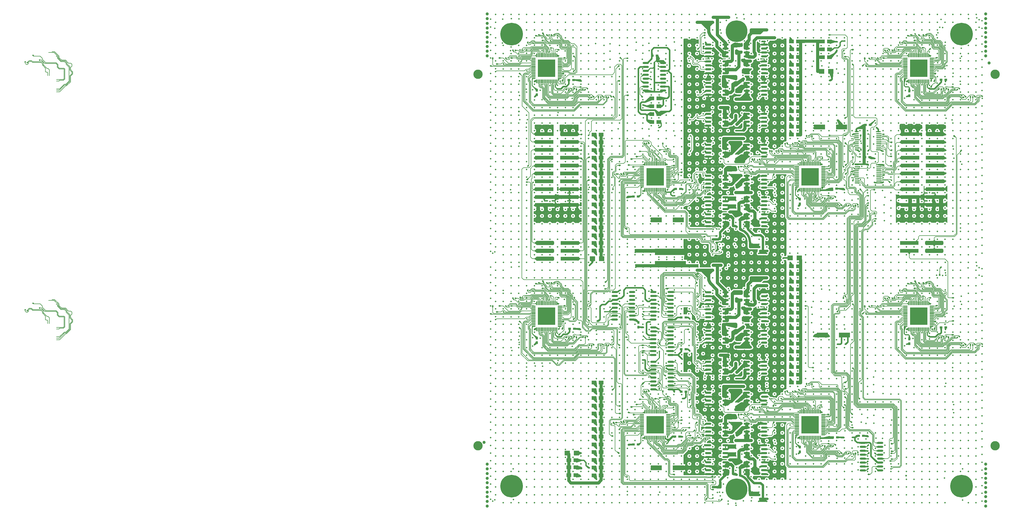
<source format=gbl>
%FSLAX25Y25*%
%MOIN*%
G70*
G01*
G75*
G04 Layer_Physical_Order=4*
G04 Layer_Color=16711680*
%ADD10R,0.06000X0.05000*%
%ADD11R,0.01772X0.01575*%
%ADD12C,0.02362*%
%ADD13C,0.00500*%
%ADD14C,0.01200*%
%ADD15C,0.01500*%
%ADD16C,0.01000*%
%ADD17C,0.00700*%
%ADD18C,0.01969*%
%ADD19C,0.03937*%
%ADD20C,0.11811*%
%ADD21C,0.02000*%
%ADD22C,0.03000*%
%ADD23C,0.01181*%
%ADD24C,0.02500*%
%ADD25C,0.02000*%
%ADD26C,0.01800*%
%ADD27C,0.04000*%
%ADD28C,0.02953*%
%ADD29C,0.05000*%
G04:AMPARAMS|DCode=30|XSize=39.95mil|YSize=37.83mil|CornerRadius=0mil|HoleSize=0mil|Usage=FLASHONLY|Rotation=45.000|XOffset=0mil|YOffset=0mil|HoleType=Round|Shape=Rectangle|*
%AMROTATEDRECTD30*
4,1,4,-0.00075,-0.02750,-0.02750,-0.00075,0.00075,0.02750,0.02750,0.00075,-0.00075,-0.02750,0.0*
%
%ADD30ROTATEDRECTD30*%

%ADD31R,0.05675X0.03500*%
G04:AMPARAMS|DCode=32|XSize=56.45mil|YSize=34.3mil|CornerRadius=0mil|HoleSize=0mil|Usage=FLASHONLY|Rotation=45.000|XOffset=0mil|YOffset=0mil|HoleType=Round|Shape=Rectangle|*
%AMROTATEDRECTD32*
4,1,4,-0.00783,-0.03208,-0.03208,-0.00783,0.00783,0.03208,0.03208,0.00783,-0.00783,-0.03208,0.0*
%
%ADD32ROTATEDRECTD32*%

%ADD33R,0.09875X0.04484*%
G04:AMPARAMS|DCode=34|XSize=28.19mil|YSize=14.85mil|CornerRadius=0mil|HoleSize=0mil|Usage=FLASHONLY|Rotation=45.000|XOffset=0mil|YOffset=0mil|HoleType=Round|Shape=Rectangle|*
%AMROTATEDRECTD34*
4,1,4,-0.00472,-0.01522,-0.01522,-0.00472,0.00472,0.01522,0.01522,0.00472,-0.00472,-0.01522,0.0*
%
%ADD34ROTATEDRECTD34*%

G04:AMPARAMS|DCode=35|XSize=16.97mil|YSize=36.77mil|CornerRadius=0mil|HoleSize=0mil|Usage=FLASHONLY|Rotation=45.000|XOffset=0mil|YOffset=0mil|HoleType=Round|Shape=Rectangle|*
%AMROTATEDRECTD35*
4,1,4,0.00700,-0.01900,-0.01900,0.00700,-0.00700,0.01900,0.01900,-0.00700,0.00700,-0.01900,0.0*
%
%ADD35ROTATEDRECTD35*%

%ADD36R,0.12600X0.04700*%
G04:AMPARAMS|DCode=37|XSize=41.72mil|YSize=19.61mil|CornerRadius=0mil|HoleSize=0mil|Usage=FLASHONLY|Rotation=45.000|XOffset=0mil|YOffset=0mil|HoleType=Round|Shape=Rectangle|*
%AMROTATEDRECTD37*
4,1,4,-0.00782,-0.02168,-0.02168,-0.00782,0.00782,0.02168,0.02168,0.00782,-0.00782,-0.02168,0.0*
%
%ADD37ROTATEDRECTD37*%

G04:AMPARAMS|DCode=38|XSize=20.86mil|YSize=37.15mil|CornerRadius=0mil|HoleSize=0mil|Usage=FLASHONLY|Rotation=45.000|XOffset=0mil|YOffset=0mil|HoleType=Round|Shape=Rectangle|*
%AMROTATEDRECTD38*
4,1,4,0.00576,-0.02051,-0.02051,0.00576,-0.00576,0.02051,0.02051,-0.00576,0.00576,-0.02051,0.0*
%
%ADD38ROTATEDRECTD38*%

%ADD39R,0.13700X0.04650*%
G04:AMPARAMS|DCode=40|XSize=45.9mil|YSize=34.29mil|CornerRadius=0mil|HoleSize=0mil|Usage=FLASHONLY|Rotation=45.000|XOffset=0mil|YOffset=0mil|HoleType=Round|Shape=Rectangle|*
%AMROTATEDRECTD40*
4,1,4,-0.00411,-0.02835,-0.02835,-0.00411,0.00411,0.02835,0.02835,0.00411,-0.00411,-0.02835,0.0*
%
%ADD40ROTATEDRECTD40*%

G04:AMPARAMS|DCode=41|XSize=21.21mil|YSize=44.19mil|CornerRadius=0mil|HoleSize=0mil|Usage=FLASHONLY|Rotation=45.000|XOffset=0mil|YOffset=0mil|HoleType=Round|Shape=Rectangle|*
%AMROTATEDRECTD41*
4,1,4,0.00812,-0.02312,-0.02312,0.00812,-0.00812,0.02312,0.02312,-0.00812,0.00812,-0.02312,0.0*
%
%ADD41ROTATEDRECTD41*%

%ADD42R,0.15900X0.04141*%
G04:AMPARAMS|DCode=43|XSize=19.91mil|YSize=40.5mil|CornerRadius=0mil|HoleSize=0mil|Usage=FLASHONLY|Rotation=45.000|XOffset=0mil|YOffset=0mil|HoleType=Round|Shape=Rectangle|*
%AMROTATEDRECTD43*
4,1,4,0.00728,-0.02136,-0.02136,0.00728,-0.00728,0.02136,0.02136,-0.00728,0.00728,-0.02136,0.0*
%
%ADD43ROTATEDRECTD43*%

%ADD44R,0.11436X0.03164*%
G04:AMPARAMS|DCode=45|XSize=50.91mil|YSize=50.91mil|CornerRadius=0mil|HoleSize=0mil|Usage=FLASHONLY|Rotation=45.000|XOffset=0mil|YOffset=0mil|HoleType=Round|Shape=Rectangle|*
%AMROTATEDRECTD45*
4,1,4,0.00000,-0.03600,-0.03600,0.00000,0.00000,0.03600,0.03600,0.00000,0.00000,-0.03600,0.0*
%
%ADD45ROTATEDRECTD45*%

G04:AMPARAMS|DCode=46|XSize=55.51mil|YSize=42.75mil|CornerRadius=0mil|HoleSize=0mil|Usage=FLASHONLY|Rotation=45.000|XOffset=0mil|YOffset=0mil|HoleType=Round|Shape=Rectangle|*
%AMROTATEDRECTD46*
4,1,4,-0.00451,-0.03474,-0.03474,-0.00451,0.00451,0.03474,0.03474,0.00451,-0.00451,-0.03474,0.0*
%
%ADD46ROTATEDRECTD46*%

%ADD47R,0.08050X0.07200*%
G04:AMPARAMS|DCode=48|XSize=24.37mil|YSize=44.08mil|CornerRadius=0mil|HoleSize=0mil|Usage=FLASHONLY|Rotation=45.000|XOffset=0mil|YOffset=0mil|HoleType=Round|Shape=Rectangle|*
%AMROTATEDRECTD48*
4,1,4,0.00697,-0.02420,-0.02420,0.00697,-0.00697,0.02420,0.02420,-0.00697,0.00697,-0.02420,0.0*
%
%ADD48ROTATEDRECTD48*%

%ADD49R,0.30653X0.03447*%
%ADD50R,0.19797X0.02000*%
G04:AMPARAMS|DCode=51|XSize=53.88mil|YSize=35.56mil|CornerRadius=0mil|HoleSize=0mil|Usage=FLASHONLY|Rotation=45.000|XOffset=0mil|YOffset=0mil|HoleType=Round|Shape=Rectangle|*
%AMROTATEDRECTD51*
4,1,4,-0.00647,-0.03162,-0.03162,-0.00647,0.00647,0.03162,0.03162,0.00647,-0.00647,-0.03162,0.0*
%
%ADD51ROTATEDRECTD51*%

G04:AMPARAMS|DCode=52|XSize=30.94mil|YSize=51.65mil|CornerRadius=0mil|HoleSize=0mil|Usage=FLASHONLY|Rotation=45.000|XOffset=0mil|YOffset=0mil|HoleType=Round|Shape=Rectangle|*
%AMROTATEDRECTD52*
4,1,4,0.00732,-0.02920,-0.02920,0.00732,-0.00732,0.02920,0.02920,-0.00732,0.00732,-0.02920,0.0*
%
%ADD52ROTATEDRECTD52*%

%ADD53R,0.16950X0.05119*%
G04:AMPARAMS|DCode=54|XSize=43.68mil|YSize=24.57mil|CornerRadius=0mil|HoleSize=0mil|Usage=FLASHONLY|Rotation=45.000|XOffset=0mil|YOffset=0mil|HoleType=Round|Shape=Rectangle|*
%AMROTATEDRECTD54*
4,1,4,-0.00676,-0.02413,-0.02413,-0.00676,0.00676,0.02413,0.02413,0.00676,-0.00676,-0.02413,0.0*
%
%ADD54ROTATEDRECTD54*%

G04:AMPARAMS|DCode=55|XSize=25.1mil|YSize=45.08mil|CornerRadius=0mil|HoleSize=0mil|Usage=FLASHONLY|Rotation=45.000|XOffset=0mil|YOffset=0mil|HoleType=Round|Shape=Rectangle|*
%AMROTATEDRECTD55*
4,1,4,0.00706,-0.02481,-0.02481,0.00706,-0.00706,0.02481,0.02481,-0.00706,0.00706,-0.02481,0.0*
%
%ADD55ROTATEDRECTD55*%

%ADD56R,0.15350X0.04267*%
G04:AMPARAMS|DCode=57|XSize=44.31mil|YSize=22.29mil|CornerRadius=0mil|HoleSize=0mil|Usage=FLASHONLY|Rotation=45.000|XOffset=0mil|YOffset=0mil|HoleType=Round|Shape=Rectangle|*
%AMROTATEDRECTD57*
4,1,4,-0.00778,-0.02355,-0.02355,-0.00778,0.00778,0.02355,0.02355,0.00778,-0.00778,-0.02355,0.0*
%
%ADD57ROTATEDRECTD57*%

G04:AMPARAMS|DCode=58|XSize=21.21mil|YSize=30.65mil|CornerRadius=0mil|HoleSize=0mil|Usage=FLASHONLY|Rotation=45.000|XOffset=0mil|YOffset=0mil|HoleType=Round|Shape=Rectangle|*
%AMROTATEDRECTD58*
4,1,4,0.00334,-0.01834,-0.01834,0.00334,-0.00334,0.01834,0.01834,-0.00334,0.00334,-0.01834,0.0*
%
%ADD58ROTATEDRECTD58*%

%ADD59R,0.16400X0.03444*%
G04:AMPARAMS|DCode=60|XSize=11.2mil|YSize=27.05mil|CornerRadius=0mil|HoleSize=0mil|Usage=FLASHONLY|Rotation=45.000|XOffset=0mil|YOffset=0mil|HoleType=Round|Shape=Rectangle|*
%AMROTATEDRECTD60*
4,1,4,0.00560,-0.01353,-0.01353,0.00560,-0.00560,0.01353,0.01353,-0.00560,0.00560,-0.01353,0.0*
%
%ADD60ROTATEDRECTD60*%

%ADD61R,0.15785X0.03225*%
G04:AMPARAMS|DCode=62|XSize=49.14mil|YSize=61.87mil|CornerRadius=0mil|HoleSize=0mil|Usage=FLASHONLY|Rotation=45.000|XOffset=0mil|YOffset=0mil|HoleType=Round|Shape=Rectangle|*
%AMROTATEDRECTD62*
4,1,4,0.00450,-0.03925,-0.03925,0.00450,-0.00450,0.03925,0.03925,-0.00450,0.00450,-0.03925,0.0*
%
%ADD62ROTATEDRECTD62*%

G04:AMPARAMS|DCode=63|XSize=54.09mil|YSize=54.09mil|CornerRadius=0mil|HoleSize=0mil|Usage=FLASHONLY|Rotation=45.000|XOffset=0mil|YOffset=0mil|HoleType=Round|Shape=Rectangle|*
%AMROTATEDRECTD63*
4,1,4,0.00000,-0.03825,-0.03825,0.00000,0.00000,0.03825,0.03825,0.00000,0.00000,-0.03825,0.0*
%
%ADD63ROTATEDRECTD63*%

%ADD64R,0.39400X0.07650*%
%ADD65R,0.03426X0.03425*%
G04:AMPARAMS|DCode=66|XSize=33.16mil|YSize=24.98mil|CornerRadius=0mil|HoleSize=0mil|Usage=FLASHONLY|Rotation=45.000|XOffset=0mil|YOffset=0mil|HoleType=Round|Shape=Rectangle|*
%AMROTATEDRECTD66*
4,1,4,-0.00289,-0.02056,-0.02056,-0.00289,0.00289,0.02056,0.02056,0.00289,-0.00289,-0.02056,0.0*
%
%ADD66ROTATEDRECTD66*%

G04:AMPARAMS|DCode=67|XSize=49.5mil|YSize=54.11mil|CornerRadius=0mil|HoleSize=0mil|Usage=FLASHONLY|Rotation=45.000|XOffset=0mil|YOffset=0mil|HoleType=Round|Shape=Rectangle|*
%AMROTATEDRECTD67*
4,1,4,0.00163,-0.03663,-0.03663,0.00163,-0.00163,0.03663,0.03663,-0.00163,0.00163,-0.03663,0.0*
%
%ADD67ROTATEDRECTD67*%

G04:AMPARAMS|DCode=68|XSize=61.52mil|YSize=32.44mil|CornerRadius=0mil|HoleSize=0mil|Usage=FLASHONLY|Rotation=45.000|XOffset=0mil|YOffset=0mil|HoleType=Round|Shape=Rectangle|*
%AMROTATEDRECTD68*
4,1,4,-0.01028,-0.03322,-0.03322,-0.01028,0.01028,0.03322,0.03322,0.01028,-0.01028,-0.03322,0.0*
%
%ADD68ROTATEDRECTD68*%

%ADD69R,0.08650X0.03851*%
%ADD70R,0.05100X0.06450*%
G04:AMPARAMS|DCode=71|XSize=49.72mil|YSize=59.41mil|CornerRadius=0mil|HoleSize=0mil|Usage=FLASHONLY|Rotation=45.000|XOffset=0mil|YOffset=0mil|HoleType=Round|Shape=Rectangle|*
%AMROTATEDRECTD71*
4,1,4,0.00342,-0.03858,-0.03858,0.00342,-0.00342,0.03858,0.03858,-0.00342,0.00342,-0.03858,0.0*
%
%ADD71ROTATEDRECTD71*%

G04:AMPARAMS|DCode=72|XSize=44.19mil|YSize=26.52mil|CornerRadius=0mil|HoleSize=0mil|Usage=FLASHONLY|Rotation=45.000|XOffset=0mil|YOffset=0mil|HoleType=Round|Shape=Rectangle|*
%AMROTATEDRECTD72*
4,1,4,-0.00625,-0.02500,-0.02500,-0.00625,0.00625,0.02500,0.02500,0.00625,-0.00625,-0.02500,0.0*
%
%ADD72ROTATEDRECTD72*%

%ADD73R,0.06550X0.04491*%
G04:AMPARAMS|DCode=74|XSize=30.68mil|YSize=19.45mil|CornerRadius=0mil|HoleSize=0mil|Usage=FLASHONLY|Rotation=45.000|XOffset=0mil|YOffset=0mil|HoleType=Round|Shape=Rectangle|*
%AMROTATEDRECTD74*
4,1,4,-0.00397,-0.01772,-0.01772,-0.00397,0.00397,0.01772,0.01772,0.00397,-0.00397,-0.01772,0.0*
%
%ADD74ROTATEDRECTD74*%

G04:AMPARAMS|DCode=75|XSize=12.5mil|YSize=30.89mil|CornerRadius=0mil|HoleSize=0mil|Usage=FLASHONLY|Rotation=45.000|XOffset=0mil|YOffset=0mil|HoleType=Round|Shape=Rectangle|*
%AMROTATEDRECTD75*
4,1,4,0.00650,-0.01534,-0.01534,0.00650,-0.00650,0.01534,0.01534,-0.00650,0.00650,-0.01534,0.0*
%
%ADD75ROTATEDRECTD75*%

%ADD76R,0.17800X0.03089*%
G04:AMPARAMS|DCode=77|XSize=38.54mil|YSize=34.81mil|CornerRadius=0mil|HoleSize=0mil|Usage=FLASHONLY|Rotation=45.000|XOffset=0mil|YOffset=0mil|HoleType=Round|Shape=Rectangle|*
%AMROTATEDRECTD77*
4,1,4,-0.00132,-0.02593,-0.02593,-0.00132,0.00132,0.02593,0.02593,0.00132,-0.00132,-0.02593,0.0*
%
%ADD77ROTATEDRECTD77*%

G04:AMPARAMS|DCode=78|XSize=22.1mil|YSize=41.64mil|CornerRadius=0mil|HoleSize=0mil|Usage=FLASHONLY|Rotation=45.000|XOffset=0mil|YOffset=0mil|HoleType=Round|Shape=Rectangle|*
%AMROTATEDRECTD78*
4,1,4,0.00691,-0.02254,-0.02254,0.00691,-0.00691,0.02254,0.02254,-0.00691,0.00691,-0.02254,0.0*
%
%ADD78ROTATEDRECTD78*%

%ADD79R,0.17425X0.04056*%
%ADD80R,0.20900X0.04218*%
G04:AMPARAMS|DCode=81|XSize=33.08mil|YSize=15.5mil|CornerRadius=0mil|HoleSize=0mil|Usage=FLASHONLY|Rotation=45.000|XOffset=0mil|YOffset=0mil|HoleType=Round|Shape=Rectangle|*
%AMROTATEDRECTD81*
4,1,4,-0.00622,-0.01718,-0.01718,-0.00622,0.00622,0.01718,0.01718,0.00622,-0.00622,-0.01718,0.0*
%
%ADD81ROTATEDRECTD81*%

G04:AMPARAMS|DCode=82|XSize=13.44mil|YSize=20.2mil|CornerRadius=0mil|HoleSize=0mil|Usage=FLASHONLY|Rotation=45.000|XOffset=0mil|YOffset=0mil|HoleType=Round|Shape=Rectangle|*
%AMROTATEDRECTD82*
4,1,4,0.00239,-0.01189,-0.01189,0.00239,-0.00239,0.01189,0.01189,-0.00239,0.00239,-0.01189,0.0*
%
%ADD82ROTATEDRECTD82*%

%ADD83R,0.20250X0.02924*%
G04:AMPARAMS|DCode=84|XSize=39.05mil|YSize=61.13mil|CornerRadius=0mil|HoleSize=0mil|Usage=FLASHONLY|Rotation=45.000|XOffset=0mil|YOffset=0mil|HoleType=Round|Shape=Rectangle|*
%AMROTATEDRECTD84*
4,1,4,0.00781,-0.03542,-0.03542,0.00781,-0.00781,0.03542,0.03542,-0.00781,0.00781,-0.03542,0.0*
%
%ADD84ROTATEDRECTD84*%

%ADD85R,0.04318X0.05741*%
G04:AMPARAMS|DCode=86|XSize=89.48mil|YSize=38.83mil|CornerRadius=0mil|HoleSize=0mil|Usage=FLASHONLY|Rotation=45.000|XOffset=0mil|YOffset=0mil|HoleType=Round|Shape=Rectangle|*
%AMROTATEDRECTD86*
4,1,4,-0.01791,-0.04536,-0.04536,-0.01791,0.01791,0.04536,0.04536,0.01791,-0.01791,-0.04536,0.0*
%
%ADD86ROTATEDRECTD86*%

%ADD87R,0.07950X0.05300*%
%ADD88R,0.15850X0.03600*%
%ADD89R,0.11050X0.05387*%
G04:AMPARAMS|DCode=90|XSize=55.16mil|YSize=28.83mil|CornerRadius=0mil|HoleSize=0mil|Usage=FLASHONLY|Rotation=45.000|XOffset=0mil|YOffset=0mil|HoleType=Round|Shape=Rectangle|*
%AMROTATEDRECTD90*
4,1,4,-0.00931,-0.02969,-0.02969,-0.00931,0.00931,0.02969,0.02969,0.00931,-0.00931,-0.02969,0.0*
%
%ADD90ROTATEDRECTD90*%

G04:AMPARAMS|DCode=91|XSize=23.5mil|YSize=54.19mil|CornerRadius=0mil|HoleSize=0mil|Usage=FLASHONLY|Rotation=45.000|XOffset=0mil|YOffset=0mil|HoleType=Round|Shape=Rectangle|*
%AMROTATEDRECTD91*
4,1,4,0.01085,-0.02747,-0.02747,0.01085,-0.01085,0.02747,0.02747,-0.01085,0.01085,-0.02747,0.0*
%
%ADD91ROTATEDRECTD91*%

%ADD92R,0.10810X0.04344*%
G04:AMPARAMS|DCode=93|XSize=26.24mil|YSize=43.76mil|CornerRadius=0mil|HoleSize=0mil|Usage=FLASHONLY|Rotation=45.000|XOffset=0mil|YOffset=0mil|HoleType=Round|Shape=Rectangle|*
%AMROTATEDRECTD93*
4,1,4,0.00620,-0.02475,-0.02475,0.00620,-0.00620,0.02475,0.02475,-0.00620,0.00620,-0.02475,0.0*
%
%ADD93ROTATEDRECTD93*%

G04:AMPARAMS|DCode=94|XSize=45.57mil|YSize=33.01mil|CornerRadius=0mil|HoleSize=0mil|Usage=FLASHONLY|Rotation=45.000|XOffset=0mil|YOffset=0mil|HoleType=Round|Shape=Rectangle|*
%AMROTATEDRECTD94*
4,1,4,-0.00444,-0.02778,-0.02778,-0.00444,0.00444,0.02778,0.02778,0.00444,-0.00444,-0.02778,0.0*
%
%ADD94ROTATEDRECTD94*%

%ADD95R,0.01800X0.03850*%
G04:AMPARAMS|DCode=96|XSize=41.49mil|YSize=32.01mil|CornerRadius=0mil|HoleSize=0mil|Usage=FLASHONLY|Rotation=45.000|XOffset=0mil|YOffset=0mil|HoleType=Round|Shape=Rectangle|*
%AMROTATEDRECTD96*
4,1,4,-0.00335,-0.02599,-0.02599,-0.00335,0.00335,0.02599,0.02599,0.00335,-0.00335,-0.02599,0.0*
%
%ADD96ROTATEDRECTD96*%

G04:AMPARAMS|DCode=97|XSize=26.36mil|YSize=39.33mil|CornerRadius=0mil|HoleSize=0mil|Usage=FLASHONLY|Rotation=45.000|XOffset=0mil|YOffset=0mil|HoleType=Round|Shape=Rectangle|*
%AMROTATEDRECTD97*
4,1,4,0.00459,-0.02323,-0.02323,0.00459,-0.00459,0.02323,0.02323,-0.00459,0.00459,-0.02323,0.0*
%
%ADD97ROTATEDRECTD97*%

%ADD98R,0.01700X0.02811*%
%ADD99C,0.00800*%
%ADD100R,0.23050X0.04550*%
%ADD101R,0.04724X0.01181*%
%ADD102R,0.01181X0.04724*%
%ADD103O,0.04724X0.01181*%
%ADD104R,0.22441X0.22441*%
%ADD105R,0.23622X0.05118*%
G04:AMPARAMS|DCode=106|XSize=51.18mil|YSize=236.22mil|CornerRadius=0mil|HoleSize=0mil|Usage=FLASHONLY|Rotation=90.000|XOffset=0mil|YOffset=0mil|HoleType=Round|Shape=Octagon|*
%AMOCTAGOND106*
4,1,8,-0.11811,-0.01280,-0.11811,0.01280,-0.10531,0.02559,0.10531,0.02559,0.11811,0.01280,0.11811,-0.01280,0.10531,-0.02559,-0.10531,-0.02559,-0.11811,-0.01280,0.0*
%
%ADD106OCTAGOND106*%

%ADD107O,0.05906X0.01378*%
%ADD108R,0.05906X0.01378*%
%ADD109O,0.05906X0.01378*%
%ADD110O,0.05906X0.01378*%
%ADD111O,0.08000X0.02400*%
%ADD112R,0.14173X0.06299*%
%ADD113R,0.06693X0.05906*%
%ADD114C,0.28740*%
%ADD115C,0.27559*%
%ADD116R,0.39370X0.07874*%
%ADD117R,0.03500X0.03000*%
%ADD118R,0.03000X0.03500*%
%ADD119C,0.03937*%
%ADD120C,0.01300*%
%ADD121C,0.02400*%
%ADD122R,0.05550X0.05400*%
%ADD123R,0.06500X0.02000*%
%ADD124R,0.07200X0.02050*%
G04:AMPARAMS|DCode=125|XSize=23.91mil|YSize=11.89mil|CornerRadius=0mil|HoleSize=0mil|Usage=FLASHONLY|Rotation=45.000|XOffset=0mil|YOffset=0mil|HoleType=Round|Shape=Rectangle|*
%AMROTATEDRECTD125*
4,1,4,-0.00425,-0.01266,-0.01266,-0.00425,0.00425,0.01266,0.01266,0.00425,-0.00425,-0.01266,0.0*
%
%ADD125ROTATEDRECTD125*%

%ADD126R,0.03650X0.01800*%
%ADD127R,0.05300X0.03650*%
G04:AMPARAMS|DCode=128|XSize=59.94mil|YSize=16.36mil|CornerRadius=0mil|HoleSize=0mil|Usage=FLASHONLY|Rotation=45.000|XOffset=0mil|YOffset=0mil|HoleType=Round|Shape=Rectangle|*
%AMROTATEDRECTD128*
4,1,4,-0.01541,-0.02698,-0.02698,-0.01541,0.01541,0.02698,0.02698,0.01541,-0.01541,-0.02698,0.0*
%
%ADD128ROTATEDRECTD128*%

G04:AMPARAMS|DCode=129|XSize=26.34mil|YSize=9.75mil|CornerRadius=0mil|HoleSize=0mil|Usage=FLASHONLY|Rotation=45.000|XOffset=0mil|YOffset=0mil|HoleType=Round|Shape=Rectangle|*
%AMROTATEDRECTD129*
4,1,4,-0.00587,-0.01276,-0.01276,-0.00587,0.00587,0.01276,0.01276,0.00587,-0.00587,-0.01276,0.0*
%
%ADD129ROTATEDRECTD129*%

%ADD130R,0.03700X0.01700*%
G04:AMPARAMS|DCode=131|XSize=51mil|YSize=30.5mil|CornerRadius=0mil|HoleSize=0mil|Usage=FLASHONLY|Rotation=45.000|XOffset=0mil|YOffset=0mil|HoleType=Round|Shape=Rectangle|*
%AMROTATEDRECTD131*
4,1,4,-0.00725,-0.02881,-0.02881,-0.00725,0.00725,0.02881,0.02881,0.00725,-0.00725,-0.02881,0.0*
%
%ADD131ROTATEDRECTD131*%

G04:AMPARAMS|DCode=132|XSize=75.31mil|YSize=40.5mil|CornerRadius=0mil|HoleSize=0mil|Usage=FLASHONLY|Rotation=45.000|XOffset=0mil|YOffset=0mil|HoleType=Round|Shape=Rectangle|*
%AMROTATEDRECTD132*
4,1,4,-0.01231,-0.04094,-0.04094,-0.01231,0.01231,0.04094,0.04094,0.01231,-0.01231,-0.04094,0.0*
%
%ADD132ROTATEDRECTD132*%

%ADD133R,0.06366X0.06084*%
G04:AMPARAMS|DCode=134|XSize=71.71mil|YSize=36.31mil|CornerRadius=0mil|HoleSize=0mil|Usage=FLASHONLY|Rotation=45.000|XOffset=0mil|YOffset=0mil|HoleType=Round|Shape=Rectangle|*
%AMROTATEDRECTD134*
4,1,4,-0.01252,-0.03819,-0.03819,-0.01252,0.01252,0.03819,0.03819,0.01252,-0.01252,-0.03819,0.0*
%
%ADD134ROTATEDRECTD134*%

%ADD135R,0.03850X0.09550*%
%ADD136R,0.04100X0.02600*%
G04:AMPARAMS|DCode=137|XSize=42.63mil|YSize=34.98mil|CornerRadius=0mil|HoleSize=0mil|Usage=FLASHONLY|Rotation=45.000|XOffset=0mil|YOffset=0mil|HoleType=Round|Shape=Rectangle|*
%AMROTATEDRECTD137*
4,1,4,-0.00270,-0.02744,-0.02744,-0.00270,0.00270,0.02744,0.02744,0.00270,-0.00270,-0.02744,0.0*
%
%ADD137ROTATEDRECTD137*%

%ADD138R,0.03800X0.06700*%
G04:AMPARAMS|DCode=139|XSize=76.72mil|YSize=39.96mil|CornerRadius=0mil|HoleSize=0mil|Usage=FLASHONLY|Rotation=45.000|XOffset=0mil|YOffset=0mil|HoleType=Round|Shape=Rectangle|*
%AMROTATEDRECTD139*
4,1,4,-0.01300,-0.04125,-0.04125,-0.01300,0.01300,0.04125,0.04125,0.01300,-0.01300,-0.04125,0.0*
%
%ADD139ROTATEDRECTD139*%

%ADD140R,0.01400X0.01150*%
G04:AMPARAMS|DCode=141|XSize=16.62mil|YSize=18.03mil|CornerRadius=0mil|HoleSize=0mil|Usage=FLASHONLY|Rotation=45.000|XOffset=0mil|YOffset=0mil|HoleType=Round|Shape=Rectangle|*
%AMROTATEDRECTD141*
4,1,4,0.00050,-0.01225,-0.01225,0.00050,-0.00050,0.01225,0.01225,-0.00050,0.00050,-0.01225,0.0*
%
%ADD141ROTATEDRECTD141*%

G04:AMPARAMS|DCode=142|XSize=36.42mil|YSize=74.95mil|CornerRadius=0mil|HoleSize=0mil|Usage=FLASHONLY|Rotation=45.000|XOffset=0mil|YOffset=0mil|HoleType=Round|Shape=Rectangle|*
%AMROTATEDRECTD142*
4,1,4,0.01363,-0.03938,-0.03938,0.01363,-0.01363,0.03938,0.03938,-0.01363,0.01363,-0.03938,0.0*
%
%ADD142ROTATEDRECTD142*%

%ADD143R,0.03350X0.01200*%
%ADD144R,0.00950X0.00950*%
G04:AMPARAMS|DCode=145|XSize=15.2mil|YSize=20.51mil|CornerRadius=0mil|HoleSize=0mil|Usage=FLASHONLY|Rotation=45.000|XOffset=0mil|YOffset=0mil|HoleType=Round|Shape=Rectangle|*
%AMROTATEDRECTD145*
4,1,4,0.00188,-0.01263,-0.01263,0.00188,-0.00188,0.01263,0.01263,-0.00188,0.00188,-0.01263,0.0*
%
%ADD145ROTATEDRECTD145*%

G04:AMPARAMS|DCode=146|XSize=10.26mil|YSize=9.19mil|CornerRadius=0mil|HoleSize=0mil|Usage=FLASHONLY|Rotation=45.000|XOffset=0mil|YOffset=0mil|HoleType=Round|Shape=Rectangle|*
%AMROTATEDRECTD146*
4,1,4,-0.00038,-0.00688,-0.00688,-0.00038,0.00038,0.00688,0.00688,0.00038,-0.00038,-0.00688,0.0*
%
%ADD146ROTATEDRECTD146*%

%ADD147R,0.11900X0.04050*%
%ADD148R,0.07050X0.04550*%
%ADD149R,0.10850X0.05500*%
%ADD150R,0.02800X0.02050*%
G04:AMPARAMS|DCode=151|XSize=57.98mil|YSize=72.83mil|CornerRadius=0mil|HoleSize=0mil|Usage=FLASHONLY|Rotation=45.000|XOffset=0mil|YOffset=0mil|HoleType=Round|Shape=Rectangle|*
%AMROTATEDRECTD151*
4,1,4,0.00525,-0.04625,-0.04625,0.00525,-0.00525,0.04625,0.04625,-0.00525,0.00525,-0.04625,0.0*
%
%ADD151ROTATEDRECTD151*%

%ADD152R,0.03200X0.02000*%
G04:AMPARAMS|DCode=153|XSize=26.75mil|YSize=44.55mil|CornerRadius=0mil|HoleSize=0mil|Usage=FLASHONLY|Rotation=45.000|XOffset=0mil|YOffset=0mil|HoleType=Round|Shape=Rectangle|*
%AMROTATEDRECTD153*
4,1,4,0.00629,-0.02521,-0.02521,0.00629,-0.00629,0.02521,0.02521,-0.00629,0.00629,-0.02521,0.0*
%
%ADD153ROTATEDRECTD153*%

%ADD154R,0.10100X0.05150*%
%ADD155R,0.02875X0.02875*%
G04:AMPARAMS|DCode=156|XSize=40.66mil|YSize=26.52mil|CornerRadius=0mil|HoleSize=0mil|Usage=FLASHONLY|Rotation=45.000|XOffset=0mil|YOffset=0mil|HoleType=Round|Shape=Rectangle|*
%AMROTATEDRECTD156*
4,1,4,-0.00500,-0.02375,-0.02375,-0.00500,0.00500,0.02375,0.02375,0.00500,-0.00500,-0.02375,0.0*
%
%ADD156ROTATEDRECTD156*%

%ADD157R,0.05800X0.05050*%
%ADD158R,0.04300X0.05500*%
G04:AMPARAMS|DCode=159|XSize=32.5mil|YSize=23.72mil|CornerRadius=0mil|HoleSize=0mil|Usage=FLASHONLY|Rotation=45.000|XOffset=0mil|YOffset=0mil|HoleType=Round|Shape=Rectangle|*
%AMROTATEDRECTD159*
4,1,4,-0.00310,-0.01988,-0.01988,-0.00310,0.00310,0.01988,0.01988,0.00310,-0.00310,-0.01988,0.0*
%
%ADD159ROTATEDRECTD159*%

G04:AMPARAMS|DCode=160|XSize=60.46mil|YSize=29.46mil|CornerRadius=0mil|HoleSize=0mil|Usage=FLASHONLY|Rotation=45.000|XOffset=0mil|YOffset=0mil|HoleType=Round|Shape=Rectangle|*
%AMROTATEDRECTD160*
4,1,4,-0.01096,-0.03179,-0.03179,-0.01096,0.01096,0.03179,0.03179,0.01096,-0.01096,-0.03179,0.0*
%
%ADD160ROTATEDRECTD160*%

G04:AMPARAMS|DCode=161|XSize=39.95mil|YSize=17.32mil|CornerRadius=0mil|HoleSize=0mil|Usage=FLASHONLY|Rotation=45.000|XOffset=0mil|YOffset=0mil|HoleType=Round|Shape=Rectangle|*
%AMROTATEDRECTD161*
4,1,4,-0.00800,-0.02025,-0.02025,-0.00800,0.00800,0.02025,0.02025,0.00800,-0.00800,-0.02025,0.0*
%
%ADD161ROTATEDRECTD161*%

%ADD162R,0.03250X0.01400*%
%ADD163R,0.08800X0.04350*%
G04:AMPARAMS|DCode=164|XSize=60.08mil|YSize=31.97mil|CornerRadius=0mil|HoleSize=0mil|Usage=FLASHONLY|Rotation=45.000|XOffset=0mil|YOffset=0mil|HoleType=Round|Shape=Rectangle|*
%AMROTATEDRECTD164*
4,1,4,-0.00994,-0.03255,-0.03255,-0.00994,0.00994,0.03255,0.03255,0.00994,-0.00994,-0.03255,0.0*
%
%ADD164ROTATEDRECTD164*%

%ADD165R,0.10800X0.04197*%
G04:AMPARAMS|DCode=166|XSize=121.95mil|YSize=27mil|CornerRadius=0mil|HoleSize=0mil|Usage=FLASHONLY|Rotation=45.000|XOffset=0mil|YOffset=0mil|HoleType=Round|Shape=Rectangle|*
%AMROTATEDRECTD166*
4,1,4,-0.03357,-0.05266,-0.05266,-0.03357,0.03357,0.05266,0.05266,0.03357,-0.03357,-0.05266,0.0*
%
%ADD166ROTATEDRECTD166*%

G04:AMPARAMS|DCode=167|XSize=73.2mil|YSize=30.03mil|CornerRadius=0mil|HoleSize=0mil|Usage=FLASHONLY|Rotation=45.000|XOffset=0mil|YOffset=0mil|HoleType=Round|Shape=Rectangle|*
%AMROTATEDRECTD167*
4,1,4,-0.01526,-0.03650,-0.03650,-0.01526,0.01526,0.03650,0.03650,0.01526,-0.01526,-0.03650,0.0*
%
%ADD167ROTATEDRECTD167*%

%ADD168R,0.03500X0.03739*%
G04:AMPARAMS|DCode=169|XSize=50.28mil|YSize=115.53mil|CornerRadius=0mil|HoleSize=0mil|Usage=FLASHONLY|Rotation=45.000|XOffset=0mil|YOffset=0mil|HoleType=Round|Shape=Rectangle|*
%AMROTATEDRECTD169*
4,1,4,0.02307,-0.05863,-0.05863,0.02307,-0.02307,0.05863,0.05863,-0.02307,0.02307,-0.05863,0.0*
%
%ADD169ROTATEDRECTD169*%

%ADD170R,0.03000X0.01400*%
G04:AMPARAMS|DCode=171|XSize=88.39mil|YSize=26.16mil|CornerRadius=0mil|HoleSize=0mil|Usage=FLASHONLY|Rotation=45.000|XOffset=0mil|YOffset=0mil|HoleType=Round|Shape=Rectangle|*
%AMROTATEDRECTD171*
4,1,4,-0.02200,-0.04050,-0.04050,-0.02200,0.02200,0.04050,0.04050,0.02200,-0.02200,-0.04050,0.0*
%
%ADD171ROTATEDRECTD171*%

%ADD172R,0.01500X0.00850*%
%ADD173R,0.02950X0.00550*%
%ADD174R,0.04495X0.00539*%
%ADD175R,0.05033X0.00267*%
%ADD176R,0.11325X0.03675*%
G04:AMPARAMS|DCode=177|XSize=16.5mil|YSize=27.4mil|CornerRadius=0mil|HoleSize=0mil|Usage=FLASHONLY|Rotation=45.000|XOffset=0mil|YOffset=0mil|HoleType=Round|Shape=Rectangle|*
%AMROTATEDRECTD177*
4,1,4,0.00385,-0.01552,-0.01552,0.00385,-0.00385,0.01552,0.01552,-0.00385,0.00385,-0.01552,0.0*
%
%ADD177ROTATEDRECTD177*%

G04:AMPARAMS|DCode=178|XSize=33.59mil|YSize=16.58mil|CornerRadius=0mil|HoleSize=0mil|Usage=FLASHONLY|Rotation=45.000|XOffset=0mil|YOffset=0mil|HoleType=Round|Shape=Rectangle|*
%AMROTATEDRECTD178*
4,1,4,-0.00601,-0.01774,-0.01774,-0.00601,0.00601,0.01774,0.01774,0.00601,-0.00601,-0.01774,0.0*
%
%ADD178ROTATEDRECTD178*%

%ADD179R,0.01938X0.01738*%
%ADD180R,0.09700X0.04050*%
%ADD181R,0.11490X0.04244*%
G04:AMPARAMS|DCode=182|XSize=8.9mil|YSize=45.61mil|CornerRadius=0mil|HoleSize=0mil|Usage=FLASHONLY|Rotation=45.000|XOffset=0mil|YOffset=0mil|HoleType=Round|Shape=Rectangle|*
%AMROTATEDRECTD182*
4,1,4,0.01298,-0.01927,-0.01927,0.01298,-0.01298,0.01927,0.01927,-0.01298,0.01298,-0.01927,0.0*
%
%ADD182ROTATEDRECTD182*%

G04:AMPARAMS|DCode=183|XSize=14.86mil|YSize=45.02mil|CornerRadius=0mil|HoleSize=0mil|Usage=FLASHONLY|Rotation=45.000|XOffset=0mil|YOffset=0mil|HoleType=Round|Shape=Rectangle|*
%AMROTATEDRECTD183*
4,1,4,0.01066,-0.02117,-0.02117,0.01066,-0.01066,0.02117,0.02117,-0.01066,0.01066,-0.02117,0.0*
%
%ADD183ROTATEDRECTD183*%

G04:AMPARAMS|DCode=184|XSize=76.01mil|YSize=41.72mil|CornerRadius=0mil|HoleSize=0mil|Usage=FLASHONLY|Rotation=45.000|XOffset=0mil|YOffset=0mil|HoleType=Round|Shape=Rectangle|*
%AMROTATEDRECTD184*
4,1,4,-0.01213,-0.04163,-0.04163,-0.01213,0.01213,0.04163,0.04163,0.01213,-0.01213,-0.04163,0.0*
%
%ADD184ROTATEDRECTD184*%

%ADD185R,0.11350X0.03407*%
G04:AMPARAMS|DCode=186|XSize=88.04mil|YSize=26.16mil|CornerRadius=0mil|HoleSize=0mil|Usage=FLASHONLY|Rotation=45.000|XOffset=0mil|YOffset=0mil|HoleType=Round|Shape=Rectangle|*
%AMROTATEDRECTD186*
4,1,4,-0.02188,-0.04038,-0.04038,-0.02188,0.02188,0.04038,0.04038,0.02188,-0.02188,-0.04038,0.0*
%
%ADD186ROTATEDRECTD186*%

%ADD187R,0.16950X0.05250*%
%ADD188R,0.26650X0.05100*%
%ADD189R,0.80250X0.04000*%
%ADD190R,0.05065X0.05200*%
%ADD191R,0.04215X0.07050*%
%ADD192R,0.05550X0.02200*%
%ADD193R,0.05250X0.02300*%
%ADD194R,0.04600X0.01828*%
%ADD195R,0.06250X0.02250*%
%ADD196R,0.09700X0.01850*%
%ADD197R,0.09825X0.01900*%
%ADD198R,0.07500X0.02050*%
%ADD199R,0.08400X0.02100*%
%ADD200R,0.04500X0.00950*%
%ADD201R,0.04600X0.02000*%
%ADD202R,0.06196X0.01600*%
%ADD203R,0.10850X0.04600*%
%ADD204R,0.11300X0.04300*%
%ADD205R,0.04350X0.05935*%
%ADD206R,0.04683X0.08778*%
%ADD207R,0.04632X0.06500*%
%ADD208R,0.03150X0.05678*%
%ADD209R,0.03950X0.07450*%
%ADD210R,0.05350X0.05600*%
%ADD211R,0.02250X0.08900*%
%ADD212R,0.04250X0.06950*%
%ADD213R,0.04550X0.06750*%
%ADD214R,0.03400X0.09050*%
%ADD215R,0.03813X0.15800*%
%ADD216R,0.05250X0.16900*%
%ADD217R,0.04650X0.17300*%
%ADD218R,0.04000X0.20100*%
%ADD219R,0.61500X0.03450*%
%ADD220R,0.61650X0.03500*%
%ADD221R,0.04750X0.08300*%
%ADD222R,0.04450X0.07622*%
%ADD223R,0.03800X0.08372*%
%ADD224R,0.03795X0.03650*%
%ADD225R,0.04100X0.08100*%
%ADD226R,0.04200X0.08300*%
%ADD227R,0.02050X0.07500*%
%ADD228R,0.15200X0.02400*%
%ADD229R,0.17441X0.01950*%
%ADD230R,0.16294X0.01600*%
%ADD231R,0.03300X0.02700*%
%ADD232R,0.04300X0.49800*%
%ADD233R,0.01800X0.02300*%
%ADD234R,0.03775X0.01225*%
D10*
X847500Y845000D02*
D03*
X838500D02*
D03*
Y835000D02*
D03*
X847500D02*
D03*
X808400Y825315D02*
D03*
X799400D02*
D03*
X557795Y362716D02*
D03*
X799400Y441457D02*
D03*
X799400Y431614D02*
D03*
X799400Y480827D02*
D03*
Y470984D02*
D03*
X799400Y559567D02*
D03*
Y549724D02*
D03*
Y520197D02*
D03*
Y510354D02*
D03*
X548795Y411929D02*
D03*
X548795Y402086D02*
D03*
X548795Y362716D02*
D03*
X548795Y333189D02*
D03*
Y323346D02*
D03*
Y293819D02*
D03*
X525500Y294000D02*
D03*
X548795Y372559D02*
D03*
X808400Y559567D02*
D03*
Y549724D02*
D03*
Y539882D02*
D03*
X799400D02*
D03*
X808400Y530039D02*
D03*
X799400D02*
D03*
X808400Y520197D02*
D03*
Y510354D02*
D03*
X808400Y500512D02*
D03*
X799400D02*
D03*
X808400Y490669D02*
D03*
X799400D02*
D03*
X808400Y480827D02*
D03*
Y470984D02*
D03*
Y461142D02*
D03*
X799400D02*
D03*
X808400Y451299D02*
D03*
X799400D02*
D03*
X808400Y441457D02*
D03*
X808400Y431614D02*
D03*
X808400Y421772D02*
D03*
X799400D02*
D03*
X808400Y411929D02*
D03*
X799400D02*
D03*
X557795Y411929D02*
D03*
X557795Y402086D02*
D03*
Y392244D02*
D03*
X548795D02*
D03*
X557795Y382401D02*
D03*
X548795D02*
D03*
X557795Y372559D02*
D03*
Y352874D02*
D03*
X548795D02*
D03*
X557795Y343031D02*
D03*
X548795D02*
D03*
X557795Y333189D02*
D03*
Y323346D02*
D03*
Y313504D02*
D03*
X548795D02*
D03*
X557795Y303661D02*
D03*
X548795D02*
D03*
X557795Y293819D02*
D03*
X516500Y294000D02*
D03*
Y304000D02*
D03*
X525500D02*
D03*
X516500Y313000D02*
D03*
X525500D02*
D03*
X557795Y726890D02*
D03*
X548795D02*
D03*
X621858Y762922D02*
D03*
X630858D02*
D03*
X621858Y752922D02*
D03*
Y742922D02*
D03*
X630858D02*
D03*
X621858Y772922D02*
D03*
X630858D02*
D03*
X847500Y825000D02*
D03*
X838500D02*
D03*
X799500Y835000D02*
D03*
X808500D02*
D03*
X548795Y717047D02*
D03*
X557795D02*
D03*
X548795Y707205D02*
D03*
X557795D02*
D03*
X548795Y697362D02*
D03*
X557795D02*
D03*
X548795Y687520D02*
D03*
X557795D02*
D03*
X548795Y667835D02*
D03*
X557795D02*
D03*
X548795Y648150D02*
D03*
X557795D02*
D03*
X548795Y638307D02*
D03*
X557795D02*
D03*
X548795Y628465D02*
D03*
X557795D02*
D03*
X548795Y618622D02*
D03*
X557795D02*
D03*
X548795Y608779D02*
D03*
X557795D02*
D03*
X548795Y598937D02*
D03*
X557795D02*
D03*
X548795Y589094D02*
D03*
X557795D02*
D03*
X548795Y677677D02*
D03*
X557795D02*
D03*
X548795Y657992D02*
D03*
X557795D02*
D03*
X548795Y579484D02*
D03*
X557795D02*
D03*
X630858Y752922D02*
D03*
X799400Y726890D02*
D03*
Y736732D02*
D03*
Y756417D02*
D03*
X799400Y746575D02*
D03*
X799400Y766260D02*
D03*
Y776102D02*
D03*
Y795787D02*
D03*
Y785945D02*
D03*
Y805630D02*
D03*
Y815472D02*
D03*
Y845000D02*
D03*
X808400D02*
D03*
Y815472D02*
D03*
Y805630D02*
D03*
Y795787D02*
D03*
Y785945D02*
D03*
Y776102D02*
D03*
Y766260D02*
D03*
Y756417D02*
D03*
X808400Y746575D02*
D03*
X808400Y736732D02*
D03*
Y726890D02*
D03*
D12*
X453450Y756250D02*
D03*
X945100Y293350D02*
D03*
D13*
X961839Y832011D02*
Y835852D01*
X963776Y826772D02*
Y830074D01*
X961839Y832011D02*
X963776Y830074D01*
X962839Y832461D02*
Y836352D01*
Y832461D02*
X964150Y831150D01*
X964891D01*
X820750Y432189D02*
Y508000D01*
X822150Y430789D02*
X827111D01*
X820750Y432189D02*
X822150Y430789D01*
X816900Y509150D02*
X819600D01*
X820750Y508000D01*
X847250Y725900D02*
X863985D01*
X866650Y728565D01*
X869465D01*
X890550Y609850D02*
X899450Y618750D01*
X883700Y386750D02*
Y609186D01*
X884364Y609850D02*
X890550D01*
X883700Y609186D02*
X884364Y609850D01*
X890100Y610850D02*
X898350Y619100D01*
X882700Y386300D02*
Y609600D01*
X883950Y610850D02*
X890100D01*
X882700Y609600D02*
X883950Y610850D01*
X902550Y611800D02*
Y615450D01*
X892750Y605900D02*
X896650D01*
X902550Y611800D01*
X901550Y612350D02*
Y617900D01*
X896150Y606950D02*
X901550Y612350D01*
X892150Y606950D02*
X896150D01*
X800000Y316800D02*
Y348239D01*
Y316800D02*
X804550Y312250D01*
X840943D01*
X844361Y315668D01*
X801050Y317200D02*
Y347489D01*
X840393Y313250D02*
X843311Y316168D01*
X805000Y313250D02*
X840393D01*
X801050Y317200D02*
X805000Y313250D01*
X802100Y317850D02*
Y346789D01*
X839893Y314300D02*
X842261Y316668D01*
X805650Y314300D02*
X839893D01*
X802100Y317850D02*
X805650Y314300D01*
X825889Y315450D02*
X839593D01*
X841161Y317018D01*
X818300Y323039D02*
X825889Y315450D01*
X819300Y323539D02*
X826389Y316450D01*
X838993D01*
X840111Y317568D01*
X661000Y354339D02*
X670150D01*
X647536Y351889D02*
X658550D01*
X661000Y354339D01*
X652911Y385639D02*
X655550Y383000D01*
X646745Y385639D02*
X652911D01*
X651623Y362212D02*
X655550Y366139D01*
Y383000D01*
X642100Y405839D02*
X653350D01*
X654300Y404889D01*
X528950Y443350D02*
X573086D01*
X572150Y402500D02*
X574700Y405050D01*
Y441736D01*
X573086Y443350D02*
X574700Y441736D01*
X528350Y444350D02*
X573500D01*
X577050Y372450D02*
X581900D01*
X575700Y373800D02*
X577050Y372450D01*
X575700Y373800D02*
Y442150D01*
X573500Y444350D02*
X575700Y442150D01*
X571400Y458950D02*
X576700Y453650D01*
X578350Y382050D02*
X581700D01*
X576700Y383700D02*
X578350Y382050D01*
X576700Y383700D02*
Y453650D01*
X464625Y439350D02*
X495286D01*
X525089Y439489D02*
X528950Y443350D01*
X510589Y439489D02*
X525089D01*
X504550Y433450D02*
X510589Y439489D01*
X501186Y433450D02*
X504550D01*
X495286Y439350D02*
X501186Y433450D01*
X456050Y447925D02*
X464625Y439350D01*
X457250Y449100D02*
Y486439D01*
Y449100D02*
X465900Y440450D01*
X524489Y440489D02*
X528350Y444350D01*
X510089Y440489D02*
X524489D01*
X504150Y434550D02*
X510089Y440489D01*
X501500Y434550D02*
X504150D01*
X495600Y440450D02*
X501500Y434550D01*
X465900Y440450D02*
X495600D01*
X674411Y349000D02*
X676500Y351089D01*
X664850Y339389D02*
Y347000D01*
X666850Y349000D01*
X674411D01*
X671000Y345050D02*
X671250Y344389D01*
X665950Y339039D02*
Y343050D01*
X667289Y344389D01*
X671000Y345050D01*
X661793Y321768D02*
X666150Y326125D01*
X668671Y331489D02*
X673650D01*
X675900Y333739D01*
X666150Y328968D02*
X668671Y331489D01*
X666150Y326125D02*
Y328968D01*
X655509Y321768D02*
X661793D01*
X624161Y331678D02*
X634889Y320950D01*
X624161Y331678D02*
Y336251D01*
X634900Y320950D02*
X654692D01*
X655509Y321768D01*
X654278Y321950D02*
X655095Y322768D01*
X634150Y324918D02*
X637118Y321950D01*
X654278D01*
X654645Y323768D02*
X660964D01*
X653828Y322950D02*
X654645Y323768D01*
X635150Y325468D02*
X637668Y322950D01*
X653828D01*
X638218Y323950D02*
X653378D01*
X654195Y324768D01*
X636150Y326018D02*
X638218Y323950D01*
X637150Y326518D02*
X638687Y324981D01*
X652808D01*
X653717Y325889D01*
X618645Y335694D02*
Y337944D01*
Y335694D02*
X639300Y315039D01*
X617319Y335570D02*
Y342543D01*
Y335570D02*
X638850Y314039D01*
X616319Y335120D02*
Y338418D01*
Y335120D02*
X638439Y313000D01*
X639300Y315039D02*
X642350D01*
X644950Y312439D01*
Y296300D02*
Y312439D01*
Y296300D02*
X646150Y295100D01*
X648100D01*
X638850Y314039D02*
X641861D01*
X645625Y292189D02*
X692450D01*
X641861Y314039D02*
X643950Y311950D01*
Y293864D02*
X645625Y292189D01*
X643950Y293864D02*
Y311950D01*
X638439Y313000D02*
X641400D01*
X645211Y291189D02*
X691300D01*
X641400Y313000D02*
X642950Y311450D01*
Y293450D02*
Y311450D01*
Y293450D02*
X645211Y291189D01*
X962150Y598350D02*
X1005700D01*
X955550Y589350D02*
X960597Y594397D01*
Y596797D01*
X962150Y598350D01*
X715500Y689200D02*
X743700D01*
X713600Y691100D02*
Y695000D01*
Y691100D02*
X715500Y689200D01*
X646745Y700600D02*
X653100D01*
X651623Y677173D02*
X655550Y681100D01*
X653100Y700600D02*
X655550Y698150D01*
Y681100D02*
Y698150D01*
X665200Y408939D02*
X670150Y403989D01*
Y401939D02*
Y403989D01*
X869464Y507950D02*
X873200Y511686D01*
X853282Y498382D02*
X854550Y499650D01*
X858900D01*
X860000Y500750D01*
Y506500D01*
X861450Y507950D01*
X869464D01*
X897150Y295200D02*
X899250D01*
X901550Y297500D01*
Y303700D01*
X902889Y305039D01*
X912000D01*
X624000Y476839D02*
X632700D01*
X634170Y475369D01*
X629050Y462050D02*
X634170Y467170D01*
Y475369D01*
X630661Y501839D02*
X631000Y501500D01*
X606900Y426622D02*
Y450400D01*
X608339Y451839D01*
X617500Y456839D02*
X624000D01*
X605350Y425100D02*
Y457650D01*
X615139Y459200D02*
X617500Y456839D01*
X605350Y457650D02*
X606900Y459200D01*
X589214Y421550D02*
X614400D01*
X587600Y423164D02*
Y502139D01*
Y423164D02*
X589214Y421550D01*
X588800Y420550D02*
X615000D01*
X586600Y422750D02*
Y507039D01*
Y422750D02*
X588800Y420550D01*
X613339Y413039D02*
X624000D01*
X629950Y410039D02*
X632450Y407539D01*
X627950Y408039D02*
X629950Y410039D01*
X624000Y408039D02*
X627950D01*
X629950Y413089D02*
X632450Y415589D01*
X629950Y410039D02*
Y413089D01*
X634350Y415500D02*
Y428889D01*
X631850Y411389D02*
X634350Y408889D01*
X631850Y411389D02*
Y413000D01*
X624000Y403039D02*
X628161D01*
X631850Y413000D02*
X634350Y415500D01*
X629500Y401700D02*
X634111D01*
X634350Y401939D02*
Y408889D01*
X634111Y401700D02*
X634350Y401939D01*
X628161Y403039D02*
X629500Y401700D01*
X608450Y395739D02*
X611150Y393039D01*
X608450Y395739D02*
Y408150D01*
X676850Y398139D02*
Y418500D01*
X646000Y438039D02*
X651811D01*
X672150Y423200D02*
X676850Y418500D01*
X651811Y438039D02*
X654300Y435550D01*
X658364Y423200D02*
X672150D01*
X654300Y427264D02*
X658364Y423200D01*
X654300Y427264D02*
Y435550D01*
X642311Y428039D02*
X652111D01*
X657950Y422200D02*
X671300D01*
X652111Y428039D02*
X657950Y422200D01*
X671300D02*
X675850Y417650D01*
X657453Y421200D02*
X670839D01*
X641450Y425400D02*
X653254D01*
X657453Y421200D01*
X657039Y420200D02*
X670389D01*
X646000Y423039D02*
X654200D01*
X657039Y420200D01*
X670839Y421200D02*
X674850Y417189D01*
X670389Y420200D02*
X673850Y416739D01*
X651711Y418039D02*
X655500Y414250D01*
X646000Y418039D02*
X651711D01*
X655500Y414250D02*
X667839D01*
X671450Y410639D01*
X677450Y504639D02*
Y536900D01*
X679150Y538600D01*
X637250Y522339D02*
Y546007D01*
X677700Y540050D02*
X679150Y538600D01*
X677700Y540050D02*
Y542886D01*
X673236Y547350D02*
X677700Y542886D01*
X638593Y547350D02*
X673236D01*
X637250Y546007D02*
X638593Y547350D01*
X682350Y525189D02*
Y542900D01*
X636200Y521539D02*
Y546372D01*
X638178Y548350D01*
X673650D01*
X677700Y544300D01*
X680950D01*
X682350Y542900D01*
X683350Y523439D02*
Y544750D01*
X681900Y546200D02*
X683350Y544750D01*
X635200Y520939D02*
Y546786D01*
X637764Y549350D01*
X674450D01*
X677600Y546200D01*
X563100Y539350D02*
X565550Y541800D01*
Y695550D01*
X569550Y699550D01*
X566600Y532850D02*
Y695000D01*
X570150Y698550D01*
X567750Y694550D02*
X570750Y697550D01*
X564600Y530850D02*
X566600Y532850D01*
X562500Y530850D02*
X564600D01*
X591350Y823750D02*
X591450Y823850D01*
X574300Y746350D02*
X577850Y749900D01*
X578400Y795000D02*
X580900D01*
X577850Y794450D02*
X578400Y795000D01*
X577850Y749900D02*
Y794450D01*
X576350Y750600D02*
Y810250D01*
X580350Y814250D01*
X674900Y818500D02*
Y822850D01*
X672350Y825400D02*
X674900Y822850D01*
X671050Y825400D02*
X672350D01*
X680300Y817400D02*
X682553Y819654D01*
X674900Y818500D02*
X676000Y817400D01*
X680300D01*
X682553Y819654D02*
X693634D01*
X683550Y810550D02*
Y813750D01*
X674750Y815800D02*
X681500D01*
X683550Y813750D01*
X669100Y823450D02*
X671450D01*
X673550Y821350D01*
Y817000D02*
Y821350D01*
Y817000D02*
X674750Y815800D01*
X997341Y504191D02*
Y516689D01*
X994650Y501500D02*
X997341Y504191D01*
X994650Y498398D02*
Y501500D01*
X991414Y495162D02*
X994650Y498398D01*
X996241Y504600D02*
Y516289D01*
X993650Y502009D02*
X996241Y504600D01*
X993650Y498812D02*
Y502009D01*
X991000Y496163D02*
X993650Y498812D01*
X997341Y819091D02*
Y831650D01*
X994650Y816400D02*
X997341Y819091D01*
X994650Y813359D02*
Y816400D01*
X991414Y810123D02*
X994650Y813359D01*
X996241Y819500D02*
Y831250D01*
X991000Y811123D02*
X993650Y813773D01*
Y816909D02*
X996241Y819500D01*
X993650Y813773D02*
Y816909D01*
X987500Y556489D02*
X989200Y558189D01*
X987500Y548139D02*
Y556489D01*
X768996Y804653D02*
X769000Y804650D01*
X764500Y804653D02*
X768996D01*
X645911Y451750D02*
X646000Y451839D01*
X641150Y451750D02*
X645911D01*
X635400Y466500D02*
Y487289D01*
X633650Y458600D02*
X640700D01*
X631500Y460750D02*
Y462600D01*
X635400Y466500D01*
X631500Y460750D02*
X633650Y458600D01*
X637050Y421689D02*
Y452050D01*
X629050Y460050D02*
X637050Y452050D01*
X629050Y460050D02*
Y462050D01*
X554000Y461250D02*
X558750D01*
X560350Y459650D01*
X552900Y460150D02*
X554000Y461250D01*
X555750Y451150D02*
X557350Y452750D01*
Y459500D01*
X558900Y457092D02*
X559508Y457700D01*
X542100Y461250D02*
X546834D01*
X540000Y459150D02*
X542100Y461250D01*
X529918Y459150D02*
X540000D01*
X546834Y461250D02*
X548373Y459712D01*
X491293Y454339D02*
X523693D01*
X537550Y461600D02*
Y469800D01*
X536150Y460200D02*
X537550Y461600D01*
X529554Y460200D02*
X536150D01*
X523693Y454339D02*
X529554Y460200D01*
X490878Y453339D02*
X524107D01*
X529918Y459150D01*
X490464Y452339D02*
X524522D01*
X542950Y459350D02*
X543350Y459300D01*
X542100Y458050D02*
X543350Y459300D01*
X530232Y458050D02*
X542100D01*
X524522Y452339D02*
X530232Y458050D01*
X545550Y455800D02*
Y459289D01*
X490050Y451339D02*
X524936D01*
X543950Y454200D02*
X545550Y455800D01*
X527797Y454200D02*
X543950D01*
X524936Y451339D02*
X527797Y454200D01*
X472400Y450239D02*
X525250D01*
X528211Y453200D01*
X552136D01*
X553700Y454764D01*
Y457250D01*
X552900Y458050D02*
X553700Y457250D01*
X552900Y458050D02*
Y460150D01*
X552550Y452200D02*
X554700Y454350D01*
Y459450D01*
X471700Y449239D02*
X525775D01*
X528736Y452200D02*
X552550D01*
X525775Y449239D02*
X528736Y452200D01*
X471150Y448189D02*
X526139D01*
X529100Y451150D01*
X555750D01*
X522950Y443489D02*
X529611Y450150D01*
X558900Y451750D02*
Y457092D01*
X529611Y450150D02*
X557300D01*
X558900Y451750D01*
X564200Y450550D02*
Y459889D01*
X523364Y442489D02*
X530025Y449150D01*
X562800D01*
X564200Y450550D01*
X565450Y450200D02*
Y456939D01*
X523778Y441489D02*
X530439Y448150D01*
X563400D01*
X565450Y450200D01*
X455100Y517889D02*
Y520000D01*
Y517889D02*
X455900Y517089D01*
X562950Y461689D02*
X567761D01*
X569550Y459900D01*
X640050Y462450D02*
X644439Y466839D01*
X639950Y460400D02*
X640050Y460800D01*
Y462450D01*
X644439Y466839D02*
X646000D01*
X637900Y489789D02*
X674500D01*
X635400Y487289D02*
X637900Y489789D01*
X648400Y461550D02*
X648650Y461800D01*
X643650Y461550D02*
X648400D01*
X640700Y458600D02*
X643650Y461550D01*
X639000Y487639D02*
X673250D01*
X637450Y486089D02*
X639000Y487639D01*
X683139Y430100D02*
X686300Y426939D01*
X684900Y428339D02*
Y434339D01*
X684300Y750750D02*
X689000D01*
X670250Y745600D02*
X670450Y745800D01*
X670250Y745600D02*
X674200D01*
X678200Y749600D01*
X683150D01*
X684300Y750750D01*
X640100Y483789D02*
X672800D01*
X638700Y482389D02*
X640100Y483789D01*
X686300Y426939D02*
X692455D01*
X679350Y430100D02*
X683139D01*
X608400Y425122D02*
X613167D01*
X606900Y426622D02*
X608400Y425122D01*
X613167D02*
X614150Y424139D01*
X605350Y425100D02*
X607111Y423339D01*
X611400D01*
X680950Y747000D02*
X687950D01*
X691871Y743079D02*
X693634D01*
X680250Y747700D02*
Y747750D01*
Y747700D02*
X680950Y747000D01*
X687950D02*
X691871Y743079D01*
X776700Y700728D02*
X814907D01*
X804407Y704450D02*
X812600D01*
X787522Y704578D02*
X804278D01*
X804407Y704450D01*
X812600D02*
X816250Y700800D01*
X814200Y704600D02*
X828600D01*
X804715Y705657D02*
X804922Y705450D01*
X813350D01*
X814200Y704600D01*
X814650Y705650D02*
X829550D01*
X790100Y706757D02*
X805029D01*
X805336Y706450D02*
X813850D01*
X814650Y705650D01*
X805029Y706757D02*
X805336Y706450D01*
X814400Y707450D02*
X815200Y706650D01*
X797911Y708728D02*
X805221D01*
X806499Y707450D02*
X814400D01*
X805221Y708728D02*
X806499Y707450D01*
X814907Y700728D02*
X815836Y699800D01*
X775400Y699700D02*
X814500D01*
X771908Y703192D02*
X775400Y699700D01*
X779150Y698700D02*
X814000D01*
X778300Y697850D02*
X779150Y698700D01*
X780700Y697700D02*
X813400D01*
X779000Y696000D02*
X780700Y697700D01*
X781200Y696700D02*
X812986D01*
X779500Y695000D02*
X781200Y696700D01*
X814154Y689799D02*
Y694118D01*
X781493Y695578D02*
X812693D01*
X814169Y689000D02*
Y689799D01*
X812693Y695578D02*
X814154Y694118D01*
X812986Y696700D02*
X815154Y694532D01*
Y693134D02*
Y694532D01*
Y693134D02*
X816138Y692150D01*
X784150Y694578D02*
X811272D01*
X812197Y689787D02*
Y693653D01*
X812201Y689000D02*
Y689787D01*
X811272Y694578D02*
X812197Y693653D01*
X819500Y693300D02*
Y695900D01*
X813400Y697700D02*
X814300Y696800D01*
X818600D01*
X819500Y695900D01*
X820500Y692450D02*
Y697050D01*
X814000Y698700D02*
X814900Y697800D01*
X819750D01*
X820500Y697050D01*
X821500Y692450D02*
Y697950D01*
X814500Y699700D02*
X815400Y698800D01*
X820650D01*
X821500Y697950D01*
X822850Y693450D02*
Y698750D01*
X821800Y699800D02*
X822850Y698750D01*
X815836Y699800D02*
X821800D01*
X824250Y694450D02*
Y699200D01*
X822650Y700800D02*
X824250Y699200D01*
X816250Y700800D02*
X822650D01*
X815200Y706650D02*
X842622D01*
X789283Y705657D02*
X804715D01*
X828917Y693017D02*
Y696933D01*
X829800Y697816D01*
Y703400D01*
X828600Y704600D02*
X829800Y703400D01*
X830800Y694183D02*
Y704400D01*
X829550Y705650D02*
X830800Y704400D01*
X843750Y700450D02*
X845900Y698300D01*
X847196D01*
X843750Y700450D02*
Y705522D01*
X842622Y706650D02*
X843750Y705522D01*
X793300Y710650D02*
X801900D01*
X844750Y701000D02*
X846450Y699300D01*
X847746D01*
X844750Y701000D02*
Y705936D01*
X843036Y707650D02*
X844750Y705936D01*
X815872Y707650D02*
X843036D01*
X813426Y710095D02*
X815872Y707650D01*
X809890Y710095D02*
X813426D01*
X808986Y711000D02*
X809890Y710095D01*
X802250Y711000D02*
X808986D01*
X801900Y710650D02*
X802250Y711000D01*
X850696Y678864D02*
Y701404D01*
X794750Y714250D02*
X799400D01*
X843450Y708650D02*
X850696Y701404D01*
X816286Y708650D02*
X843450D01*
X813836Y711100D02*
X816286Y708650D01*
X810300Y711100D02*
X813836D01*
X809400Y712000D02*
X810300Y711100D01*
X801650Y712000D02*
X809400D01*
X799400Y714250D02*
X801650Y712000D01*
X807186Y715650D02*
X810686Y712150D01*
X803850Y713950D02*
X805550Y715650D01*
X801489Y713950D02*
X803850D01*
X805550Y715650D02*
X807186D01*
X807400Y716850D02*
X811050Y713200D01*
X803550Y716300D02*
X804100Y716850D01*
X807400D01*
X810500Y715300D02*
Y717850D01*
X808800Y718600D02*
X809750D01*
X810500Y717850D01*
X814200Y712150D02*
X816700Y709650D01*
X810686Y712150D02*
X814200D01*
X811050Y713200D02*
X814400D01*
X815500Y714300D01*
X811500D02*
X813541D01*
X810500Y715300D02*
X811500Y714300D01*
X813541D02*
X814493Y715252D01*
X812650Y716050D02*
Y718050D01*
X813700Y719100D01*
X851746Y678500D02*
Y705304D01*
X847650Y708050D02*
X849000D01*
X851746Y705304D01*
X849696Y684728D02*
Y697350D01*
X847746Y699300D02*
X849696Y697350D01*
X848646Y685228D02*
Y696850D01*
X847196Y698300D02*
X848646Y696850D01*
X829917Y689000D02*
Y693300D01*
X830800Y694183D01*
X672800Y707500D02*
Y724450D01*
X671050Y705750D02*
X672800Y707500D01*
X671150Y725300D02*
X671950D01*
X672800Y724450D01*
X657600Y482789D02*
X670900D01*
X656650Y481839D02*
X657600Y482789D01*
X868450Y747750D02*
X870450Y749750D01*
X867350Y747750D02*
X868450D01*
X758750Y735400D02*
X759350D01*
X762029Y738079D01*
X764500D01*
X454150Y481500D02*
X456050Y479600D01*
Y447925D02*
Y479600D01*
X896800Y706300D02*
X898750Y708250D01*
X900700Y656800D02*
X904900D01*
X899800Y655900D02*
X900700Y656800D01*
X899800Y631400D02*
Y655900D01*
Y631400D02*
X901800Y629400D01*
X906350D01*
X907750Y628000D01*
Y626650D02*
Y628000D01*
X906550Y625450D02*
X907750Y626650D01*
X901650Y625450D02*
X906550D01*
X900450Y624250D02*
X901650Y625450D01*
X900450Y618336D02*
Y624250D01*
X890600Y608486D02*
X900450Y618336D01*
X890600Y607050D02*
Y608486D01*
X900450Y627200D02*
X905250D01*
X899450Y626200D02*
X900450Y627200D01*
X899450Y618750D02*
Y626200D01*
X898350Y619100D02*
Y628600D01*
X897400Y629550D02*
X898350Y628600D01*
X894250Y616550D02*
Y634950D01*
X882978Y611850D02*
X889550D01*
X894250Y616550D01*
X893250Y617000D02*
Y637250D01*
X882564Y612850D02*
X889100D01*
X893250Y617000D01*
X892250Y617450D02*
Y646600D01*
X882150Y613850D02*
X888650D01*
X892250Y617450D01*
X889000Y415950D02*
Y494022D01*
X888200Y604650D02*
X890600Y607050D01*
X888200Y504850D02*
Y604650D01*
X885450Y502100D02*
X888200Y504850D01*
X885450Y497572D02*
Y502100D01*
Y497572D02*
X889000Y494022D01*
X889200Y504264D02*
Y604000D01*
X886700Y497736D02*
Y501764D01*
Y497736D02*
X890000Y494436D01*
X886700Y501764D02*
X889200Y504264D01*
X890000Y392350D02*
Y494436D01*
X884700Y392200D02*
Y411650D01*
X889000Y415950D01*
X884700Y392200D02*
X885800Y391100D01*
X869350Y353700D02*
Y391350D01*
X867350Y393350D02*
X869350Y391350D01*
X870400Y354250D02*
Y395850D01*
X865900Y400350D02*
X870400Y395850D01*
X684150Y348639D02*
X692895D01*
X638050Y425900D02*
Y431600D01*
X639489Y433039D01*
X618400Y421600D02*
X621861Y418139D01*
X624850D01*
X616050Y421600D02*
X618400D01*
X615000Y420550D02*
X616050Y421600D01*
X615889Y423039D02*
X624000D01*
X614400Y421550D02*
X615889Y423039D01*
X688100Y679100D02*
X689550Y677650D01*
Y675700D02*
Y677650D01*
X678200Y679100D02*
X688100D01*
X675250Y676150D02*
X678200Y679100D01*
X675250Y670250D02*
Y676150D01*
Y670250D02*
X678300Y667200D01*
Y664650D02*
Y667200D01*
X677850Y664200D02*
X678300Y664650D01*
X677000Y664200D02*
X677850D01*
X675450Y662650D02*
X677000Y664200D01*
X675450Y661000D02*
Y662650D01*
X671150Y656700D02*
X675450Y661000D01*
X669200Y656700D02*
X671150D01*
X664050Y650550D02*
X672115D01*
X674200Y652635D02*
Y656850D01*
X672115Y650550D02*
X674200Y652635D01*
X659850Y646350D02*
X664050Y650550D01*
X664650Y649500D02*
X672479D01*
X675300Y652321D02*
Y655350D01*
X677050Y657100D01*
X672479Y649500D02*
X675300Y652321D01*
X676300Y654936D02*
X680314Y658950D01*
X665064Y648500D02*
X672893D01*
X676300Y651907D02*
Y654936D01*
X672893Y648500D02*
X676300Y651907D01*
X665478Y647500D02*
X673307D01*
X677300Y651493D02*
Y654522D01*
X679628Y656850D01*
X673307Y647500D02*
X677300Y651493D01*
X665893Y646500D02*
X673722D01*
X677922Y650700D01*
X682957D01*
X666307Y645500D02*
X674136D01*
X678336Y649700D02*
X683372D01*
X674136Y645500D02*
X678336Y649700D01*
X668400Y638350D02*
X678750Y648700D01*
X683786D01*
X685950Y663600D02*
X692895D01*
X684950Y662600D02*
X685950Y663600D01*
X684950Y655700D02*
Y662600D01*
X689550Y675700D02*
X690911Y674339D01*
X693634D01*
X680600Y661050D02*
X681600Y662050D01*
X678350Y661050D02*
X680600D01*
X681600Y662050D02*
Y663450D01*
X679350Y665700D02*
X681600Y663450D01*
X679350Y665700D02*
Y668250D01*
X676400Y671200D02*
X679350Y668250D01*
X676400Y671200D02*
Y675000D01*
X677550Y676150D01*
X679200D01*
X640300Y430050D02*
Y430250D01*
Y430050D02*
X642311Y428039D01*
X867700Y511050D02*
X869850Y513200D01*
Y517200D01*
X853200Y511050D02*
X867700D01*
X851282Y509132D02*
X853200Y511050D01*
X812197Y374827D02*
Y377953D01*
X781572Y374139D02*
X788282Y380850D01*
X812201Y374039D02*
Y374827D01*
X788282Y380850D02*
X800450D01*
X802550Y378750D01*
X811400D01*
X812197Y377953D01*
X814169Y374039D02*
Y378981D01*
X781139Y375139D02*
X787850Y381850D01*
X813400Y379750D02*
X814169Y378981D01*
X802993Y379750D02*
X813400D01*
X800893Y381850D02*
X802993Y379750D01*
X787850Y381850D02*
X800893D01*
X783450Y378950D02*
X787350Y382850D01*
X815350Y377977D02*
Y379750D01*
Y377977D02*
X816138Y377189D01*
X814350Y380750D02*
X815350Y379750D01*
X803407Y380750D02*
X814350D01*
X801307Y382850D02*
X803407Y380750D01*
X787350Y382850D02*
X801307D01*
X817389Y381850D02*
X819500Y379739D01*
X783036Y379950D02*
X786936Y383850D01*
X803722Y381850D02*
X817389D01*
X801722Y383850D02*
X803722Y381850D01*
X786936Y383850D02*
X801722D01*
X805450Y385850D02*
X819950D01*
X824250Y381550D01*
Y379489D02*
Y381550D01*
X805000Y384850D02*
X819450D01*
X822850Y381450D01*
Y378489D02*
Y381450D01*
X818139Y382850D02*
X820500Y380489D01*
X804136Y382850D02*
X818139D01*
X802136Y384850D02*
X804136Y382850D01*
X818939Y383850D02*
X821500Y381289D01*
X776850Y385850D02*
X802550D01*
X804550Y383850D02*
X818939D01*
X802550Y385850D02*
X804550Y383850D01*
X778100Y384850D02*
X802136D01*
X776200Y382950D02*
X778100Y384850D01*
X776200Y381750D02*
Y382950D01*
X771908Y390792D02*
X776850Y385850D01*
X771908Y390792D02*
Y391397D01*
X774400Y390989D02*
X778811D01*
X781300Y388500D01*
X785809D01*
X787059Y389750D01*
X800100D01*
X805000Y384850D01*
X800550Y390750D02*
X805450Y385850D01*
X786950Y390750D02*
X800550D01*
X786350Y391350D02*
X786950Y390750D01*
X761800Y381239D02*
X769911D01*
X771200Y379950D01*
X783036D01*
X763750Y380239D02*
X769400D01*
X770689Y378950D01*
X783450D01*
X768450Y375889D02*
X769200Y375139D01*
X781139D01*
X766800Y374139D02*
X781572D01*
X878150Y668950D02*
Y672300D01*
X877350Y668150D02*
X878150Y668950D01*
X828000Y646414D02*
Y648200D01*
Y646414D02*
X829914Y644500D01*
X830950D01*
X832100Y645650D01*
Y646300D01*
X826800Y646200D02*
Y648500D01*
Y646200D02*
X830100Y642900D01*
X831518D02*
X833896Y645278D01*
X835761D01*
X830100Y642900D02*
X831518D01*
X879490Y683260D02*
X883000D01*
X898300Y683650D02*
X899900Y685250D01*
X883000Y683260D02*
X883390Y683650D01*
X899900Y685250D02*
Y688900D01*
X883390Y683650D02*
X898300D01*
X909700Y692250D02*
Y704200D01*
X899900Y688900D02*
X901400Y690400D01*
X907850D01*
X909700Y692250D01*
X908000Y739800D02*
Y746950D01*
X904300Y736100D02*
X908000Y739800D01*
X901500Y736100D02*
X904300D01*
X880300Y748250D02*
X906700D01*
X878400Y750150D02*
Y814600D01*
Y750150D02*
X880300Y748250D01*
X906700D02*
X908000Y746950D01*
X900150Y706750D02*
Y734750D01*
X901500Y736100D01*
X900150Y706750D02*
X901800Y705100D01*
X908800D01*
X909700Y704200D01*
X892100Y663450D02*
Y670700D01*
X884414Y670465D02*
X885750Y671800D01*
X891000D02*
X892100Y670700D01*
X885750Y671800D02*
X891000D01*
X882181Y670465D02*
X884414D01*
X876550Y693650D02*
X877450Y694550D01*
Y698550D01*
X875350Y693650D02*
X876550D01*
X877500Y705500D02*
X881550Y701450D01*
X877500Y705500D02*
Y710650D01*
X870500Y690500D02*
Y713400D01*
X867800Y687800D02*
X870500Y690500D01*
X877178Y688950D02*
Y689628D01*
X864500Y686950D02*
Y724500D01*
Y686950D02*
X865650Y685800D01*
X867700Y716200D02*
X870500Y713400D01*
X868350Y681364D02*
Y684900D01*
X871500Y688050D01*
Y717300D01*
X873500Y691800D02*
X875350Y693650D01*
X870350Y683750D02*
X873500Y686900D01*
Y691800D01*
X870350Y678850D02*
Y683750D01*
X864500Y724500D02*
X865750Y725750D01*
X864600Y677614D02*
X868350Y681364D01*
X868150Y676650D02*
X870350Y678850D01*
X869500Y674800D02*
X871350Y676650D01*
Y683150D02*
X873450Y685250D01*
X871350Y676650D02*
Y683150D01*
X873450Y685250D02*
X877500D01*
X869500Y659500D02*
Y674800D01*
X877500Y676200D02*
X878117Y675583D01*
X882181D01*
X869500Y659500D02*
X871000Y658000D01*
X887200Y721650D02*
Y726200D01*
X885692Y720142D02*
X887200Y721650D01*
X882181Y720142D02*
X885692D01*
X868650Y725750D02*
X872550Y729650D01*
X933550Y315300D02*
Y380500D01*
X885500Y384950D02*
X929100D01*
X933550Y380500D01*
X932550Y316450D02*
Y380050D01*
X885100Y383900D02*
X928700D01*
X932550Y380050D01*
X931550Y323400D02*
Y379500D01*
X884650Y382850D02*
X928200D01*
X931550Y379500D01*
X930550Y325850D02*
Y379000D01*
X884300Y381750D02*
X927800D01*
X930550Y379000D01*
X883800Y380700D02*
X927400D01*
X929550Y335050D02*
Y378550D01*
X927400Y380700D02*
X929550Y378550D01*
X912000Y315039D02*
X921689D01*
X878700Y384100D02*
X883100Y379700D01*
X926900D01*
X928550Y378050D01*
Y342000D02*
Y378050D01*
X927250Y340700D02*
X928550Y342000D01*
X925000Y340700D02*
X927250D01*
X923500Y339200D02*
X925000Y340700D01*
X923500Y316850D02*
Y339200D01*
X921689Y315039D02*
X923500Y316850D01*
X926200Y334000D02*
X928500D01*
X929550Y335050D01*
X929050Y324350D02*
X930550Y325850D01*
X926450Y324350D02*
X929050D01*
X925900Y321750D02*
X929900D01*
X931550Y323400D01*
X926600Y314550D02*
X930650D01*
X932550Y316450D01*
X930400Y312150D02*
X933550Y315300D01*
X872900Y350150D02*
X897289D01*
X869350Y353700D02*
X872900Y350150D01*
X873914Y352150D02*
X898539D01*
X904300Y346389D01*
X871400Y354664D02*
X873914Y352150D01*
X873500Y351150D02*
X897703D01*
X903300Y345553D01*
X870400Y354250D02*
X873500Y351150D01*
X897289Y350150D02*
X902300Y345139D01*
X879700Y384800D02*
Y611400D01*
Y384800D02*
X883800Y380700D01*
X880700Y385350D02*
Y610986D01*
Y385350D02*
X884300Y381750D01*
X881700Y385800D02*
Y610572D01*
Y385800D02*
X884650Y382850D01*
X882700Y386300D02*
X885100Y383900D01*
X883700Y386750D02*
X885500Y384950D01*
X892400Y389950D02*
X936300D01*
X890000Y392350D02*
X892400Y389950D01*
X939100Y306050D02*
Y388800D01*
X936900Y303850D02*
X939100Y306050D01*
X928500Y303850D02*
X936900D01*
X926900Y302250D02*
X928500Y303850D01*
X925600Y302250D02*
X926900D01*
X938000Y306400D02*
Y388250D01*
X936450Y304850D02*
X938000Y306400D01*
X926350Y304850D02*
X936450D01*
X892900Y390950D02*
X936950D01*
X887700Y498150D02*
X891000Y494850D01*
X936950Y390950D02*
X939100Y388800D01*
X891000Y392850D02*
X892900Y390950D01*
X891000Y392850D02*
Y494850D01*
X887700Y498150D02*
Y501350D01*
X890200Y503850D01*
X936300Y389950D02*
X938000Y388250D01*
X926350Y304850D02*
X926450Y304950D01*
X924750Y312150D02*
X930400D01*
X926450Y314400D02*
X926600Y314550D01*
X881700Y610572D02*
X882978Y611850D01*
X925850Y321800D02*
X925900Y321750D01*
X896850Y639550D02*
X896950Y639800D01*
X880700Y610986D02*
X882564Y612850D01*
X879700Y611400D02*
X882150Y613850D01*
X904700Y325039D02*
X912000D01*
X902300Y327439D02*
X904700Y325039D01*
X902300Y327439D02*
Y345139D01*
X905650Y330039D02*
X912000D01*
X903300Y332389D02*
X905650Y330039D01*
X903300Y332389D02*
Y345553D01*
X905900Y335039D02*
X912000D01*
X904300Y336639D02*
X905900Y335039D01*
X904300Y336639D02*
Y346389D01*
X759150Y619600D02*
X760030Y620480D01*
X764500D01*
X688866Y647134D02*
X696184D01*
X775600Y638300D02*
X778950D01*
X771766Y642134D02*
X775600Y638300D01*
X764500Y642134D02*
X771766D01*
X774100Y629450D02*
X778600D01*
X771416Y632134D02*
X774100Y629450D01*
X764500Y632134D02*
X771416D01*
X689400Y628000D02*
X691920Y625480D01*
X693634D01*
X689550Y617550D02*
Y617700D01*
X691770Y615480D01*
X693634D01*
X692895Y663600D02*
X693634Y664339D01*
X689849Y782449D02*
X693634D01*
X688300Y794050D02*
X689901Y792449D01*
X693634D01*
X689650Y705700D02*
X691641Y703709D01*
X693634D01*
X709400Y696600D02*
X710200Y695800D01*
X767507Y836307D02*
X768600Y837400D01*
X764500Y836307D02*
X767507D01*
X710200Y695800D02*
X712800D01*
X713600Y695000D01*
X743700Y689200D02*
X746100Y691600D01*
Y695700D01*
X689100Y829900D02*
X690507Y831307D01*
X693634D01*
X746100Y695700D02*
X749109Y698709D01*
X764500D01*
X684800Y830800D02*
X685700Y829900D01*
X689100D01*
X680450Y835500D02*
X683350Y838400D01*
X683550Y810550D02*
X684446Y809653D01*
X693634D01*
X760499Y787449D02*
X764500D01*
X758950Y785900D02*
X760499Y787449D01*
X689849Y782449D02*
X693634D01*
X684700Y777300D02*
X689849Y782449D01*
X680550Y777300D02*
X684700D01*
X759300Y775150D02*
X761599Y777449D01*
X764500D01*
X691841Y713709D02*
X693634D01*
X689600Y715950D02*
X691841Y713709D01*
X691329Y753079D02*
X693634D01*
X689000Y750750D02*
X691329Y753079D01*
X777150Y676350D02*
X777350Y675900D01*
X775500Y674050D02*
X777350Y675900D01*
X775500Y670739D02*
Y674050D01*
X774100Y669339D02*
X775500Y670739D01*
X764500Y669339D02*
X774100D01*
X764500Y708709D02*
X769050Y708850D01*
X759300Y814161D02*
X764007D01*
X764500Y814653D01*
X759000Y747961D02*
X764382D01*
X764500Y748079D01*
X468000Y719600D02*
Y745150D01*
X471450Y748600D01*
X608526Y787976D02*
X614330D01*
X606950Y786400D02*
X608526Y787976D01*
X606950Y777750D02*
Y786400D01*
Y777750D02*
X610050Y774650D01*
X573150Y775200D02*
Y775250D01*
Y775200D02*
X575100Y773250D01*
Y751650D02*
Y773250D01*
X572050Y748600D02*
X575100Y751650D01*
X471450Y748600D02*
X572050D01*
X573250Y747500D02*
X576350Y750600D01*
X468000Y719600D02*
X470022Y717578D01*
X466250Y684700D02*
X468550Y687000D01*
Y705400D01*
X470728Y707578D01*
X485267D01*
X471150Y686900D02*
X489221D01*
X463600Y669550D02*
X467850Y673800D01*
Y683600D02*
X471150Y686900D01*
X467850Y673800D02*
Y683600D01*
X610474Y792976D02*
X614330D01*
X608150Y795300D02*
X610474Y792976D01*
X608150Y795300D02*
Y800150D01*
X610976Y802976D01*
X614330D01*
X630400Y814050D02*
X631474Y812976D01*
X636330D01*
X931500Y656500D02*
X953387D01*
X893500Y658800D02*
X929200D01*
X931500Y656500D01*
X894050Y659800D02*
X928650D01*
X930750Y661900D01*
Y664550D01*
X929550Y662550D02*
Y675300D01*
X894550Y661000D02*
X928000D01*
X929550Y662550D01*
X633067Y689000D02*
Y696847D01*
X626100Y703814D02*
X633067Y696847D01*
X626100Y703814D02*
Y706200D01*
X939550Y500984D02*
X945108D01*
X892441Y505248D02*
X897700Y499989D01*
X938555D02*
X939550Y500984D01*
X897700Y499989D02*
X938555D01*
X893900Y499389D02*
X895300Y497989D01*
X938753D01*
X893500Y499439D02*
X893725Y499214D01*
X938753Y497989D02*
X939695Y497047D01*
X892441Y505248D02*
Y509039D01*
X939695Y497047D02*
X945108D01*
X689849Y467488D02*
X693634D01*
X575400Y325939D02*
X579200Y322139D01*
X580200D01*
X682300Y493889D02*
Y497189D01*
X680600Y492189D02*
X682300Y493889D01*
X680350Y492439D02*
X680600Y492189D01*
X681600Y497889D02*
X682300Y497189D01*
X677250Y497889D02*
X681600D01*
X663350Y462189D02*
Y477939D01*
X661700Y460539D02*
X663350Y462189D01*
X655700Y457139D02*
Y459689D01*
X650400Y451839D02*
X655700Y457139D01*
Y459689D02*
X656550Y460539D01*
X661700D01*
X688300Y479089D02*
X689901Y477488D01*
X693634D01*
X689650Y390739D02*
X691641Y388748D01*
X693634D01*
X759150Y304639D02*
X760030Y305520D01*
X764500D01*
X689100Y364589D02*
X690200Y363489D01*
Y362889D02*
Y363489D01*
X686200Y364589D02*
X689100D01*
X684850Y365939D02*
X686200Y364589D01*
X682700Y350089D02*
X684150Y348639D01*
X767507Y521346D02*
X768600Y522439D01*
X764500Y521346D02*
X767507D01*
X764500Y489693D02*
X770000D01*
X632450Y415589D02*
Y423389D01*
Y405039D02*
Y407539D01*
X632650Y430589D02*
X634350Y428889D01*
X631850Y423989D02*
X632450Y423389D01*
X629750Y423989D02*
X631850D01*
X631200Y403789D02*
X632450Y405039D01*
X628250Y425489D02*
X629750Y423989D01*
X637050Y421689D02*
X638300Y420439D01*
X639450D01*
X592750Y464739D02*
Y471289D01*
Y464739D02*
X595650Y461839D01*
X624000D01*
X640300Y477339D02*
X642200D01*
X642700Y476839D01*
X638700Y478939D02*
Y482389D01*
Y478939D02*
X640300Y477339D01*
X642700Y476839D02*
X646000D01*
X636400Y469139D02*
Y486739D01*
X638300Y467239D02*
X643700D01*
X636400Y469139D02*
X638300Y467239D01*
X643700D02*
X644100Y466839D01*
X587750Y469439D02*
X590400D01*
X589100Y474939D02*
Y500639D01*
Y474939D02*
X592750Y471289D01*
X614600Y506839D02*
X624000D01*
X604900Y497989D02*
Y506289D01*
X606100Y507489D01*
X613950D01*
X614600Y506839D01*
X611100Y510889D02*
X611250D01*
X610050Y509839D02*
X611100Y510889D01*
X605450Y509839D02*
X610050D01*
X603800Y508189D02*
X605450Y509839D01*
X603800Y506689D02*
Y508189D01*
X601600Y504489D02*
X603800Y506689D01*
X592600Y504489D02*
X601600D01*
X591200Y503089D02*
X592600Y504489D01*
X588550Y503089D02*
X591200D01*
X587600Y502139D02*
X588550Y503089D01*
X589100Y500639D02*
X590300Y501839D01*
X610300Y498739D02*
X612600Y496839D01*
X624000D01*
X597000D02*
X603750D01*
X604900Y497989D01*
X629550Y511839D02*
X631200Y510189D01*
X624000Y511839D02*
X629550D01*
X580200D02*
X581450Y510589D01*
X575000Y511839D02*
X580200D01*
X569300Y358389D02*
Y362989D01*
X570600Y357089D02*
X574350D01*
X575400Y325939D02*
Y356039D01*
X574350Y357089D02*
X575400Y356039D01*
X569300Y358389D02*
X570600Y357089D01*
X569300Y362989D02*
X570800Y364489D01*
X712800Y380839D02*
X713600Y380039D01*
Y375139D02*
Y380039D01*
Y375139D02*
X714950Y373789D01*
X736850D01*
X737300Y374239D01*
X743700D01*
X746100Y376639D01*
Y380739D01*
X905350Y322089D02*
X907400Y320039D01*
X912000D01*
X890000Y325039D02*
X896300D01*
X896450Y324889D01*
X890000Y320039D02*
X895200D01*
X896450Y324889D02*
X896600Y324789D01*
X895200Y320039D02*
X897700Y322539D01*
X585150Y509489D02*
X587500Y511839D01*
X597000D01*
X590300Y501839D02*
X597000D01*
X587450Y507889D02*
X592900D01*
X586600Y507039D02*
X587450Y507889D01*
X592900D02*
X593950Y506839D01*
X597000D01*
X681500Y511589D02*
Y515589D01*
X680150Y510239D02*
X681500Y511589D01*
X890000Y330039D02*
X894700D01*
X896450Y331789D01*
X688866Y332173D02*
X696184D01*
X688866D02*
X688982Y332289D01*
X775600Y323339D02*
X778950D01*
X771766Y327173D02*
X775600Y323339D01*
X764500Y327173D02*
X771766D01*
X894900Y310039D02*
X896750Y311889D01*
X890000Y310039D02*
X894900D01*
X890000Y315039D02*
X890200Y314839D01*
X897000D01*
X774100Y314489D02*
X778600D01*
X771416Y317173D02*
X774100Y314489D01*
X764500Y317173D02*
X771416D01*
X689400Y313039D02*
X691920Y310520D01*
X693634D01*
X894450Y300039D02*
X896750Y302339D01*
X890000Y300039D02*
X894450D01*
X890000Y305039D02*
X896400D01*
X896650Y305289D01*
X689550Y302589D02*
Y302739D01*
X691770Y300520D01*
X693634D01*
X769100Y294989D02*
X769200D01*
X768570Y295520D02*
X769100Y294989D01*
X764500Y295520D02*
X768570D01*
X689100Y514939D02*
X690507Y516346D01*
X693634D01*
X746100Y380739D02*
X749109Y383748D01*
X764500D01*
X642650Y496839D02*
X646000D01*
X641900Y497589D02*
X642650Y496839D01*
X642600Y506839D02*
X646000D01*
X641350Y508089D02*
X642600Y506839D01*
X684800Y515839D02*
X685700Y514939D01*
X689100D01*
X639550Y521839D02*
X646000D01*
X674850Y531739D02*
X676300Y530289D01*
X681200Y503339D02*
X682553Y504693D01*
X693634D01*
X678750Y503339D02*
X681200D01*
X677450Y504639D02*
X678750Y503339D01*
X678500Y518589D02*
X681500Y515589D01*
X678500Y518589D02*
Y521339D01*
X682350Y525189D01*
X680450Y520539D02*
X683350Y523439D01*
X646000Y526839D02*
X673350D01*
X674600Y525589D01*
X678050Y502189D02*
X682200D01*
X683550Y500839D01*
Y495589D02*
Y500839D01*
Y495589D02*
X684446Y494693D01*
X676300Y503939D02*
X678050Y502189D01*
X676300Y503939D02*
Y530289D01*
X684446Y494693D02*
X693634D01*
X677700Y499789D02*
X679450D01*
X674600Y502889D02*
X677700Y499789D01*
X674600Y502889D02*
Y525589D01*
X638350Y530139D02*
X639950Y531739D01*
X638350Y523039D02*
X639550Y521839D01*
X638350Y523039D02*
Y530139D01*
X642750Y516839D02*
X646000D01*
X637250Y522339D02*
X642750Y516839D01*
X636200Y521539D02*
X638300Y519439D01*
Y513339D02*
X639800Y511839D01*
X638300Y513339D02*
Y519439D01*
X639800Y511839D02*
X646000D01*
X637300Y509789D02*
Y518839D01*
Y509789D02*
X639000Y508089D01*
X635200Y520939D02*
X637300Y518839D01*
X639000Y508089D02*
X641350D01*
X636300Y503489D02*
Y518339D01*
X634150Y520489D02*
X636300Y518339D01*
Y503489D02*
X637950Y501839D01*
X646000D01*
X635300Y499689D02*
Y517839D01*
Y499689D02*
X637400Y497589D01*
X633050Y520089D02*
X635300Y517839D01*
X637400Y497589D02*
X641900D01*
X634300Y496589D02*
X636450Y494439D01*
X634300Y496589D02*
Y517389D01*
X629850Y521839D02*
X634300Y517389D01*
X624000Y521839D02*
X629850D01*
X692455Y426939D02*
X693634Y428118D01*
X637450Y473589D02*
X639200Y471839D01*
X637450Y473589D02*
Y486089D01*
X636400Y486739D02*
X638450Y488789D01*
X646000Y456839D02*
X653600D01*
X663350Y477939D02*
X664750Y479339D01*
X668700D01*
X692895Y348639D02*
X693634Y349378D01*
X760499Y472488D02*
X764500D01*
X758950Y470939D02*
X760499Y472488D01*
X653600Y456839D02*
X654550Y457789D01*
Y460589D01*
X656300Y462339D02*
X660350D01*
X654550Y460589D02*
X656300Y462339D01*
X689849Y467488D02*
X693634D01*
X684700Y462339D02*
X689849Y467488D01*
X680550Y462339D02*
X684700D01*
X759300Y460189D02*
X761599Y462488D01*
X764500D01*
X758750Y420439D02*
X759350D01*
X762029Y423118D01*
X764500D01*
X646000Y451839D02*
X650400D01*
X650000Y494439D02*
X653500Y497939D01*
X636450Y494439D02*
X650000D01*
X691841Y398748D02*
X693634D01*
X689600Y400989D02*
X691841Y398748D01*
X667450Y413039D02*
X669100Y411389D01*
Y410089D02*
Y411389D01*
Y410089D02*
X672850Y406339D01*
X646000Y413039D02*
X667450D01*
X653600Y408039D02*
X654500Y408939D01*
X665200D01*
X646000Y408039D02*
X653600D01*
X691329Y438118D02*
X693634D01*
X685150Y435789D02*
X689000D01*
X691329Y438118D01*
X620550Y425489D02*
X628250D01*
X614150Y424139D02*
X619200D01*
X620550Y425489D01*
X616250Y435039D02*
X620700Y430589D01*
X632650D01*
X674500Y489789D02*
X677600Y486689D01*
Y471439D02*
Y486689D01*
Y471439D02*
X679100Y469939D01*
X673850Y488789D02*
X676500Y486139D01*
Y460889D02*
Y486139D01*
Y460889D02*
X677900Y459489D01*
X638450Y488789D02*
X673850D01*
X677900Y459489D02*
X680300D01*
X673250Y487639D02*
X675450Y485439D01*
Y460289D02*
Y485439D01*
Y460289D02*
X677550Y458189D01*
X672800Y483789D02*
X674300Y482289D01*
Y459939D02*
Y482289D01*
Y459939D02*
X676500Y457739D01*
X673300Y459289D02*
Y480389D01*
Y459289D02*
X675500Y457089D01*
Y437589D02*
Y457089D01*
Y437589D02*
X680300Y432789D01*
X670900Y482789D02*
X673300Y480389D01*
X646000Y481839D02*
X656650D01*
X671750Y390589D02*
Y399239D01*
X669750Y389639D02*
X670800D01*
X671750Y399239D02*
X672850Y400339D01*
X670800Y389639D02*
X671750Y390589D01*
X672850Y400339D02*
Y406339D01*
X672750Y383339D02*
Y398739D01*
X671050Y381639D02*
X672750Y383339D01*
Y398739D02*
X673850Y399839D01*
Y416739D01*
X673750Y379839D02*
Y398139D01*
Y379839D02*
X674850Y378739D01*
X673750Y398139D02*
X674850Y399239D01*
Y417189D01*
X675750Y380668D02*
Y397039D01*
Y380668D02*
X676850Y379568D01*
X675750Y397039D02*
X676850Y398139D01*
X674850Y371039D02*
X676300Y369589D01*
X681250D01*
X682700Y368139D01*
X674850Y371039D02*
Y378739D01*
X682700Y350089D02*
Y368139D01*
X676850Y373039D02*
X678150Y371739D01*
X682600D01*
X684850Y369489D01*
X676850Y373039D02*
Y379568D01*
X684850Y365939D02*
Y369489D01*
X777150Y361389D02*
X777350Y360939D01*
X775500Y359089D02*
X777350Y360939D01*
X775500Y355778D02*
Y359089D01*
X774100Y354378D02*
X775500Y355778D01*
X764500Y354378D02*
X774100D01*
X764500Y393748D02*
X769350D01*
X677348Y438591D02*
X680648D01*
X676500Y439439D02*
X677348Y438591D01*
X676500Y439439D02*
Y457739D01*
X680648Y438591D02*
X684900Y434339D01*
X677550Y440839D02*
X678798Y439591D01*
X681348D02*
X685150Y435789D01*
X678798Y439591D02*
X681348D01*
X677550Y440839D02*
Y458189D01*
X653500Y506439D02*
X656500Y509439D01*
X671850D01*
X673450Y507839D01*
Y501689D02*
X677250Y497889D01*
X673450Y501689D02*
Y507839D01*
X653500Y497939D02*
Y506439D01*
X594600Y287039D02*
X702150D01*
X593200Y288439D02*
Y292739D01*
Y288439D02*
X594600Y287039D01*
X604417Y344889D02*
X606992Y347464D01*
X591800Y294139D02*
X593200Y292739D01*
X589450Y294139D02*
X591800D01*
X588000Y295589D02*
X589450Y294139D01*
X588000Y295589D02*
Y343539D01*
X589350Y344889D01*
X604417D01*
X590600Y291839D02*
X590800Y292039D01*
X589100Y291839D02*
X590600D01*
X588044Y349433D02*
X610463D01*
X587000Y293939D02*
X589100Y291839D01*
X587000Y293939D02*
Y348389D01*
X588044Y349433D01*
X586943Y285039D02*
X699800D01*
X587450Y350539D02*
X605767D01*
X606629Y351401D01*
X586000Y349089D02*
X587450Y350539D01*
X586000Y285982D02*
Y349089D01*
Y285982D02*
X586943Y285039D01*
X586528Y284039D02*
X692000D01*
X585928Y351539D02*
X604067D01*
X585000Y285568D02*
X586528Y284039D01*
X585000Y285568D02*
Y350611D01*
X585928Y351539D01*
X604067D02*
X605898Y353370D01*
X586114Y283039D02*
X691200D01*
X585664Y352689D02*
X603317D01*
X605966Y355339D01*
X584000Y351025D02*
X585664Y352689D01*
X584000Y285154D02*
Y351025D01*
Y285154D02*
X586114Y283039D01*
X583000Y284739D02*
Y351439D01*
X585700Y282039D02*
X690400D01*
X583000Y284739D02*
X585700Y282039D01*
X585250Y353689D02*
X602267D01*
X583000Y351439D02*
X585250Y353689D01*
X602267D02*
X605885Y357307D01*
X582600Y354689D02*
X595914D01*
X600500Y359276D01*
X580750Y352839D02*
X582600Y354689D01*
X580750Y352089D02*
Y352839D01*
X693800Y265689D02*
Y282239D01*
Y265689D02*
X695400Y264089D01*
X698600D02*
X699700Y265189D01*
X695400Y264089D02*
X698600D01*
X692650Y265739D02*
Y281589D01*
X691100Y264189D02*
X692650Y265739D01*
X691100Y264189D02*
X691150Y263489D01*
X690700Y261239D02*
X705200D01*
X691550Y268439D02*
Y280889D01*
X689300Y266189D02*
X691550Y268439D01*
X689300Y262639D02*
X690700Y261239D01*
X689300Y262639D02*
Y266189D01*
X708400Y260639D02*
X710950Y263400D01*
X705800Y260639D02*
X708400D01*
X705200Y261239D02*
X705800Y260639D01*
X692000Y284039D02*
X693800Y282239D01*
X691200Y283039D02*
X692650Y281589D01*
X690400Y282039D02*
X691550Y280889D01*
X696450Y277039D02*
Y280689D01*
Y277039D02*
X697750Y275739D01*
X699950D01*
X696450Y280689D02*
X697600Y281839D01*
X701950D01*
X703250Y283139D01*
Y285939D01*
X702150Y287039D02*
X703250Y285939D01*
X699800Y285039D02*
X700150Y284689D01*
X732200Y367589D02*
Y371339D01*
Y367589D02*
X734650Y365139D01*
X677050Y342139D02*
Y348889D01*
X678800Y350639D01*
Y353189D01*
X677200Y354789D02*
X678800Y353189D01*
X677200Y354789D02*
Y359189D01*
X679200Y361189D01*
X825200Y405389D02*
Y409889D01*
X825350Y410039D01*
X818550Y408739D02*
Y410439D01*
X819000Y408289D02*
X822250D01*
X818550Y408739D02*
X819000Y408289D01*
X824450Y411839D02*
X832850D01*
X822250Y408289D02*
X823200Y409239D01*
Y410589D01*
X824450Y411839D01*
X825200Y405389D02*
X826750Y403839D01*
X818250Y410539D02*
X818550Y410439D01*
X823859Y412939D02*
X834250D01*
X821179Y410260D02*
X823859Y412939D01*
X834750Y406339D02*
X836250Y404839D01*
X832850Y411839D02*
X834750Y409939D01*
Y406339D02*
Y409939D01*
X834250Y412939D02*
X838000Y409189D01*
X476000Y467539D02*
Y468089D01*
X921550Y521539D02*
X923900Y519189D01*
X917300Y521539D02*
X921550D01*
X922900Y516689D02*
X927100D01*
X927900Y515889D01*
X920941Y518648D02*
X922900Y516689D01*
X920941Y518648D02*
Y518839D01*
X738072Y371268D02*
X740850Y368489D01*
X734961Y371268D02*
X738072D01*
X739850Y372189D02*
X742500Y369539D01*
X763550Y374389D02*
X765900Y372039D01*
X758750Y374389D02*
X763550D01*
X647400Y372489D02*
X650550D01*
X645997Y371087D02*
X647400Y372489D01*
X652450Y371539D02*
Y381413D01*
X647200Y370539D02*
X651450D01*
X645779Y369118D02*
X647200Y370539D01*
X651450D02*
X652450Y371539D01*
X653500Y370539D02*
Y381913D01*
X647617Y369539D02*
X652500D01*
X653500Y370539D01*
X645227Y367149D02*
X647617Y369539D01*
X654500Y367739D02*
Y382489D01*
X652800Y366039D02*
X654500Y367739D01*
X647100Y366039D02*
X652800D01*
X646242Y365181D02*
X647100Y366039D01*
X641959Y365181D02*
X646242D01*
X742900Y368489D02*
X748700Y362689D01*
X740850Y368489D02*
X742900D01*
X734650Y365139D02*
X744836D01*
X748286Y361689D01*
X739600Y363239D02*
X745322D01*
X747871Y360689D01*
X878100Y321289D02*
Y321939D01*
X870357Y314489D02*
X877000D01*
X878350Y321289D02*
X878950Y320689D01*
Y316439D02*
Y320689D01*
X877000Y314489D02*
X878950Y316439D01*
X867557Y311689D02*
X870357Y314489D01*
X880800Y314389D02*
Y322089D01*
X870522Y313239D02*
X879650D01*
X880800Y314389D01*
X867972Y310689D02*
X870522Y313239D01*
X580150Y355689D02*
X595500D01*
X573450Y359889D02*
X574700Y358639D01*
X595500Y355689D02*
X600086Y360276D01*
X577200Y358639D02*
X580150Y355689D01*
X574700Y358639D02*
X577200D01*
X573450Y359889D02*
Y361089D01*
X589400Y359689D02*
X598085D01*
X599672Y361276D01*
X588250Y358539D02*
X589400Y359689D01*
X583300Y358539D02*
X588250D01*
X580900Y360939D02*
X583300Y358539D01*
X576250Y360939D02*
X580900D01*
X836811Y331368D02*
Y333039D01*
X689107Y341889D02*
X694850D01*
X674893Y335739D02*
X682957D01*
X689107Y341889D01*
X675307Y334739D02*
X683371D01*
X688671Y340039D01*
X690550D01*
X675900Y333739D02*
X683786D01*
X688336Y338289D01*
X691311D01*
X672228Y334489D02*
X679628Y341889D01*
X682400D01*
X877650Y325089D02*
X882950D01*
X883550Y322489D02*
Y324489D01*
X882950Y325089D02*
X883550Y324489D01*
X876567Y321024D02*
Y324007D01*
X875914Y320371D02*
X876567Y321024D01*
Y324007D02*
X877650Y325089D01*
X878100Y321939D02*
X878350Y321289D01*
X454050Y489639D02*
X457250Y486439D01*
X610500Y401839D02*
X611800Y403139D01*
X618364Y400589D02*
Y401775D01*
X617000Y403139D02*
X618364Y401775D01*
X611800Y403139D02*
X617000D01*
X610500Y400139D02*
Y401839D01*
X495272Y511811D02*
Y518489D01*
X491400Y520539D02*
Y521839D01*
X493835Y519926D02*
X495272Y518489D01*
X492014Y519926D02*
X493835D01*
X491400Y520539D02*
X492014Y519926D01*
X487650Y525589D02*
X491400Y521839D01*
X997500Y472939D02*
X998100Y472339D01*
X995541Y472939D02*
X997500D01*
X998100Y472339D02*
X1004500D01*
X648600Y379489D02*
X649700Y380589D01*
X617600Y385739D02*
X619500Y383839D01*
X620724D01*
X617600Y385739D02*
Y388289D01*
X622224Y378558D02*
Y382339D01*
X606500Y390489D02*
X615400D01*
X620724Y383839D02*
X622224Y382339D01*
X615400Y390489D02*
X617600Y388289D01*
X618600Y386239D02*
Y389239D01*
X610500Y400139D02*
X617400Y393239D01*
Y390439D02*
Y393239D01*
Y390439D02*
X618600Y389239D01*
Y386239D02*
X619833Y385007D01*
X619800Y391339D02*
Y394489D01*
X621783Y385007D02*
X623224Y383565D01*
X619833Y385007D02*
X621783D01*
X612650Y399839D02*
X618600Y393889D01*
Y390989D02*
X620400Y389189D01*
X621950D01*
X618600Y390989D02*
Y393889D01*
X612650Y399839D02*
Y400939D01*
X619800Y391339D02*
X620950Y390189D01*
X615750Y398539D02*
Y400389D01*
Y398539D02*
X619800Y394489D01*
X620950Y390189D02*
X622850D01*
X619287Y374039D02*
Y377802D01*
X608600Y385039D02*
X612050D01*
X619287Y377802D01*
X617319Y374039D02*
Y377520D01*
X611700Y383139D02*
X617319Y377520D01*
X611050Y383139D02*
X611700D01*
X615350Y374039D02*
Y377489D01*
X596100Y381089D02*
X611750D01*
X615350Y377489D01*
X592966Y373223D02*
X612984D01*
X592450Y373739D02*
X592966Y373223D01*
X595700Y380689D02*
X596100Y381089D01*
X602450Y384039D02*
X607600D01*
X608600Y385039D01*
X637900Y389989D02*
X641395D01*
X637300Y390589D02*
X637900Y389989D01*
X790100Y391796D02*
X800918D01*
X784250Y394239D02*
X787657D01*
X790100Y391796D01*
X782533Y390546D02*
Y392523D01*
X784250Y394239D01*
X663400Y349789D02*
X665300Y351689D01*
X649069Y349789D02*
X663400D01*
X660950Y350789D02*
X662000Y351839D01*
X647850Y350789D02*
X660950D01*
X632650Y392939D02*
X638750D01*
X631800Y392089D02*
X632650Y392939D01*
X642950Y392039D02*
X644945Y390044D01*
X636000Y397104D02*
X636005Y400989D01*
X636000Y397104D02*
X641064Y392039D01*
X642950D01*
X644945Y385646D02*
Y390044D01*
Y385646D02*
X645952Y384639D01*
X652350D01*
X654500Y382489D01*
X641959Y371087D02*
X645997D01*
X645559Y383618D02*
X651795D01*
X653500Y381913D01*
X651345Y382518D02*
X652450Y381413D01*
X641959Y369118D02*
X645779D01*
X650700Y364389D02*
X650950Y364139D01*
X647127Y364389D02*
X650700D01*
X510350Y507489D02*
X512600D01*
X504163Y506890D02*
X509750D01*
X510350Y507489D01*
X504163Y504921D02*
X508118D01*
X511024Y502016D02*
X513412D01*
X508118Y504921D02*
X511024Y502016D01*
X508487Y502953D02*
X510424Y501016D01*
X513826D01*
X504163Y502953D02*
X508487D01*
X509650Y497789D02*
X515550D01*
X504163Y499016D02*
X514976D01*
X508382Y500984D02*
X509350Y500016D01*
X514326D01*
X504163Y500984D02*
X508382D01*
X504163Y497047D02*
X508908D01*
X509650Y497789D01*
X504163Y495079D02*
X508661D01*
X510598Y493142D02*
X517961D01*
X508661Y495079D02*
X510598Y493142D01*
X507629Y493110D02*
X508598Y492142D01*
X504163Y493110D02*
X507629D01*
X590836Y362276D02*
X603436D01*
X590000Y361439D02*
X590836Y362276D01*
X588786Y363276D02*
X602186D01*
X588100Y360989D02*
Y362589D01*
X586800Y359689D02*
X588100Y360989D01*
Y362589D02*
X588786Y363276D01*
X586636Y364276D02*
X601636D01*
X586100Y363739D02*
X586636Y364276D01*
X586100Y361639D02*
Y363739D01*
X584450Y359689D02*
X586800D01*
X582950Y361189D02*
X584450Y359689D01*
X582950Y361189D02*
Y362139D01*
X586100Y361639D02*
X586250D01*
X655000Y363939D02*
X660200D01*
X653750Y352889D02*
X655650Y354789D01*
X647750Y352889D02*
X653750D01*
X655650Y354789D02*
Y361689D01*
X650545Y359485D02*
X655000Y363939D01*
X434450Y500589D02*
X454314D01*
X417176Y499199D02*
X417986Y498389D01*
X420000Y500789D02*
X421300Y499489D01*
X453350Y502589D02*
X456050Y505289D01*
X433450Y509189D02*
X440050Y502589D01*
X428450Y509189D02*
X433450D01*
X440050Y502589D02*
X453350D01*
X469468Y504921D02*
X472667D01*
X436650Y501589D02*
X453900D01*
X467050Y507339D02*
X469468Y504921D01*
X453900Y501589D02*
X457050Y504739D01*
Y506061D01*
X458328Y507339D01*
X467050D01*
X469600Y506890D02*
X472667D01*
X468150Y508339D02*
X469600Y506890D01*
X456050Y505289D02*
Y506475D01*
X457914Y508339D01*
X468150D01*
X455800Y507639D02*
X457500Y509339D01*
X472186D02*
X472667Y508858D01*
X457500Y509339D02*
X472186D01*
X451122Y507639D02*
X455800D01*
X449672Y509089D02*
X451122Y507639D01*
X443500Y509089D02*
X449672D01*
X469722Y511811D02*
X475587D01*
X468250Y510339D02*
X469722Y511811D01*
X442700Y510989D02*
X449186D01*
X456650Y510339D02*
X468250D01*
X454950Y508639D02*
X456650Y510339D01*
X451536Y508639D02*
X454950D01*
X449186Y510989D02*
X451536Y508639D01*
X451750Y509839D02*
X454550D01*
X441950Y512089D02*
X449500D01*
X456050Y511339D02*
X467836D01*
X470750Y514254D01*
X454550Y509839D02*
X456050Y511339D01*
X449500Y512089D02*
X451750Y509839D01*
X454100Y512339D02*
X467421D01*
X453350Y511589D02*
X454100Y512339D01*
X467421D02*
X469700Y514618D01*
X446650Y516939D02*
X448700D01*
X467057Y513389D02*
X468600Y514932D01*
X452250Y513389D02*
X467057D01*
X448700Y516939D02*
X452250Y513389D01*
X445550Y518039D02*
X446650Y516939D01*
X445550Y518039D02*
Y519189D01*
X467200Y517439D02*
X470257Y520496D01*
X460700Y517439D02*
X467200D01*
X459250Y515989D02*
X460700Y517439D01*
X455300Y515989D02*
X459250D01*
X452450Y518839D02*
X455300Y515989D01*
X448500Y518839D02*
X452450D01*
X420000Y500789D02*
Y509039D01*
X467958Y497047D02*
X472667D01*
X423600Y491939D02*
X424500Y492839D01*
X460200D01*
X462200Y494839D01*
X465750D01*
X467958Y497047D01*
X425050Y501439D02*
X430650D01*
X432450Y503239D01*
X435000D01*
X436650Y501589D01*
X433800Y501389D02*
X433900Y501139D01*
X434450Y500589D01*
X989541Y502539D02*
Y521189D01*
X976604Y500984D02*
X987986D01*
X989541Y502539D01*
X990541Y500568D02*
Y521639D01*
X979597Y499162D02*
X989136D01*
X976604Y499016D02*
X979597D01*
X989136Y499162D02*
X990541Y500568D01*
X991541Y500153D02*
Y522139D01*
X982464Y498163D02*
X989550D01*
X981349Y497047D02*
X982464Y498163D01*
X989550D02*
X991541Y500153D01*
X992541Y499118D02*
Y522639D01*
X982878Y497162D02*
X990586D01*
X980795Y495079D02*
X982878Y497162D01*
X990586D02*
X992541Y499118D01*
X983364Y496163D02*
X991000D01*
X980312Y493110D02*
X983364Y496163D01*
X980693Y491142D02*
X984714Y495162D01*
X991414D01*
X916191Y508839D02*
X945089D01*
X945108Y508858D01*
X915941Y509089D02*
X916191Y508839D01*
X940422Y511811D02*
X948028D01*
X915141Y510989D02*
X920336D01*
X938450Y509839D02*
X940422Y511811D01*
X921486Y509839D02*
X938450D01*
X920336Y510989D02*
X921486Y509839D01*
X944400Y517339D02*
X949191D01*
X914391Y512089D02*
X920650D01*
X937950Y510889D02*
X944400Y517339D01*
X921850Y510889D02*
X937950D01*
X920650Y512089D02*
X921850Y510889D01*
X917650Y515789D02*
X920786D01*
X915950Y517489D02*
Y520189D01*
X922550Y511939D02*
X937241D01*
X921650Y512839D02*
Y514925D01*
X915950Y517489D02*
X917650Y515789D01*
X920786D02*
X921650Y514925D01*
Y512839D02*
X922550Y511939D01*
X919241Y516789D02*
X921200D01*
X917991Y518039D02*
X919241Y516789D01*
X921200D02*
X922650Y515339D01*
Y513739D02*
Y515339D01*
Y513739D02*
X923450Y512939D01*
X936741D01*
X942698Y520496D02*
X955784D01*
X939691Y517489D02*
X942698Y520496D01*
X927900Y515889D02*
X930955D01*
X932555Y517489D01*
X939691D01*
X928341Y517089D02*
X930741D01*
X927300Y518130D02*
X928341Y517089D01*
X927300Y518130D02*
Y519139D01*
X915950Y520189D02*
X917300Y521539D01*
X917991Y518039D02*
Y519189D01*
X936169Y502989D02*
X940070Y506890D01*
X906300Y509189D02*
X912500Y502989D01*
X936169D01*
X906836Y507239D02*
X912086Y501989D01*
X936584D01*
X936998Y500989D02*
X938961Y502953D01*
X907050Y500989D02*
X936998D01*
X906300Y501739D02*
X907050Y500989D01*
X897150Y498989D02*
X945082D01*
X894600Y501539D02*
X897150Y498989D01*
X899450Y507239D02*
X906836D01*
X897950Y508739D02*
X899450Y507239D01*
X897850Y508800D02*
X897950Y508739D01*
X900891Y509189D02*
X906300D01*
X889617Y499199D02*
X891957Y501539D01*
X894600D01*
X989200Y464039D02*
Y469239D01*
X989700Y469739D01*
X970041Y466498D02*
X971350Y465189D01*
X969041Y465298D02*
Y476418D01*
Y465298D02*
X970150Y464189D01*
X968700Y462189D02*
X989000D01*
X990200Y463389D01*
Y466139D01*
X968041Y464262D02*
Y476789D01*
X988350Y463189D02*
X989200Y464039D01*
X969114Y463189D02*
X988350D01*
X968041Y464262D02*
X969114Y463189D01*
X990200Y466139D02*
X992150Y468089D01*
X993241D01*
X991200Y465689D02*
X992600Y467089D01*
X991200Y462396D02*
Y465689D01*
X989993Y461189D02*
X991200Y462396D01*
X992600Y467089D02*
X993877D01*
X964955Y461189D02*
X989993D01*
X964541Y460189D02*
X990407D01*
X992757Y462539D01*
X994477D01*
X964041Y459189D02*
X990821D01*
X993172Y461539D01*
X994891D01*
X963541Y458189D02*
X991236D01*
X993586Y460539D01*
X995391D01*
X963091Y457189D02*
X991650D01*
X994000Y459539D01*
X995841D01*
X967041Y463848D02*
Y475592D01*
Y463848D02*
X968700Y462189D01*
X962807Y463337D02*
X964955Y461189D01*
X960807Y462423D02*
X964041Y459189D01*
X959807Y461923D02*
X963541Y458189D01*
X958807Y461473D02*
X963091Y457189D01*
X506800Y463989D02*
X512000Y469189D01*
X514150D01*
X511600Y470939D02*
X518750D01*
X499300Y467939D02*
X508600D01*
X511600Y470939D01*
X562200Y460939D02*
X562950Y461689D01*
X1026641Y455030D02*
Y460139D01*
X997191Y449239D02*
X1001541Y453589D01*
X1025200D02*
X1026641Y455030D01*
X1001541Y453589D02*
X1025200D01*
X1002000Y452539D02*
X1028450D01*
X1029741Y453830D02*
Y459889D01*
X1028450Y452539D02*
X1029741Y453830D01*
X1002841Y451539D02*
X1032063D01*
X1035641Y455118D02*
Y457148D01*
X1032063Y451539D02*
X1035641Y455118D01*
X1003255Y450539D02*
X1032477D01*
X1036641Y454704D02*
Y458889D01*
X1032477Y450539D02*
X1036641Y454704D01*
X1032791Y449439D02*
X1037891Y454539D01*
X1003569Y449439D02*
X1032791D01*
X997650Y448189D02*
X1002000Y452539D01*
X944150Y441489D02*
X995619D01*
X1003569Y449439D01*
X944800Y442489D02*
X995205D01*
X1003255Y450539D01*
X945300Y443489D02*
X994791D01*
X1002841Y451539D01*
X943591Y448189D02*
X997650D01*
X944141Y449239D02*
X997191D01*
X999741Y453239D02*
Y457497D01*
X944841Y450239D02*
X996741D01*
X999741Y453239D01*
X998641Y453589D02*
Y457811D01*
X963100Y451339D02*
X996391D01*
X998641Y453589D01*
X997591Y454039D02*
Y458175D01*
X963600Y452339D02*
X995891D01*
X997591Y454039D01*
X996541Y454430D02*
Y458539D01*
X964100Y453339D02*
X995450D01*
X996541Y454430D01*
X955807Y458632D02*
Y470082D01*
Y458632D02*
X963100Y451339D01*
X956807Y459132D02*
Y471282D01*
Y459132D02*
X963600Y452339D01*
X957807Y459632D02*
Y472182D01*
Y459632D02*
X964100Y453339D01*
X524750Y473039D02*
X525500Y472289D01*
X523200Y473039D02*
X524750D01*
X525500Y472289D02*
X532100D01*
X497600Y469639D02*
Y474739D01*
Y469639D02*
X499300Y467939D01*
X496600Y465268D02*
Y476418D01*
Y465268D02*
X497878Y463989D01*
X506800D01*
X512000Y462989D02*
X517350Y468339D01*
X495600Y464853D02*
Y476789D01*
X497464Y462989D02*
X512000D01*
X495600Y464853D02*
X497464Y462989D01*
X494600Y464439D02*
Y475292D01*
Y464439D02*
X497050Y461989D01*
X512750D01*
X513250Y460989D02*
X519350Y467089D01*
X492714Y460989D02*
X513250D01*
X513850Y459989D02*
X516400Y462539D01*
X489366Y462923D02*
X492300Y459989D01*
X513850D01*
X514300Y458989D02*
X516850Y461539D01*
X488366Y462423D02*
Y475739D01*
Y462423D02*
X491800Y458989D01*
X514300D01*
X514750Y457989D02*
X517300Y460539D01*
X487366Y461923D02*
X491300Y457989D01*
X514750D01*
X638750Y392939D02*
X640700Y390989D01*
X852746Y362335D02*
Y390944D01*
X816700Y394689D02*
X849000D01*
X852746Y390944D01*
X851746Y363539D02*
Y390494D01*
X816507Y393468D02*
X848772D01*
X851746Y390494D01*
X850696Y363903D02*
Y390094D01*
X848322Y392468D02*
X850696Y390094D01*
X849696Y369768D02*
Y389539D01*
X804510Y391468D02*
X847767D01*
X849696Y389539D01*
X803660Y390468D02*
X847317D01*
X848646Y370268D02*
Y389139D01*
X847317Y390468D02*
X848646Y389139D01*
X807950Y394239D02*
X815736D01*
X816507Y393468D01*
X462200Y519339D02*
X467650D01*
X469850Y521539D01*
X461100Y521339D02*
X468050D01*
X459650Y518439D02*
Y519889D01*
X458300Y517089D02*
X459650Y518439D01*
Y519889D02*
X461100Y521339D01*
X468050D02*
X469250Y522539D01*
X459300Y522389D02*
X467650D01*
X468800Y523539D01*
X457450Y520539D02*
X459300Y522389D01*
X457450Y518839D02*
Y520539D01*
X934500Y519489D02*
X940241D01*
X942291Y521539D01*
X934150Y522539D02*
X957141D01*
X932200Y518548D02*
Y520589D01*
X930741Y517089D02*
X932200Y518548D01*
Y520589D02*
X934150Y522539D01*
X932500Y523539D02*
X957641D01*
X929891Y520930D02*
X932500Y523539D01*
X929891Y518839D02*
Y520930D01*
X839011Y305718D02*
X845982Y312689D01*
X867143D01*
X846432Y311689D02*
X867557D01*
X839461Y304718D02*
X846432Y311689D01*
X846932Y310689D02*
X867972D01*
X839961Y303718D02*
X846932Y310689D01*
X857646Y317139D02*
X864132D01*
X867411Y320418D01*
X854718Y320068D02*
X857646Y317139D01*
X863768Y318189D02*
X867896Y322318D01*
X858010Y318189D02*
X863768D01*
X855132Y321068D02*
X858010Y318189D01*
X863305Y319212D02*
X868561Y324468D01*
X858402Y319212D02*
X863305D01*
X855546Y322068D02*
X858402Y319212D01*
X486366Y459266D02*
Y474023D01*
Y459266D02*
X491293Y454339D01*
X485366Y458852D02*
Y470989D01*
Y458852D02*
X490878Y453339D01*
X484366Y458437D02*
Y470539D01*
Y458437D02*
X490464Y452339D01*
X483366Y458023D02*
Y470073D01*
Y458023D02*
X490050Y451339D01*
X802632Y357307D02*
X807313D01*
X793250Y306568D02*
Y357739D01*
X799950Y359989D02*
X802632Y357307D01*
X793250Y357739D02*
X795500Y359989D01*
X799950D01*
X692950Y291689D02*
X699550D01*
Y292639D01*
X692450Y292189D02*
X692950Y291689D01*
X758850Y379539D02*
X759650Y378739D01*
X758850Y379539D02*
Y380589D01*
X930941Y454698D02*
Y488139D01*
Y454698D02*
X944150Y441489D01*
X932241Y455048D02*
Y487889D01*
Y455048D02*
X944800Y442489D01*
X933325Y455464D02*
Y487373D01*
Y455464D02*
X945300Y443489D01*
X500159Y540439D02*
X503800D01*
X507500Y536739D01*
X498359Y538639D02*
X500159Y540439D01*
X497609Y538639D02*
X498359D01*
X507500Y534696D02*
Y536739D01*
Y534696D02*
X510757Y531439D01*
X515800D01*
X742500Y369539D02*
X744350D01*
X458500Y454139D02*
Y488139D01*
X471150Y441489D02*
X523778D01*
X458500Y454139D02*
X471150Y441489D01*
X471700Y442489D02*
X523364D01*
X459800Y454389D02*
Y487889D01*
Y454389D02*
X471700Y442489D01*
X460884Y454755D02*
Y487373D01*
X472150Y443489D02*
X522950D01*
X460884Y454755D02*
X472150Y443489D01*
X483257Y473099D02*
X485366Y470989D01*
X481941Y473099D02*
X483257D01*
X482807Y472099D02*
X484366Y470539D01*
X481341Y472099D02*
X482807D01*
X478524Y473316D02*
X480740Y471099D01*
X482340D01*
X483366Y470073D01*
X479524Y473916D02*
X481341Y472099D01*
X480850Y474189D02*
X481941Y473099D01*
X803246Y389468D02*
X828672D01*
X800918Y391796D02*
X803246Y389468D01*
X800360Y393768D02*
X803660Y390468D01*
X814550Y396839D02*
X816700Y394689D01*
X801489Y398989D02*
X808270D01*
X810419Y396839D02*
X814550D01*
X808270Y398989D02*
X810419Y396839D01*
X810500Y399587D02*
X811170Y398918D01*
X813120D01*
X853746Y360935D02*
Y397579D01*
X851986Y399339D02*
X853746Y397579D01*
X815500Y399339D02*
X851986D01*
X814050Y397889D02*
X815500Y399339D01*
X810784Y397889D02*
X814050D01*
X852150Y400589D02*
X854746Y397994D01*
X817250Y400589D02*
X852150D01*
X816600Y401239D02*
X817250Y400589D01*
X817800Y403139D02*
X819322Y401618D01*
X814493Y400291D02*
Y402532D01*
X813120Y398918D02*
X814493Y400291D01*
Y402532D02*
X815100Y403139D01*
X817800D01*
X818278Y404139D02*
X819750Y402668D01*
X812570Y400868D02*
Y403009D01*
X813700Y404139D02*
X818278D01*
X812570Y403009D02*
X813700Y404139D01*
X842325Y347464D02*
X845231Y350370D01*
X838809Y347464D02*
X842325D01*
X842394Y349433D02*
X844331Y351370D01*
X838809Y349433D02*
X842394D01*
X842862Y351401D02*
X843831Y352370D01*
X838809Y351401D02*
X842862D01*
X820300Y324039D02*
Y331689D01*
X817950Y334039D02*
X820300Y331689D01*
X816700Y334039D02*
X817950D01*
X819300Y323539D02*
Y331189D01*
X816250Y333039D02*
X817450D01*
X819300Y331189D01*
X812201Y335638D02*
Y342543D01*
Y335638D02*
X815850Y331989D01*
X817000D01*
X818300Y323039D02*
Y330689D01*
X817000Y331989D02*
X818300Y330689D01*
X814169Y335120D02*
X816250Y333039D01*
X815169Y335570D02*
X816700Y334039D01*
X816138Y339108D02*
Y342543D01*
X815169Y338139D02*
X816138Y339108D01*
X815169Y335570D02*
Y338139D01*
X820300Y324039D02*
X823650Y320689D01*
X818106Y338555D02*
X821300Y335361D01*
Y324689D02*
Y335361D01*
Y324689D02*
X824222Y321768D01*
X820075Y338000D02*
X822300Y335775D01*
Y325239D02*
Y335775D01*
Y325239D02*
X824772Y322768D01*
X822043Y337808D02*
Y342543D01*
Y337808D02*
X823300Y336551D01*
Y325789D02*
Y336551D01*
Y325789D02*
X825322Y323768D01*
X824300Y326289D02*
Y342255D01*
X824012Y342543D02*
X824300Y342255D01*
Y326289D02*
X825822Y324768D01*
X825980Y338563D02*
Y342543D01*
X825300Y327139D02*
Y337883D01*
Y327139D02*
X826400Y326039D01*
X825300Y337883D02*
X825980Y338563D01*
X814169Y335120D02*
Y342543D01*
X838982Y320689D02*
X843361Y325068D01*
X823650Y320689D02*
X838982D01*
X824222Y321768D02*
X838361D01*
X824772Y322768D02*
X837911D01*
X825322Y323768D02*
X837411D01*
X825822Y324768D02*
X836996D01*
X826400Y326039D02*
X831032D01*
X834311Y329318D01*
X830750Y328939D02*
X832432D01*
X826800Y331039D02*
Y333539D01*
X832432Y328939D02*
X833811Y330318D01*
X830150Y329539D02*
X830750Y328939D01*
X828300Y329539D02*
X830150D01*
X826800Y331039D02*
X828300Y329539D01*
X826800Y333539D02*
X828917Y335656D01*
X828000Y333239D02*
X829917Y335156D01*
X828000Y331439D02*
Y333239D01*
X831432Y330589D02*
X831961Y331118D01*
X828850Y330589D02*
X831432D01*
X828000Y331439D02*
X828850Y330589D01*
X838809Y365181D02*
X844408D01*
X846800Y362789D01*
X849581D02*
X850696Y363903D01*
X846800Y362789D02*
X849581D01*
X838809Y363212D02*
X844727D01*
X846150Y361789D01*
X849996D02*
X851746Y363539D01*
X846150Y361789D02*
X849996D01*
X838809Y361244D02*
X845045D01*
X845600Y360689D01*
X851100D02*
X852746Y362335D01*
X845600Y360689D02*
X851100D01*
X838809Y359276D02*
X844808D01*
X852500Y359689D02*
X853746Y360935D01*
X845222Y359689D02*
X852500D01*
X844808Y359276D02*
X845222Y359689D01*
X854746Y360235D02*
Y397994D01*
X838809Y357307D02*
X844254D01*
X852850Y358339D02*
X854746Y360235D01*
X845286Y358339D02*
X852850D01*
X844254Y357307D02*
X845286Y358339D01*
X838809Y355339D02*
X843699D01*
X845700Y357339D02*
X852050D01*
X843699Y355339D02*
X845700Y357339D01*
X818106Y338555D02*
Y342543D01*
X843361Y325068D02*
X860156D01*
X863333Y321890D01*
X846511Y329918D02*
X851011D01*
X838361Y321768D02*
X846511Y329918D01*
X851011D02*
X852411Y331318D01*
X867143Y312689D02*
X874825Y320371D01*
X875914D01*
X950965Y473716D02*
X953641Y471039D01*
X954850D02*
X955807Y470082D01*
X953641Y471039D02*
X954850D01*
X953991Y472139D02*
X955950D01*
X956807Y471282D01*
X951965Y474166D02*
X953991Y472139D01*
X954391Y473189D02*
X956800D01*
X957807Y472182D01*
X953291Y474289D02*
X954391Y473189D01*
X997591Y458175D02*
X1001255Y461839D01*
X1015291D01*
X1016291Y460839D01*
X478524Y473316D02*
Y476189D01*
X479524Y473916D02*
Y480315D01*
X489366Y462923D02*
Y480315D01*
X491335Y476808D02*
Y480315D01*
X490600Y463103D02*
Y476073D01*
Y463103D02*
X492714Y460989D01*
X490600Y476073D02*
X491335Y476808D01*
X480850Y474189D02*
Y475716D01*
X625161Y334678D02*
X628510Y331329D01*
X634150Y324918D02*
Y327125D01*
X629946Y331329D02*
X634150Y327125D01*
X628510Y331329D02*
X629946D01*
X625161Y334678D02*
Y337102D01*
X631100Y334639D02*
X637150Y328589D01*
X629850Y334639D02*
X631100D01*
X630650Y333589D02*
X636150Y328089D01*
X629350Y333589D02*
X630650D01*
X626161Y335278D02*
X629100Y332339D01*
X635150Y325468D02*
Y327539D01*
X630350Y332339D02*
X635150Y327539D01*
X629100Y332339D02*
X630350D01*
X626161Y335278D02*
Y337968D01*
X627161Y335778D02*
Y342543D01*
Y335778D02*
X629350Y333589D01*
X636150Y326018D02*
Y328089D01*
X628450Y336039D02*
Y338356D01*
Y336039D02*
X629850Y334639D01*
X637150Y326518D02*
Y328589D01*
X639150Y325989D02*
X652317D01*
X638150Y326989D02*
X639150Y325989D01*
X638150Y326989D02*
Y329139D01*
X631098Y339018D02*
X635200Y334916D01*
X652317Y325989D02*
X656667Y330339D01*
X635200Y332089D02*
X638150Y329139D01*
X635200Y332089D02*
Y334916D01*
X638800Y329918D02*
X654831D01*
X633067Y339346D02*
X636200Y336213D01*
Y332518D02*
X638800Y329918D01*
X636200Y332518D02*
Y336213D01*
X639250Y330918D02*
X654417D01*
X635035Y339254D02*
Y342543D01*
X637200Y332968D02*
X639250Y330918D01*
X637200Y332968D02*
Y337089D01*
X635035Y339254D02*
X637200Y337089D01*
X639750Y331918D02*
X654003D01*
X637004Y339435D02*
Y342543D01*
X638200Y333468D02*
X639750Y331918D01*
X638200Y333468D02*
Y338239D01*
X637004Y339435D02*
X638200Y338239D01*
X629130Y339036D02*
Y342543D01*
X628450Y338356D02*
X629130Y339036D01*
X668257Y332489D02*
X673057D01*
X661378Y322768D02*
X665100Y326489D01*
Y329332D01*
X668257Y332489D01*
X667843Y333489D02*
X672643D01*
X660964Y323768D02*
X664100Y326904D01*
Y329747D01*
X667843Y333489D01*
X667428Y334489D02*
X672228D01*
X660550Y324768D02*
X663100Y327318D01*
Y330161D01*
X667428Y334489D01*
X667014Y335489D02*
X671814D01*
X660257Y325889D02*
X662000Y327632D01*
Y330475D01*
X667014Y335489D01*
X669300Y340089D02*
X675000D01*
X660450Y330339D02*
X668050Y337939D01*
X656667Y330339D02*
X660450D01*
X668050Y338839D02*
X669300Y340089D01*
X668050Y337939D02*
Y338839D01*
X667000Y338539D02*
Y340589D01*
X659850Y331389D02*
X667000Y338539D01*
X656303Y331389D02*
X659850D01*
X659350Y332439D02*
X665950Y339039D01*
X655938Y332439D02*
X659350D01*
X655524Y333439D02*
X658900D01*
X664850Y339389D01*
X653717Y325889D02*
X660257D01*
X654195Y324768D02*
X660550D01*
X655095Y322768D02*
X661378D01*
X691311Y338289D02*
X693161Y340139D01*
X671814Y335489D02*
X680314Y343989D01*
X675000Y340089D02*
X677050Y342139D01*
X759650Y378739D02*
X762250D01*
X752700Y376339D02*
X763186D01*
X749600Y379439D02*
X752700Y376339D01*
X749600Y379439D02*
Y380689D01*
X648745Y359485D02*
X650545D01*
X641959Y357307D02*
X645818D01*
X646786Y358276D01*
X647536D02*
X648745Y359485D01*
X646786Y358276D02*
X647536D01*
X641959Y355339D02*
X647351D01*
X647900Y354789D01*
X651500D01*
X641959Y353370D02*
X647269D01*
X647750Y352889D01*
X641959Y351401D02*
X647048D01*
X647536Y351889D01*
X646494Y349433D02*
X647850Y350789D01*
X646744Y347464D02*
X649069Y349789D01*
X673057Y332489D02*
X675307Y334739D01*
X672643Y333489D02*
X674893Y335739D01*
X747871Y360689D02*
X754150D01*
X748286Y361689D02*
X753736D01*
X748700Y362689D02*
X753322D01*
X755300Y366239D02*
X800926D01*
X752800Y363739D02*
X755300Y366239D01*
X749600Y364439D02*
X750300Y363739D01*
X752800D01*
X755822Y365189D02*
X800223D01*
X753322Y362689D02*
X755822Y365189D01*
X756236Y364189D02*
X799400D01*
X753736Y361689D02*
X756236Y364189D01*
X756650Y363189D02*
X798986D01*
X754150Y360689D02*
X756650Y363189D01*
X827949Y377088D02*
X828917Y378057D01*
X827949Y374039D02*
Y377088D01*
X824250Y379489D02*
X825980Y377759D01*
Y374039D02*
Y377759D01*
X762250Y378739D02*
X763750Y380239D01*
X761150Y380589D02*
X761800Y381239D01*
X752350Y378989D02*
Y380689D01*
Y378989D02*
X753900Y377439D01*
X763500D02*
X766800Y374139D01*
X753900Y377439D02*
X763500D01*
X763186Y376339D02*
X766486Y373039D01*
X816138Y374039D02*
Y377189D01*
X818106Y376945D02*
X819500Y378339D01*
X818106Y374039D02*
Y376945D01*
X819500Y378339D02*
Y379739D01*
X809850Y373039D02*
X810150Y372739D01*
X766486Y373039D02*
X809850D01*
X765900Y372039D02*
X802200D01*
X645945Y386439D02*
Y392089D01*
X644045Y393989D02*
X645945Y392089D01*
X641650Y393989D02*
X644045D01*
X640700Y390989D02*
X642450D01*
X643945Y389494D01*
X505000Y473139D02*
X510500Y478639D01*
X504150Y472439D02*
X505000Y473139D01*
X951965Y474166D02*
Y480315D01*
X994291Y471689D02*
X995541Y472939D01*
X976604Y487205D02*
X980385D01*
X982941Y484648D01*
X694850Y341889D02*
X695700Y341039D01*
X606629Y351401D02*
X610463D01*
X606992Y347464D02*
X610463D01*
X618645Y337944D02*
X619287Y338586D01*
Y342543D01*
X802200Y372039D02*
X803153Y371087D01*
X807313D01*
X800797Y370039D02*
X803687Y367149D01*
X751000Y370039D02*
X800797D01*
X801297Y371039D02*
X803218Y369118D01*
X751450Y371039D02*
X801297D01*
X820500Y377489D02*
Y380489D01*
X820075Y374039D02*
Y377064D01*
X820500Y377489D01*
X829917Y374039D02*
Y388222D01*
X828672Y389468D02*
X829917Y388222D01*
X821500Y377489D02*
Y381289D01*
X667000Y340589D02*
X668300Y341889D01*
X674200D01*
X798986Y363189D02*
X802899Y359276D01*
X799400Y364189D02*
X802345Y361244D01*
X802200Y363212D02*
X807313D01*
X800223Y365189D02*
X802200Y363212D01*
X800926Y366239D02*
X801984Y365181D01*
X749150Y371889D02*
X751000Y370039D01*
X744350Y369539D02*
X746700Y371889D01*
X749150D01*
X749600Y372889D02*
X751450Y371039D01*
X743411Y371418D02*
X744882Y372889D01*
X749600D01*
X803687Y367149D02*
X807313D01*
X803218Y369118D02*
X807313D01*
X822043Y374039D02*
Y376946D01*
X821500Y377489D02*
X822043Y376946D01*
X824012Y374039D02*
Y377327D01*
X822850Y378489D02*
X824012Y377327D01*
X802345Y361244D02*
X807313D01*
X801984Y365181D02*
X807313D01*
X802899Y359276D02*
X807313D01*
X796100Y303718D02*
X839961D01*
X793250Y306568D02*
X796100Y303718D01*
X796650Y304718D02*
X839461D01*
X794250Y307118D02*
X796650Y304718D01*
X794250Y307118D02*
Y351389D01*
X798199Y355339D01*
X807313D01*
X797150Y305718D02*
X839011D01*
X795300Y307568D02*
X797150Y305718D01*
X795300Y307568D02*
Y350889D01*
X797781Y353370D01*
X807313D01*
X800000Y348239D02*
X803162Y351401D01*
X807313D01*
X801050Y347489D02*
X802994Y349433D01*
X807313D01*
X802775Y347464D02*
X807313D01*
X802100Y346789D02*
X802775Y347464D01*
X820075Y338000D02*
Y342543D01*
X827949Y339141D02*
Y342543D01*
Y339141D02*
X828917Y338172D01*
Y335656D02*
Y338172D01*
X829917Y335156D02*
Y342543D01*
X829161Y332900D02*
X829850Y332539D01*
X829161Y332900D02*
X831886Y335625D01*
Y342543D01*
X833854Y333024D02*
Y342543D01*
Y333024D02*
X834811Y332068D01*
X641959Y347464D02*
X646744D01*
X641959Y349433D02*
X646494D01*
X641959Y359276D02*
X646436D01*
X648350Y361189D01*
X641959Y361244D02*
X645605D01*
X648973Y363189D02*
X649950Y362212D01*
X645605Y361244D02*
X647550Y363189D01*
X649950Y362212D02*
X651623D01*
X647550Y363189D02*
X648973D01*
X641959Y363212D02*
X645950D01*
X647127Y364389D01*
X643945Y385232D02*
Y389494D01*
X642945Y384818D02*
Y388439D01*
X641395Y389989D02*
X642945Y388439D01*
X645945Y386439D02*
X646745Y385639D01*
X631800Y391389D02*
Y392089D01*
X629750Y391239D02*
X632100Y388889D01*
X633067Y374039D02*
Y382039D01*
X632100Y383006D02*
X633067Y382039D01*
X632100Y383006D02*
Y388889D01*
X626100Y391239D02*
X629750D01*
X631098Y374039D02*
Y377171D01*
X624700Y388839D02*
X632067Y381472D01*
X631098Y377171D02*
X632067Y378139D01*
X624700Y388839D02*
Y390089D01*
X632067Y378139D02*
Y381472D01*
X627193Y380582D02*
X628050Y381039D01*
X627193Y379068D02*
Y380582D01*
X622700Y392089D02*
X624700Y390089D01*
X621900Y392289D02*
X622700Y392089D01*
X621256Y374039D02*
Y377589D01*
X622224Y378558D01*
X623224Y374039D02*
Y383565D01*
X625193Y374039D02*
Y383596D01*
X622700Y386089D02*
X625193Y383596D01*
X622700Y386089D02*
Y388439D01*
X621950Y389189D02*
X622700Y388439D01*
X626193Y378568D02*
Y384096D01*
X622850Y390189D02*
X623700Y389339D01*
Y386589D02*
Y389339D01*
Y386589D02*
X626193Y384096D01*
X598700Y371039D02*
X610463Y371087D01*
X654003Y331918D02*
X655524Y333439D01*
X654417Y330918D02*
X655938Y332439D01*
X654831Y329918D02*
X656303Y331389D01*
X606479Y369118D02*
X610463D01*
X643945Y385232D02*
X645559Y383618D01*
X641959Y367149D02*
X645227D01*
X642945Y384818D02*
X645245Y382518D01*
X651345D01*
X605885Y357307D02*
X610463D01*
X605966Y355339D02*
X610463D01*
X605898Y353370D02*
X610463D01*
X621256Y339157D02*
X624161Y336251D01*
X621256Y339157D02*
Y342543D01*
X623224Y339038D02*
X625161Y337102D01*
X623224Y339038D02*
Y342543D01*
X625193Y338936D02*
X626161Y337968D01*
X625193Y338936D02*
Y342543D01*
X631098Y339018D02*
Y342543D01*
X633067Y339346D02*
Y342543D01*
X639445Y373968D02*
X641296D01*
X627193Y379068D02*
X629130Y377131D01*
Y374039D02*
Y377131D01*
X626193Y378568D02*
X627161Y377599D01*
Y374039D02*
Y377599D01*
X612984Y373223D02*
X613382Y373621D01*
Y374039D01*
X599672Y361276D02*
X605200D01*
X600086Y360276D02*
X606450D01*
X600500Y359276D02*
X610463D01*
X601636Y364276D02*
X606479Y369118D01*
X602186Y363276D02*
X606060Y367149D01*
X610463D01*
X603436Y362276D02*
X606342Y365181D01*
X610463D01*
X605200Y361276D02*
X607137Y363212D01*
X610463D01*
X606450Y360276D02*
X607418Y361244D01*
X610463D01*
X849111Y333818D02*
X853811D01*
X847211Y331918D02*
X849111Y333818D01*
X797910Y393768D02*
X800360D01*
X848046Y368118D02*
X849696Y369768D01*
X843046Y368118D02*
X848046D01*
X842078Y367149D02*
X843046Y368118D01*
X838809Y367149D02*
X842078D01*
X838809Y369118D02*
X847496D01*
X848646Y370268D01*
X845765Y371087D02*
X846435Y371539D01*
X838809Y371087D02*
X845765D01*
X870561Y320418D02*
X872261Y322118D01*
X867411Y320418D02*
X870561D01*
X872961Y324468D02*
X875311Y322118D01*
X868561Y324468D02*
X872961D01*
X867896Y322318D02*
X869161D01*
X845432Y320068D02*
X854718D01*
X844361Y318997D02*
X845432Y320068D01*
X844361Y315668D02*
Y318997D01*
X845017Y321068D02*
X855132D01*
X843311Y319361D02*
X845017Y321068D01*
X843311Y316168D02*
Y319361D01*
X844603Y322068D02*
X855546D01*
X842261Y319725D02*
X844603Y322068D01*
X842261Y316668D02*
Y319725D01*
X858261Y320768D02*
X860861D01*
X855961Y323068D02*
X858261Y320768D01*
X844189Y323068D02*
X855961D01*
X841161Y320039D02*
X844189Y323068D01*
X841161Y317018D02*
Y320039D01*
X857811Y324068D02*
X858811Y323068D01*
X843775Y324068D02*
X857811D01*
X840111Y320403D02*
X843775Y324068D01*
X840111Y317568D02*
Y320403D01*
X841311Y329082D02*
Y331918D01*
X836996Y324768D02*
X841311Y329082D01*
X837411Y323768D02*
X845561Y331918D01*
X847211D01*
X837911Y322768D02*
X846061Y330918D01*
X848211D01*
X849161Y331868D01*
X849661D01*
X836396Y329318D02*
X838761Y331682D01*
X834311Y329318D02*
X836396D01*
X853811Y333818D02*
X855261Y332368D01*
X835761Y330318D02*
X836811Y331368D01*
X833811Y330318D02*
X835761D01*
X836296Y373968D02*
X838147D01*
X534150Y471589D02*
X538850D01*
X532250Y469689D02*
X534150Y471589D01*
X1006591Y471589D02*
X1011291D01*
X1004691Y469689D02*
X1006591Y471589D01*
X501650Y511739D02*
X503501D01*
X501750Y537539D02*
X502350Y536939D01*
X503900D01*
X500859Y539389D02*
X503200D01*
X506500Y536089D01*
X498159Y536689D02*
X500859Y539389D01*
X496209Y536689D02*
X498159D01*
X494359Y538539D02*
X496209Y536689D01*
X972600Y540439D02*
X976241D01*
X979941Y536739D01*
X970800Y538639D02*
X972600Y540439D01*
X970050Y538639D02*
X970800D01*
X973300Y539389D02*
X975641D01*
X970600Y536689D02*
X973300Y539389D01*
X968650Y536689D02*
X970600D01*
X966800Y538539D02*
X968650Y536689D01*
X975641Y539389D02*
X978941Y536089D01*
X975691Y537589D02*
X977941Y535339D01*
X974100Y537589D02*
X975691D01*
X-130760Y509613D02*
Y511656D01*
X-139510Y517306D02*
X-136410D01*
X-130760Y511656D01*
Y509613D02*
X-127503Y506356D01*
X-122460D01*
X-118510Y502406D01*
X-115810D01*
X-114460Y501056D01*
Y498756D02*
Y501056D01*
X-116160Y497056D02*
X-114460Y498756D01*
X-116160Y494406D02*
Y497056D01*
Y494406D02*
X-113360Y491606D01*
Y488942D02*
Y491606D01*
X-116010Y486292D02*
X-113360Y488942D01*
X-116010Y479006D02*
Y486292D01*
X-121210Y473806D02*
X-116010Y479006D01*
X-122260Y473806D02*
X-121210D01*
X-130008Y466058D02*
X-122260Y473806D01*
X-134097Y466058D02*
X-130008D01*
X-131760Y509199D02*
Y511006D01*
X-144060Y516106D02*
X-136860D01*
X-131760Y511006D01*
Y509199D02*
X-127918Y505356D01*
X-123010D01*
X-120760Y503106D01*
Y501806D02*
Y503106D01*
Y501806D02*
X-117160Y498206D01*
Y493906D02*
Y498206D01*
Y493906D02*
X-114460Y491206D01*
Y489256D02*
Y491206D01*
X-117110Y486606D02*
X-114460Y489256D01*
X-117110Y479356D02*
Y486606D01*
X-121660Y474806D02*
X-117110Y479356D01*
X-123610Y474806D02*
X-121660D01*
X-130389Y468027D02*
X-123610Y474806D01*
X-134097Y468027D02*
X-130389D01*
X-124096Y475807D02*
X-122110D01*
X-129907Y469995D02*
X-124096Y475807D01*
X-134097Y469995D02*
X-129907D01*
X-134360Y511856D02*
X-132760Y510256D01*
Y508785D02*
Y510256D01*
Y508785D02*
X-128332Y504356D01*
X-123510D01*
X-121760Y502606D01*
Y501156D02*
Y502606D01*
Y501156D02*
X-118160Y497556D01*
Y479756D02*
Y497556D01*
X-122110Y475807D02*
X-118160Y479756D01*
X-163360Y511656D02*
X-154660D01*
X-152010Y507456D02*
Y509006D01*
X-154660Y511656D02*
X-152010Y509006D01*
X-134360Y503106D02*
X-132110Y500856D01*
Y497920D02*
Y500856D01*
X-147660Y503106D02*
X-134360D01*
X-152010Y507456D02*
X-147660Y503106D01*
X-133110Y497506D02*
Y500406D01*
X-134810Y502106D02*
X-133110Y500406D01*
X-152860Y506456D02*
X-148510Y502106D01*
X-134810D01*
X-155310Y506456D02*
X-152860D01*
X-163660Y512456D02*
X-163360Y511656D01*
X-132110Y497920D02*
X-130496Y496306D01*
X-124260D01*
X-123210Y495256D01*
Y482456D02*
Y495256D01*
X-124860Y480806D02*
X-123210Y482456D01*
X-129860Y480806D02*
X-124860D01*
X-130828Y479838D02*
X-129860Y480806D01*
X-134097Y479838D02*
X-130828D01*
X-124260Y482956D02*
Y494756D01*
X-124710Y495206D02*
X-124260Y494756D01*
X-134097Y481807D02*
X-125410D01*
X-124260Y482956D01*
X-133110Y497506D02*
X-130810Y495206D01*
X-124710D01*
X-171160Y503306D02*
Y503556D01*
X-168710Y506006D01*
X-165546D01*
X-164096Y504556D01*
X-152460D01*
X-150610Y502706D01*
Y500506D02*
Y502706D01*
Y500506D02*
X-146060Y495956D01*
X-144710D01*
X-142989Y494235D01*
Y486728D02*
Y494235D01*
X-169310Y503956D02*
X-168260Y505006D01*
X-173710Y502356D02*
Y504106D01*
Y502356D02*
X-172360Y501006D01*
X-170660D01*
X-169310Y502356D01*
Y503956D01*
X-168260Y505006D02*
X-165960D01*
X-164410Y503456D01*
X-153310D01*
X-151610Y501756D01*
Y500056D02*
Y501756D01*
Y500056D02*
X-147863Y496309D01*
Y491920D02*
Y496309D01*
Y491920D02*
X-147048Y491106D01*
X-145810D01*
X-144957Y490253D01*
Y486728D02*
Y490253D01*
X979941Y534696D02*
Y536739D01*
Y534696D02*
X983198Y531439D01*
X988241D01*
X992191Y527489D01*
X994891D01*
X996241Y526139D01*
Y523839D02*
Y526139D01*
X994541Y522139D02*
X996241Y523839D01*
X994541Y519489D02*
Y522139D01*
Y519489D02*
X997341Y516689D01*
X976604Y491142D02*
X980693D01*
X978941Y534282D02*
Y536089D01*
Y534282D02*
X982784Y530439D01*
X987691D01*
X989941Y528189D01*
Y526889D02*
Y528189D01*
Y526889D02*
X993541Y523289D01*
Y518989D02*
Y523289D01*
Y518989D02*
X996241Y516289D01*
X976604Y493110D02*
X980312D01*
X976604Y495079D02*
X980795D01*
X977941Y533868D02*
Y535339D01*
Y533868D02*
X982369Y529439D01*
X987191D01*
X988941Y527689D01*
Y526239D02*
Y527689D01*
Y526239D02*
X992541Y522639D01*
X947341Y536739D02*
X956041D01*
X958691Y532539D02*
Y534089D01*
X956041Y536739D02*
X958691Y534089D01*
X976341Y528189D02*
X978591Y525939D01*
Y523003D02*
Y525939D01*
X963041Y528189D02*
X976341D01*
X958691Y532539D02*
X963041Y528189D01*
X977591Y522589D02*
Y525489D01*
X975891Y527189D02*
X977591Y525489D01*
X957841Y531539D02*
X962191Y527189D01*
X975891D01*
X955391Y531539D02*
X957841D01*
X947041Y537539D02*
X947341Y536739D01*
X978591Y523003D02*
X980205Y521389D01*
X986441D01*
X987491Y520339D01*
Y507539D02*
Y520339D01*
X985841Y505890D02*
X987491Y507539D01*
X980841Y505890D02*
X985841D01*
X979873Y504921D02*
X980841Y505890D01*
X976604Y504921D02*
X979873D01*
X986441Y508039D02*
Y519839D01*
X985991Y520289D02*
X986441Y519839D01*
X976604Y506890D02*
X985291D01*
X986441Y508039D01*
X977591Y522589D02*
X979891Y520289D01*
X985991D01*
X939541Y528389D02*
Y528639D01*
X941991Y531089D01*
X945155D01*
X946605Y529639D01*
X958241D01*
X960091Y527789D01*
Y525589D02*
Y527789D01*
X941391Y529039D02*
X942441Y530089D01*
X936991Y527439D02*
Y529189D01*
Y527439D02*
X938341Y526089D01*
X940041D01*
X941391Y527439D01*
Y529039D01*
X942441Y530089D02*
X944741D01*
X946291Y528539D01*
X957391D01*
X959091Y526839D01*
Y525139D02*
Y526839D01*
Y525139D02*
X962839Y521392D01*
X964891Y516189D02*
X965744Y515336D01*
Y511811D02*
Y515336D01*
X506500Y534282D02*
Y536089D01*
Y534282D02*
X510343Y530439D01*
X515250D01*
X517500Y528189D01*
X503900Y536939D02*
X505500Y535339D01*
Y533868D02*
Y535339D01*
Y533868D02*
X509928Y529439D01*
X514750D01*
X516500Y527689D01*
X474900Y536739D02*
X483600D01*
X486250Y532539D02*
Y534089D01*
X483600Y536739D02*
X486250Y534089D01*
X503900Y528189D02*
X506150Y525939D01*
Y523003D02*
Y525939D01*
X490600Y528189D02*
X503900D01*
X486250Y532539D02*
X490600Y528189D01*
X505150Y522589D02*
Y525489D01*
X503450Y527189D02*
X505150Y525489D01*
X485400Y531539D02*
X489750Y527189D01*
X503450D01*
X482950Y531539D02*
X485400D01*
X474600Y537539D02*
X474900Y536739D01*
X506150Y523003D02*
X507764Y521389D01*
X505150Y522589D02*
X507450Y520289D01*
X467100Y528389D02*
Y528639D01*
X469550Y531089D01*
X472714D01*
X474164Y529639D01*
X485800D01*
X487650Y527789D01*
Y525589D02*
Y527789D01*
X468950Y529039D02*
X470000Y530089D01*
X464550Y527439D02*
Y529189D01*
Y527439D02*
X465900Y526089D01*
X467600D01*
X468950Y527439D01*
Y529039D01*
X470000Y530089D02*
X472300D01*
X473850Y528539D01*
X484950D01*
X486650Y526839D01*
Y525139D02*
Y526839D01*
Y525139D02*
X490398Y521392D01*
X492450Y516189D02*
X493303Y515336D01*
Y511811D02*
Y515336D01*
X1030441Y462239D02*
X1032791Y459889D01*
X1026041Y462239D02*
X1030441D01*
X1020191Y456389D02*
X1026041Y462239D01*
X1016477Y456389D02*
X1020191D01*
X1000841Y462839D02*
X1017636D01*
X1020813Y459662D01*
X930941Y488139D02*
X933041Y490239D01*
X935691D01*
X940530Y495079D01*
X945108D01*
X932241Y487889D02*
X933591Y489239D01*
X936741D01*
X940612Y493110D01*
X945108D01*
X933325Y487373D02*
X934191Y488239D01*
X937641D01*
X940543Y491142D01*
X945108D01*
X938641Y453139D02*
X943591Y448189D01*
X938641Y453139D02*
Y478539D01*
X937291Y479889D02*
X938641Y478539D01*
X937291Y479889D02*
Y485189D01*
X941275Y489173D01*
X945108D01*
X939641Y453739D02*
X944141Y449239D01*
X939641Y453739D02*
Y479139D01*
X938391Y480389D02*
X939641Y479139D01*
X938391Y480389D02*
Y483589D01*
X942006Y487205D01*
X945108D01*
X1013027Y459839D02*
X1016477Y456389D01*
X1002084Y459839D02*
X1013027D01*
X999741Y457497D02*
X1002084Y459839D01*
X940641Y454439D02*
X944841Y450239D01*
X940641Y454439D02*
Y479589D01*
X939441Y480789D02*
X940641Y479589D01*
X939441Y480789D02*
Y483039D01*
X941638Y485236D01*
X945108D01*
X1015741Y458539D02*
X1018341D01*
X1013441Y460839D02*
X1015741Y458539D01*
X1001669Y460839D02*
X1013441D01*
X998641Y457811D02*
X1001669Y460839D01*
X996541Y458539D02*
X1000841Y462839D01*
X998791Y466854D02*
Y469689D01*
X994477Y462539D02*
X998791Y466854D01*
X994891Y461539D02*
X1003041Y469689D01*
X1004691D01*
X995391Y460539D02*
X1003541Y468689D01*
X1005691D01*
X1006641Y469639D01*
X1007141D01*
X1003991Y467689D02*
X1008491D01*
X995841Y459539D02*
X1003991Y467689D01*
X993877Y467089D02*
X996241Y469453D01*
Y470789D01*
X1011291Y471589D02*
X1012741Y470139D01*
X1008491Y467689D02*
X1009891Y469089D01*
X994291Y469139D02*
Y471689D01*
X993241Y468089D02*
X994291Y469139D01*
X950965Y473716D02*
Y476189D01*
X949996Y477158D02*
X950965Y476189D01*
X949996Y477158D02*
Y480315D01*
X953291Y474289D02*
Y475716D01*
X953933Y476358D01*
Y480315D01*
X958807Y461473D02*
Y474023D01*
X955902Y476929D02*
X958807Y474023D01*
X955902Y476929D02*
Y480315D01*
X959807Y461923D02*
Y474873D01*
X957870Y476810D02*
X959807Y474873D01*
X957870Y476810D02*
Y480315D01*
X960807Y462423D02*
Y475739D01*
X959839Y476708D02*
X960807Y475739D01*
X959839Y476708D02*
Y480315D01*
X965744Y476889D02*
Y480315D01*
Y476889D02*
X967041Y475592D01*
X963776Y476808D02*
Y480315D01*
X962807Y475839D02*
X963776Y476808D01*
X962807Y463337D02*
Y475839D01*
X961807Y462923D02*
Y480315D01*
Y462923D02*
X964541Y460189D01*
X971650Y476548D02*
Y480315D01*
X970041Y474939D02*
X971650Y476548D01*
X970041Y466498D02*
Y474939D01*
X969681Y477058D02*
Y480315D01*
X969041Y476418D02*
X969681Y477058D01*
X967713Y477118D02*
Y480315D01*
Y477118D02*
X968041Y476789D01*
X981641Y479939D02*
Y484439D01*
X976604Y485236D02*
X980844D01*
X980741Y479489D02*
X981191D01*
X981641Y479939D01*
X980844Y485236D02*
X981641Y484439D01*
X976604Y489173D02*
X982225D01*
X982441Y489389D01*
X962991Y536689D02*
X966491D01*
X967291Y535889D01*
X961141Y538539D02*
X962991Y536689D01*
X967291Y534539D02*
Y535889D01*
Y534539D02*
X969541Y532289D01*
X978105D01*
X982005Y528389D01*
X986691D01*
X987941Y527139D01*
Y525739D02*
Y527139D01*
Y525739D02*
X991541Y522139D01*
X976604Y497047D02*
X981349D01*
X956191Y539539D02*
Y540789D01*
Y539539D02*
X960691Y535039D01*
Y533368D02*
Y535039D01*
Y533368D02*
X961019Y533039D01*
X966841D01*
X968641Y531239D01*
X977741D01*
X981591Y527389D01*
X986191D01*
X986941Y526639D01*
Y525239D02*
Y526639D01*
Y525239D02*
X990541Y521639D01*
X981034Y523389D02*
X987341D01*
X965691Y531239D02*
X966691Y530239D01*
X977241D01*
X980591Y526889D01*
Y523832D02*
Y526889D01*
Y523832D02*
X981034Y523389D01*
X987341D02*
X989541Y521189D01*
X979591Y523418D02*
Y526439D01*
X976791Y529239D02*
X979591Y526439D01*
X950891Y538589D02*
X951741Y537739D01*
X956541D01*
X959691Y534589D01*
Y532954D02*
Y534589D01*
Y532954D02*
X963405Y529239D01*
X976791D01*
X979591Y523418D02*
X980619Y522389D01*
X986891D01*
X988491Y520789D01*
Y506939D02*
Y520789D01*
X986441Y504890D02*
X988491Y506939D01*
X982041Y504890D02*
X986441D01*
X980104Y502953D02*
X982041Y504890D01*
X976604Y502953D02*
X980104D01*
X983560Y508858D02*
X984241Y509539D01*
X976604Y508858D02*
X983560D01*
X974091Y511739D02*
X975942D01*
X943141Y527989D02*
Y528139D01*
Y527989D02*
X943741Y527389D01*
X957091D01*
X958091Y526389D01*
Y524639D02*
Y526389D01*
Y524639D02*
X961839Y520892D01*
X957641Y523539D02*
X960839Y520342D01*
X957141Y522539D02*
X959839Y519842D01*
X956491Y521539D02*
X957870Y520160D01*
X942291Y521539D02*
X956491D01*
X955784Y520496D02*
X956791Y519489D01*
X960839Y515889D02*
Y520342D01*
Y515889D02*
X961807Y514921D01*
Y511811D02*
Y514921D01*
X959839Y511811D02*
Y519842D01*
X957870Y511811D02*
Y520160D01*
X956791Y517139D02*
Y519489D01*
X955902Y516250D02*
X956791Y517139D01*
X955902Y511811D02*
Y516250D01*
X936741Y512939D02*
X943291Y519489D01*
X950591D01*
X953933Y516147D01*
Y511811D02*
Y516147D01*
X938961Y502953D02*
X945108D01*
X939515Y504921D02*
X945108D01*
X936584Y501989D02*
X939515Y504921D01*
X940070Y506890D02*
X945108D01*
X911941Y509639D02*
X914391Y512089D01*
X911941Y509239D02*
Y509639D01*
X943691Y518389D02*
X949791D01*
X937241Y511939D02*
X943691Y518389D01*
X914067Y509915D02*
X915141Y510989D01*
X949791Y518389D02*
X951965Y516216D01*
Y511811D02*
Y516216D01*
X949996Y511811D02*
Y516534D01*
X949191Y517339D02*
X949996Y516534D01*
X908941Y508339D02*
X909941Y507339D01*
X908941Y508339D02*
Y509239D01*
X909941Y507339D02*
X913391D01*
X914067Y508015D01*
Y509915D01*
X567000Y458589D02*
X567050Y458539D01*
X567000Y458589D02*
Y459589D01*
X567050Y458539D02*
Y459089D01*
X565450Y456939D02*
X567050Y458539D01*
X458500Y488139D02*
X460600Y490239D01*
X463250D01*
X468089Y495079D01*
X472667D01*
X459800Y487889D02*
X461150Y489239D01*
X464300D01*
X468171Y493110D01*
X472667D01*
X460884Y487373D02*
X461750Y488239D01*
X465200D01*
X468102Y491142D01*
X472667D01*
X466200Y453139D02*
X471150Y448189D01*
X466200Y453139D02*
Y478539D01*
X464850Y479889D02*
X466200Y478539D01*
X464850Y479889D02*
Y485189D01*
X468834Y489173D01*
X472667D01*
X467200Y453739D02*
X471700Y449239D01*
X467200Y453739D02*
Y479139D01*
X465950Y480389D02*
X467200Y479139D01*
X465950Y480389D02*
Y483589D01*
X469565Y487205D01*
X472667D01*
X468200Y454439D02*
X472400Y450239D01*
X468200Y454439D02*
Y479589D01*
X467000Y480789D02*
X468200Y479589D01*
X467000Y480789D02*
Y483039D01*
X469197Y485236D01*
X472667D01*
X526350Y466854D02*
Y469689D01*
X516400Y462539D02*
X522036D01*
X526350Y466854D01*
X516850Y461539D02*
X522450D01*
X530600Y469689D01*
X532250D01*
X517300Y460539D02*
X522950D01*
X531100Y468689D01*
X533250D01*
X534200Y469639D01*
X535000Y469800D01*
X521436Y467089D02*
X523800Y469453D01*
X519350Y467089D02*
X521436D01*
X523800Y469453D02*
Y470789D01*
X538850Y471589D02*
X540300Y470139D01*
X512750Y461989D02*
X518850Y468089D01*
X521850Y471689D02*
X523200Y473039D01*
X521850Y469139D02*
Y471689D01*
X520800Y468089D02*
X521850Y469139D01*
X518850Y468089D02*
X520800D01*
X477555Y477158D02*
X478524Y476189D01*
X477555Y477158D02*
Y480315D01*
X480850Y475716D02*
X481492Y476358D01*
Y480315D01*
X483461Y476929D02*
X486366Y474023D01*
X483461Y476929D02*
Y480315D01*
X487366Y461923D02*
Y474873D01*
X485429Y476810D02*
X487366Y474873D01*
X485429Y476810D02*
Y480315D01*
X487398Y476708D02*
X488366Y475739D01*
X487398Y476708D02*
Y480315D01*
X493303Y476589D02*
Y480315D01*
Y476589D02*
X494600Y475292D01*
X499209Y476348D02*
Y480315D01*
X497600Y474739D02*
X499209Y476348D01*
X497240Y477058D02*
Y480315D01*
X514050Y468689D02*
X514150Y469189D01*
X496600Y476418D02*
X497240Y477058D01*
X495272Y477118D02*
Y480315D01*
Y477118D02*
X495600Y476789D01*
X518750Y470939D02*
X519850Y469839D01*
X504163Y487205D02*
X509000D01*
X510500Y485705D01*
Y478639D02*
Y485705D01*
X509200Y479939D02*
Y484439D01*
X504163Y485236D02*
X508403D01*
X508450Y479850D02*
X508750Y479489D01*
X509200Y479939D01*
X508403Y485236D02*
X509200Y484439D01*
X504163Y489173D02*
X509784D01*
X510000Y489389D01*
X490550Y536689D02*
X494050D01*
X494850Y535889D01*
X488700Y538539D02*
X490550Y536689D01*
X494850Y534539D02*
Y535889D01*
Y534539D02*
X497100Y532289D01*
X505664D01*
X509564Y528389D01*
X514250D01*
X515500Y527139D01*
X483750Y539539D02*
Y540789D01*
Y539539D02*
X488250Y535039D01*
Y533368D02*
Y535039D01*
Y533368D02*
X488578Y533039D01*
X494400D01*
X496200Y531239D01*
X505300D01*
X509150Y527389D01*
X513750D01*
X514500Y526639D01*
X493250Y531239D02*
X494250Y530239D01*
X504800D01*
X508150Y526889D01*
Y523832D02*
Y526889D01*
Y523832D02*
X508593Y523389D01*
X507150Y523418D02*
Y526439D01*
X504350Y529239D02*
X507150Y526439D01*
X478450Y538589D02*
X479300Y537739D01*
X484100D01*
X487250Y534589D01*
Y532954D02*
Y534589D01*
Y532954D02*
X490964Y529239D01*
X504350D01*
X507150Y523418D02*
X508178Y522389D01*
X511119Y508858D02*
X511800Y509539D01*
X504163Y508858D02*
X511119D01*
X503150Y511689D02*
X503501Y511739D01*
X499209Y511811D02*
Y519748D01*
X499750Y520289D02*
X503600D01*
X503950Y519539D01*
X499209Y519748D02*
X499750Y520289D01*
X470700Y527989D02*
Y528139D01*
Y527989D02*
X471300Y527389D01*
X484650D01*
X485650Y526389D01*
Y524639D02*
Y526389D01*
Y524639D02*
X489398Y520892D01*
X455900Y517089D02*
X458300D01*
X468800Y523539D02*
X485200D01*
X488398Y520342D01*
X469250Y522539D02*
X484700D01*
X487398Y519842D01*
X484050Y521539D02*
X485429Y520160D01*
X469850Y521539D02*
X484050D01*
X470257Y520496D02*
X483343D01*
X484350Y519489D01*
X488398Y515889D02*
Y520342D01*
Y515889D02*
X489366Y514921D01*
Y511811D02*
Y514921D01*
X487398Y511811D02*
Y519842D01*
X485429Y511811D02*
Y520160D01*
X484350Y517139D02*
Y519489D01*
X483461Y516250D02*
X484350Y517139D01*
X483461Y511811D02*
Y516250D01*
X468600Y514932D02*
Y517239D01*
X470850Y519489D01*
X478150D01*
X481492Y516147D01*
Y511811D02*
Y516147D01*
X439500Y509639D02*
X441950Y512089D01*
X439500Y509239D02*
Y509639D01*
X471250Y518389D02*
X477350D01*
X469700Y516839D02*
X471250Y518389D01*
X469700Y514618D02*
Y516839D01*
X470750Y514254D02*
Y516039D01*
X441626Y509915D02*
X442700Y510989D01*
X477350Y518389D02*
X479524Y516216D01*
Y511811D02*
Y516216D01*
X477555Y511811D02*
Y516534D01*
X470750Y516039D02*
X472050Y517339D01*
X476750D01*
X477555Y516534D01*
X436500Y508339D02*
X437500Y507339D01*
X436500Y508339D02*
Y509239D01*
X437500Y507339D02*
X440950D01*
X441626Y508015D01*
Y509915D01*
X836811Y333039D02*
X837861Y334089D01*
X846850D01*
X805557Y345496D02*
X807313D01*
X1040293Y461689D02*
X1041593Y460389D01*
X1034450Y458339D02*
Y460739D01*
X1035400Y461689D01*
X1034450Y458339D02*
X1035641Y457148D01*
X1035400Y461689D02*
X1040293D01*
X1037891Y458580D02*
X1039150Y459839D01*
X1037891Y454539D02*
Y458580D01*
X515598Y491142D02*
X517600Y489139D01*
X504163Y491142D02*
X515598D01*
X516198Y492142D02*
X518200Y490139D01*
X508598Y492142D02*
X516198D01*
X522500Y492089D02*
X524550Y494139D01*
Y509839D01*
X522900Y511489D02*
X524550Y509839D01*
X523900Y490139D02*
X525750Y491989D01*
X518200Y490139D02*
X523900D01*
X524650Y489139D02*
X526850Y491339D01*
X517600Y489139D02*
X524650D01*
X637004Y380793D02*
X637800Y381589D01*
X639300D01*
X637004Y374039D02*
Y380793D01*
X639300Y381589D02*
X641400Y379489D01*
X648600D01*
X471876Y499016D02*
X472667D01*
X471876Y500984D02*
X472667D01*
X471876Y502953D02*
X472667D01*
X971650Y518039D02*
X972950Y519339D01*
X976000D01*
X971650Y511811D02*
Y518039D01*
X808684Y399989D02*
X810784Y397889D01*
X804600Y399989D02*
X808684D01*
X803660Y400768D02*
X803822D01*
X804600Y399989D01*
X791300Y397689D02*
Y400539D01*
X793300Y395689D02*
X800289D01*
X791300Y397689D02*
X793300Y395689D01*
X800289D02*
X804510Y391468D01*
X793800Y400239D02*
Y401189D01*
Y400239D02*
X794750Y399289D01*
X800900Y399578D02*
X801489Y398989D01*
X800900Y399578D02*
Y400639D01*
X808550Y402689D02*
X808950D01*
X810500Y399587D02*
Y401139D01*
X808950Y402689D02*
X810500Y401139D01*
X794750Y399289D02*
X799150D01*
X805972Y392468D01*
X848322D01*
X467912Y498389D02*
X468506Y498983D01*
X417986Y498389D02*
X467912D01*
X468506Y498983D02*
X471876D01*
X469060Y500952D02*
X471876D01*
X467597Y499489D02*
X469060Y500952D01*
X421300Y499489D02*
X467597D01*
X454314Y500589D02*
X456645Y502920D01*
X471876D01*
X808400Y510354D02*
X811165D01*
X811150Y510339D02*
X811165Y510354D01*
X621161Y645239D02*
X638500Y627900D01*
X622161Y645689D02*
X638850Y629000D01*
X623161Y646139D02*
X639000Y630300D01*
X604417Y659850D02*
X606992Y662425D01*
X591800Y609100D02*
X593200Y607700D01*
X589450Y609100D02*
X591800D01*
X588000Y610550D02*
X589450Y609100D01*
X588000Y610550D02*
Y658500D01*
X589350Y659850D01*
X604417D01*
X590250Y607050D02*
X590600Y606800D01*
X589100D02*
X590600D01*
X588044Y664394D02*
X610463D01*
X587000Y608900D02*
X589100Y606800D01*
X587000Y608900D02*
Y663350D01*
X588044Y664394D01*
X587450Y665500D02*
X605767D01*
X606629Y666362D01*
X586000Y664050D02*
X587450Y665500D01*
X585928Y666500D02*
X604067D01*
X585000Y665572D02*
X585928Y666500D01*
X604067D02*
X605898Y668331D01*
X585664Y667650D02*
X603317D01*
X605966Y670299D01*
X584000Y665986D02*
X585664Y667650D01*
X585250Y668650D02*
X602267D01*
X583000Y666400D02*
X585250Y668650D01*
X602267D02*
X605885Y672268D01*
X582600Y669650D02*
X595914D01*
X600500Y674236D01*
X580750Y667800D02*
X582600Y669650D01*
X580750Y667050D02*
Y667800D01*
X708400Y575600D02*
X710350Y577550D01*
X705800Y575600D02*
X708400D01*
X705200Y576200D02*
X705800Y575600D01*
X732200Y682550D02*
Y686300D01*
Y682550D02*
X734650Y680100D01*
X869465Y728565D02*
X871450Y730550D01*
X825200Y720350D02*
Y724850D01*
X825350Y725000D01*
X818550Y723700D02*
Y725400D01*
X819000Y723250D02*
X822250D01*
X818550Y723700D02*
X819000Y723250D01*
X824450Y726800D02*
X832850D01*
X822250Y723250D02*
X823200Y724200D01*
Y725550D01*
X824450Y726800D01*
X825200Y720350D02*
X826750Y718800D01*
X818250Y725500D02*
X818550Y725400D01*
X823859Y727900D02*
X834250D01*
X821179Y725220D02*
X823859Y727900D01*
X836250Y719800D02*
X858300D01*
X834750Y721300D02*
X836250Y719800D01*
X832850Y726800D02*
X834750Y724900D01*
Y721300D02*
Y724900D01*
X838000Y724150D02*
X858550D01*
X834250Y727900D02*
X838000Y724150D01*
X476000Y782500D02*
Y783050D01*
X921550Y836500D02*
X923900Y834150D01*
X917300Y836500D02*
X921550D01*
X922900Y831650D02*
X927100D01*
X927900Y830850D01*
X920941Y833609D02*
X922900Y831650D01*
X920941Y833609D02*
Y833800D01*
X738072Y686228D02*
X740850Y683450D01*
X734961Y686228D02*
X738072D01*
X739850Y687150D02*
X742500Y684500D01*
X763550Y689350D02*
X765900Y687000D01*
X758750Y689350D02*
X763550D01*
X647400Y687450D02*
X650550D01*
X645997Y686047D02*
X647400Y687450D01*
X652450Y686500D02*
Y696374D01*
X647200Y685500D02*
X651450D01*
X645779Y684079D02*
X647200Y685500D01*
X651450D02*
X652450Y686500D01*
X653500Y685500D02*
Y696874D01*
X647617Y684500D02*
X652500D01*
X653500Y685500D01*
X645227Y682110D02*
X647617Y684500D01*
X654500Y682700D02*
Y697450D01*
X652800Y681000D02*
X654500Y682700D01*
X647100Y681000D02*
X652800D01*
X646242Y680142D02*
X647100Y681000D01*
X641959Y680142D02*
X646242D01*
X742900Y683450D02*
X748700Y677650D01*
X740850Y683450D02*
X742900D01*
X734650Y680100D02*
X744836D01*
X748286Y676650D01*
X739600Y678200D02*
X745322D01*
X747872Y675650D01*
X878100Y636250D02*
Y636900D01*
X878350Y636250D02*
X878950Y635650D01*
X666800Y664900D02*
X675350D01*
X676500Y666050D01*
X878150Y672300D02*
X878874Y673024D01*
X882181D01*
X874100Y708750D02*
X876150Y706700D01*
X879315Y712465D02*
X882181D01*
X877500Y710650D02*
X879315Y712465D01*
X873200Y705750D02*
X874150Y705350D01*
X872550Y706400D02*
X873200Y705750D01*
X595500Y670650D02*
X600086Y675236D01*
X589400Y674650D02*
X598085D01*
X599672Y676236D01*
X588250Y673500D02*
X589400Y674650D01*
X583300Y673500D02*
X588250D01*
X836811Y646328D02*
Y648000D01*
X689107Y656850D02*
X694850D01*
X682957Y650700D02*
X689107Y656850D01*
X683372Y649700D02*
X688672Y655000D01*
X690550D01*
X683786Y648700D02*
X688336Y653250D01*
X691311D01*
X679628Y656850D02*
X682400D01*
X875914Y635331D02*
X876567Y635985D01*
X878100Y636900D02*
X878350Y636250D01*
X889450Y662850D02*
X893500Y658800D01*
X889450Y662850D02*
Y664350D01*
X892100Y663450D02*
X894550Y661000D01*
X454050Y804600D02*
X457250Y801400D01*
Y763100D02*
Y801400D01*
Y763100D02*
X465950Y754400D01*
Y688200D02*
Y754400D01*
X464700Y686950D02*
X465950Y688200D01*
X610500Y716800D02*
X611800Y718100D01*
X618364Y715550D02*
Y716736D01*
X617000Y718100D02*
X618364Y716736D01*
X611800Y718100D02*
X617000D01*
X610500Y715100D02*
Y716800D01*
X495272Y826772D02*
Y833450D01*
X491400Y835500D02*
Y836800D01*
X493835Y834886D02*
X495272Y833450D01*
X492014Y834886D02*
X493835D01*
X491400Y835500D02*
X492014Y834886D01*
X487650Y840550D02*
X491400Y836800D01*
X997500Y787900D02*
X998100Y787300D01*
X995541Y787900D02*
X997500D01*
X998100Y787300D02*
X1004500D01*
X845350Y694550D02*
X846300Y695500D01*
X771908Y703192D02*
Y706358D01*
X774400Y703028D02*
X776700Y700728D01*
X774400Y703028D02*
X774450Y706150D01*
X648600Y694450D02*
X649700Y695550D01*
X617600Y700700D02*
X619500Y698800D01*
X620724D01*
X617600Y700700D02*
Y703250D01*
X622224Y693518D02*
Y697300D01*
X606500Y705450D02*
X615400D01*
X620724Y698800D02*
X622224Y697300D01*
X615400Y705450D02*
X617600Y703250D01*
X618600Y701200D02*
Y704200D01*
X610500Y715100D02*
X617400Y708200D01*
Y705400D02*
Y708200D01*
Y705400D02*
X618600Y704200D01*
Y701200D02*
X619833Y699967D01*
X619800Y706300D02*
Y709450D01*
X621783Y699967D02*
X623224Y698526D01*
X619833Y699967D02*
X621783D01*
X612650Y714800D02*
X618600Y708850D01*
Y705950D02*
X620400Y704150D01*
X621950D01*
X618600Y705950D02*
Y708850D01*
X612650Y714800D02*
Y715900D01*
X619800Y706300D02*
X620950Y705150D01*
X615750Y713500D02*
Y715350D01*
Y713500D02*
X619800Y709450D01*
X620950Y705150D02*
X622850D01*
X619287Y689000D02*
Y692763D01*
X608600Y700000D02*
X612050D01*
X619287Y692763D01*
X617319Y689000D02*
Y692481D01*
X611700Y698100D02*
X617319Y692481D01*
X611050Y698100D02*
X611700D01*
X615350Y689000D02*
Y692450D01*
X596100Y696050D02*
X611750D01*
X615350Y692450D01*
X592966Y688184D02*
X612984D01*
X592450Y688150D02*
X592966Y688184D01*
X595700Y695650D02*
X596100Y696050D01*
X602450Y699000D02*
X607600D01*
X608600Y700000D01*
X637900Y704950D02*
X641395D01*
X637300Y705550D02*
X637900Y704950D01*
X787190Y707750D02*
X789283Y705657D01*
X784383Y704557D02*
Y706583D01*
X785550Y707750D02*
X787190D01*
X784383Y706583D02*
X785550Y707750D01*
X784250Y709200D02*
X787657D01*
X790100Y706757D01*
X782533Y705507D02*
Y707483D01*
X784250Y709200D01*
X786450Y705650D02*
X787522Y704578D01*
X473650Y668550D02*
X475300Y666900D01*
X489221D01*
X473250Y676900D02*
X489221D01*
X513221Y686900D02*
X532200D01*
X473350Y696900D02*
X489221D01*
X513221D02*
X532250D01*
X513221Y706900D02*
X532650D01*
X513221Y726900D02*
X533050D01*
X533150Y727000D01*
X658350Y669300D02*
X670150D01*
X655900Y666850D02*
X658350Y669300D01*
X663400Y664750D02*
X665300Y666650D01*
X649069Y664750D02*
X663400D01*
X660950Y665750D02*
X662000Y666800D01*
X647850Y665750D02*
X660950D01*
X647536Y666850D02*
X655900D01*
X909779Y667906D02*
X914155D01*
X915018Y668768D01*
X915300Y669900D02*
X925350D01*
X926300Y668950D01*
X914736Y670465D02*
X915300Y669900D01*
X909779Y670465D02*
X914736D01*
X916700Y675450D02*
X917150Y675900D01*
X916000Y675450D02*
X916700D01*
X913983Y675583D02*
X916250Y677850D01*
X920933D01*
X909779Y678142D02*
X914492D01*
X921650Y679050D02*
X923450Y677250D01*
X914492Y678142D02*
X915400Y679050D01*
X921650D01*
X913574Y673024D02*
X916000Y675450D01*
X909779Y673024D02*
X913574D01*
X909779Y675583D02*
X913983D01*
X888454Y665346D02*
X889450Y664350D01*
X882181Y665346D02*
X888454D01*
X909779Y685819D02*
X917681D01*
X919400Y684100D01*
X917650Y680200D02*
X919250Y681800D01*
X914100Y680200D02*
X917650D01*
X913599Y680701D02*
X914100Y680200D01*
X909779Y680701D02*
X913599D01*
X909779Y683260D02*
X913360D01*
X914200Y684100D02*
X916950D01*
X918250Y682800D01*
X913360Y683260D02*
X914200Y684100D01*
X914369Y727200D02*
X916800D01*
X909779Y727819D02*
X913750D01*
X916600Y727200D02*
X916800Y727000D01*
X913750Y727819D02*
X914369Y727200D01*
X919100Y690300D02*
Y709200D01*
X917350Y708400D02*
X919100Y706650D01*
X914800Y708400D02*
X917350D01*
X913295Y709905D02*
X914800Y708400D01*
X909779Y709905D02*
X913295D01*
X922400Y687000D02*
X926400D01*
X919100Y690300D02*
X922400Y687000D01*
X917600Y710700D02*
X919100Y709200D01*
X915000Y710700D02*
X917600D01*
X913235Y712465D02*
X915000Y710700D01*
X909779Y712465D02*
X913235D01*
X921950Y718200D02*
Y722100D01*
X909779Y715024D02*
X919174D01*
X919067Y717583D02*
X920400Y716250D01*
X909779Y717583D02*
X919067D01*
X919992Y720142D02*
X921950Y718200D01*
X909779Y720142D02*
X919992D01*
X924650Y706950D02*
X926600D01*
X921950Y709650D02*
X924650Y706950D01*
X921950Y709650D02*
Y722100D01*
X919900Y724150D02*
X921950Y722100D01*
X915000Y724150D02*
X919900D01*
X913551Y722701D02*
X915000Y724150D01*
X909779Y722701D02*
X913551D01*
X909779Y725260D02*
X921290D01*
X922950Y717950D02*
Y723600D01*
X923900Y717000D02*
X926650D01*
X922950Y717950D02*
X923900Y717000D01*
X921290Y725260D02*
X922950Y723600D01*
X977787Y686900D02*
X995300D01*
X977787Y696900D02*
X995300D01*
X977787Y706900D02*
X995300D01*
X977787Y726900D02*
X995000D01*
X977787Y716900D02*
X994950Y716950D01*
X632650Y707900D02*
X638750D01*
X631800Y707050D02*
X632650Y707900D01*
X642950Y707000D02*
X644945Y705005D01*
X636000Y712064D02*
X636005Y715950D01*
X636000Y712064D02*
X641064Y707000D01*
X642950D01*
X644945Y700607D02*
Y705005D01*
Y700607D02*
X645952Y699600D01*
X652350D01*
X654500Y697450D01*
X641959Y686047D02*
X645997D01*
X645559Y698578D02*
X651795D01*
X653500Y696874D01*
X651345Y697478D02*
X652450Y696374D01*
X641959Y684079D02*
X645779D01*
X650700Y679350D02*
X650950Y679100D01*
X647127Y679350D02*
X650700D01*
X514000Y823850D02*
Y834800D01*
X510350Y822450D02*
X512600D01*
X514000Y823850D01*
X504163Y821850D02*
X509750D01*
X510350Y822450D01*
X515050Y818614D02*
Y835300D01*
X504163Y819882D02*
X508118D01*
X513412Y816976D02*
X515050Y818614D01*
X511024Y816976D02*
X513412D01*
X508118Y819882D02*
X511024Y816976D01*
X516050Y818200D02*
Y835750D01*
X508487Y817913D02*
X510424Y815976D01*
X513826D02*
X516050Y818200D01*
X510424Y815976D02*
X513826D01*
X504163Y817913D02*
X508487D01*
X519100Y816300D02*
Y837100D01*
X509650Y812750D02*
X515550D01*
X519100Y816300D01*
X518100Y817100D02*
Y836600D01*
X504163Y813976D02*
X514976D01*
X518100Y817100D01*
X514326Y814976D02*
X517100Y817750D01*
X508382Y815945D02*
X509350Y814976D01*
X514326D01*
X504163Y815945D02*
X508382D01*
X517100Y817750D02*
Y836150D01*
X504163Y812008D02*
X508908D01*
X509650Y812750D01*
X520100Y810242D02*
Y837600D01*
X504163Y810039D02*
X508661D01*
X517961Y808102D02*
X520100Y810242D01*
X510598Y808102D02*
X517961D01*
X508661Y810039D02*
X510598Y808102D01*
X507629Y808071D02*
X508598Y807102D01*
X504163Y808071D02*
X507629D01*
X590836Y677236D02*
X603436D01*
X590000Y676400D02*
X590836Y677236D01*
X588786Y678236D02*
X602186D01*
X588100Y675950D02*
Y677550D01*
X586800Y674650D02*
X588100Y675950D01*
Y677550D02*
X588786Y678236D01*
X586636Y679236D02*
X601636D01*
X586100Y678700D02*
X586636Y679236D01*
X586100Y676600D02*
Y678700D01*
X584450Y674650D02*
X586800D01*
X582950Y676150D02*
X584450Y674650D01*
X582950Y676150D02*
Y677100D01*
X586100Y676600D02*
X586250D01*
X655000Y678900D02*
X660200D01*
X653750Y667850D02*
X655650Y669750D01*
X647750Y667850D02*
X653750D01*
X655650Y669750D02*
Y676650D01*
X650545Y674445D02*
X655000Y678900D01*
X434450Y815550D02*
X454314D01*
X417176Y814160D02*
X417986Y813350D01*
X420000Y815750D02*
X421300Y814450D01*
X453350Y817550D02*
X456050Y820250D01*
X433450Y824150D02*
X440050Y817550D01*
X428450Y824150D02*
X433450D01*
X440050Y817550D02*
X453350D01*
X469468Y819882D02*
X472667D01*
X436650Y816550D02*
X453900D01*
X467050Y822300D02*
X469468Y819882D01*
X453900Y816550D02*
X457050Y819700D01*
Y821022D01*
X458328Y822300D01*
X467050D01*
X469600Y821850D02*
X472667D01*
X468150Y823300D02*
X469600Y821850D01*
X456050Y820250D02*
Y821436D01*
X457914Y823300D01*
X468150D01*
X455800Y822600D02*
X457500Y824300D01*
X472186D02*
X472667Y823819D01*
X457500Y824300D02*
X472186D01*
X451122Y822600D02*
X455800D01*
X449672Y824050D02*
X451122Y822600D01*
X443500Y824050D02*
X449672D01*
X469722Y826772D02*
X475587D01*
X468250Y825300D02*
X469722Y826772D01*
X442700Y825950D02*
X449186D01*
X456650Y825300D02*
X468250D01*
X454950Y823600D02*
X456650Y825300D01*
X451536Y823600D02*
X454950D01*
X449186Y825950D02*
X451536Y823600D01*
X451750Y824800D02*
X454550D01*
X441950Y827050D02*
X449500D01*
X456050Y826300D02*
X467836D01*
X470750Y829214D01*
X454550Y824800D02*
X456050Y826300D01*
X449500Y827050D02*
X451750Y824800D01*
X454100Y827300D02*
X467422D01*
X453350Y826550D02*
X454100Y827300D01*
X467422D02*
X469700Y829578D01*
X446650Y831900D02*
X448700D01*
X467057Y828350D02*
X468600Y829893D01*
X452250Y828350D02*
X467057D01*
X448700Y831900D02*
X452250Y828350D01*
X445550Y833000D02*
X446650Y831900D01*
X445550Y833000D02*
Y834150D01*
X467200Y832400D02*
X470257Y835457D01*
X460700Y832400D02*
X467200D01*
X459250Y830950D02*
X460700Y832400D01*
X455300Y830950D02*
X459250D01*
X452450Y833800D02*
X455300Y830950D01*
X448500Y833800D02*
X452450D01*
X454750Y833200D02*
X455900Y832050D01*
X454750Y833200D02*
Y834600D01*
X420000Y815750D02*
Y824000D01*
X467958Y812008D02*
X472667D01*
X423600Y806900D02*
X424500Y807800D01*
X460200D01*
X462200Y809800D01*
X465750D01*
X467958Y812008D01*
X425050Y816400D02*
X430650D01*
X432450Y818200D01*
X435000D01*
X436650Y816550D01*
X433800Y816350D02*
X433900Y816100D01*
X434450Y815550D01*
X976604Y815945D02*
X987986D01*
X989541Y817500D01*
X979597Y814123D02*
X989136D01*
X976604Y813976D02*
X979597D01*
X989136Y814123D02*
X990541Y815528D01*
X982464Y813123D02*
X989550D01*
X981349Y812008D02*
X982464Y813123D01*
X989550D02*
X991541Y815114D01*
X982878Y812123D02*
X990586D01*
X980795Y810039D02*
X982878Y812123D01*
X990586D02*
X992541Y814078D01*
X983364Y811123D02*
X991000D01*
X980312Y808071D02*
X983364Y811123D01*
X980693Y806102D02*
X984714Y810123D01*
X991414D01*
X916191Y823800D02*
X945089D01*
X945108Y823819D01*
X915941Y824050D02*
X916191Y823800D01*
X940422Y826772D02*
X948028D01*
X915141Y825950D02*
X920336D01*
X938450Y824800D02*
X940422Y826772D01*
X921486Y824800D02*
X938450D01*
X920336Y825950D02*
X921486Y824800D01*
X944400Y832300D02*
X949191D01*
X914391Y827050D02*
X920650D01*
X937950Y825850D02*
X944400Y832300D01*
X921850Y825850D02*
X937950D01*
X920650Y827050D02*
X921850Y825850D01*
X917650Y830750D02*
X920786D01*
X915950Y832450D02*
Y835150D01*
X922550Y826900D02*
X937241D01*
X921650Y827800D02*
Y829886D01*
X915950Y832450D02*
X917650Y830750D01*
X920786D02*
X921650Y829886D01*
Y827800D02*
X922550Y826900D01*
X919241Y831750D02*
X921200D01*
X917991Y833000D02*
X919241Y831750D01*
X921200D02*
X922650Y830300D01*
Y828700D02*
Y830300D01*
Y828700D02*
X923450Y827900D01*
X936741D01*
X942698Y835457D02*
X955784D01*
X939691Y832450D02*
X942698Y835457D01*
X927900Y830850D02*
X930955D01*
X932555Y832450D01*
X939691D01*
X928341Y832050D02*
X930741D01*
X927300Y833091D02*
X928341Y832050D01*
X927300Y833091D02*
Y834100D01*
X915950Y835150D02*
X917300Y836500D01*
X917991Y833000D02*
Y834150D01*
X936169Y817950D02*
X940070Y821850D01*
X906300Y824150D02*
X912500Y817950D01*
X936169D01*
X906836Y822200D02*
X912086Y816950D01*
X936584D01*
X936998Y815950D02*
X938961Y817913D01*
X907050Y815950D02*
X936998D01*
X906300Y816700D02*
X907050Y815950D01*
X939550Y815945D02*
X945108D01*
X892441Y820209D02*
X897700Y814950D01*
X938555D02*
X939550Y815945D01*
X897700Y814950D02*
X938555D01*
X897150Y813950D02*
X945082D01*
X894600Y816500D02*
X897150Y813950D01*
X893900Y814350D02*
X895300Y812950D01*
X938753D01*
X893500Y814400D02*
X893725Y814175D01*
X938753Y812950D02*
X939695Y812008D01*
X899450Y822200D02*
X906836D01*
X897950Y823700D02*
X899450Y822200D01*
X897900Y823900D02*
X897950Y823700D01*
X900891Y824150D02*
X906300D01*
X889617Y814160D02*
X891957Y816500D01*
X894600D01*
X892441Y820209D02*
Y824000D01*
X982941Y793500D02*
Y799609D01*
X981491Y792050D02*
X982941Y793500D01*
X980200Y792050D02*
X981491D01*
X976250Y788100D02*
X980200Y792050D01*
X976250Y788100D02*
X976600Y787300D01*
X971350Y780150D02*
X979200D01*
X986650Y787600D01*
X991350D01*
X980450Y779150D02*
X986400Y785100D01*
X970150Y779150D02*
X980450D01*
X986400Y785100D02*
X986800D01*
X989200Y779000D02*
Y784200D01*
X989700Y784700D01*
X992291Y784800D02*
Y786659D01*
X991350Y787600D02*
X992291Y786659D01*
X970041Y781459D02*
X971350Y780150D01*
X969041Y780259D02*
Y791378D01*
Y780259D02*
X970150Y779150D01*
X968700Y777150D02*
X989000D01*
X990200Y778350D01*
Y781100D01*
X968041Y779223D02*
Y791750D01*
X988350Y778150D02*
X989200Y779000D01*
X969114Y778150D02*
X988350D01*
X968041Y779223D02*
X969114Y778150D01*
X990200Y781100D02*
X992150Y783050D01*
X993241D01*
X991200Y780650D02*
X992600Y782050D01*
X991200Y777357D02*
Y780650D01*
X989993Y776150D02*
X991200Y777357D01*
X992600Y782050D02*
X993877D01*
X964955Y776150D02*
X989993D01*
X964541Y775150D02*
X990407D01*
X992757Y777500D01*
X994477D01*
X964041Y774150D02*
X990821D01*
X993172Y776500D01*
X994891D01*
X963541Y773150D02*
X991236D01*
X993586Y775500D01*
X995391D01*
X963091Y772150D02*
X991650D01*
X994000Y774500D01*
X995841D01*
X967041Y778809D02*
Y790553D01*
Y778809D02*
X968700Y777150D01*
X962807Y778298D02*
X964955Y776150D01*
X960807Y777384D02*
X964041Y774150D01*
X959807Y776884D02*
X963541Y773150D01*
X958807Y776434D02*
X963091Y772150D01*
X506800Y778950D02*
X512000Y784150D01*
X514150D01*
X511600Y785900D02*
X518750D01*
X499300Y782900D02*
X508600D01*
X511600Y785900D01*
X562950Y776650D02*
X569700D01*
X570550Y774850D02*
Y775800D01*
X569700Y776650D02*
X570550Y775800D01*
X562200Y774350D02*
Y775900D01*
X562950Y776650D01*
X560953Y773103D02*
X562200Y774350D01*
X559950Y773103D02*
X560953D01*
X1026641Y769991D02*
Y775100D01*
X997191Y764200D02*
X1001541Y768550D01*
X1025200D02*
X1026641Y769991D01*
X1001541Y768550D02*
X1025200D01*
X1002000Y767500D02*
X1028450D01*
X1029741Y768791D02*
Y774850D01*
X1028450Y767500D02*
X1029741Y768791D01*
X1002841Y766500D02*
X1032063D01*
X1035641Y770079D02*
Y772109D01*
X1032063Y766500D02*
X1035641Y770079D01*
X1003255Y765500D02*
X1032477D01*
X1036641Y769664D02*
Y773850D01*
X1032477Y765500D02*
X1036641Y769664D01*
X1032791Y764400D02*
X1037891Y769500D01*
X1003569Y764400D02*
X1032791D01*
X997650Y763150D02*
X1002000Y767500D01*
X944150Y756450D02*
X995619D01*
X1003569Y764400D01*
X944800Y757450D02*
X995205D01*
X1003255Y765500D01*
X945300Y758450D02*
X994791D01*
X1002841Y766500D01*
X943591Y763150D02*
X997650D01*
X944141Y764200D02*
X997191D01*
X999741Y768200D02*
Y772457D01*
X944841Y765200D02*
X996741D01*
X999741Y768200D01*
X998641Y768550D02*
Y772772D01*
X963100Y766300D02*
X996391D01*
X998641Y768550D01*
X997591Y769000D02*
Y773136D01*
X963600Y767300D02*
X995891D01*
X997591Y769000D01*
X996541Y769391D02*
Y773500D01*
X964100Y768300D02*
X995450D01*
X996541Y769391D01*
X955807Y773593D02*
Y785043D01*
Y773593D02*
X963100Y766300D01*
X956807Y774093D02*
Y786243D01*
Y774093D02*
X963600Y767300D01*
X957807Y774593D02*
Y787143D01*
Y774593D02*
X964100Y768300D01*
X524750Y788000D02*
X525500Y787250D01*
X523200Y788000D02*
X524750D01*
X525500Y787250D02*
X532100D01*
X497600Y784600D02*
Y789700D01*
Y784600D02*
X499300Y782900D01*
X496600Y780228D02*
Y791378D01*
Y780228D02*
X497878Y778950D01*
X506800D01*
X512000Y777950D02*
X517350Y783300D01*
X495600Y779814D02*
Y791750D01*
X497464Y777950D02*
X512000D01*
X495600Y779814D02*
X497464Y777950D01*
X494600Y779400D02*
Y790253D01*
Y779400D02*
X497050Y776950D01*
X512750D01*
X513250Y775950D02*
X519350Y782050D01*
X492714Y775950D02*
X513250D01*
X513850Y774950D02*
X516400Y777500D01*
X489366Y777884D02*
X492300Y774950D01*
X513850D01*
X514300Y773950D02*
X516850Y776500D01*
X488366Y777384D02*
Y790700D01*
Y777384D02*
X491800Y773950D01*
X514300D01*
X514750Y772950D02*
X517300Y775500D01*
X487366Y776884D02*
X491300Y772950D01*
X514750D01*
X638750Y707900D02*
X640700Y705950D01*
X852746Y677296D02*
Y705904D01*
X816700Y709650D02*
X849000D01*
X852746Y705904D01*
X462200Y834300D02*
X467650D01*
X469850Y836500D01*
X461100Y836300D02*
X468050D01*
X459650Y833400D02*
Y834850D01*
X458300Y832050D02*
X459650Y833400D01*
Y834850D02*
X461100Y836300D01*
X468050D02*
X469250Y837500D01*
X459300Y837350D02*
X467650D01*
X468800Y838500D01*
X457450Y835500D02*
X459300Y837350D01*
X457450Y833800D02*
Y835500D01*
X934500Y834450D02*
X940241D01*
X942291Y836500D01*
X934150Y837500D02*
X957141D01*
X932200Y833509D02*
Y835550D01*
X930741Y832050D02*
X932200Y833509D01*
Y835550D02*
X934150Y837500D01*
X932500Y838500D02*
X957641D01*
X929891Y835891D02*
X932500Y838500D01*
X929891Y833800D02*
Y835891D01*
X839011Y620678D02*
X845982Y627650D01*
X867143D01*
X846432Y626650D02*
X867557D01*
X839461Y619678D02*
X846432Y626650D01*
X846932Y625650D02*
X867972D01*
X839961Y618678D02*
X846932Y625650D01*
X857646Y632100D02*
X864132D01*
X867411Y635378D01*
X854718Y635028D02*
X857646Y632100D01*
X863768Y633150D02*
X867896Y637278D01*
X858010Y633150D02*
X863768D01*
X855132Y636028D02*
X858010Y633150D01*
X863305Y634173D02*
X868561Y639428D01*
X858402Y634173D02*
X863305D01*
X855546Y637028D02*
X858402Y634173D01*
X554200Y770182D02*
Y775100D01*
X527950Y768500D02*
X552519D01*
X554200Y770182D01*
X528500Y767500D02*
X552933D01*
X557300Y771867D02*
Y774850D01*
X552933Y767500D02*
X557300Y771867D01*
X531000Y766500D02*
X553347D01*
X559950Y773103D01*
X560000Y765500D02*
X564200Y769700D01*
X531414Y765500D02*
X560000D01*
X560350Y764400D02*
X565450Y769500D01*
X531728Y764400D02*
X560350D01*
X564200Y769700D02*
Y774850D01*
X523650Y764200D02*
X527950Y768500D01*
X524150Y763150D02*
X528500Y767500D01*
X521136Y769300D02*
X522950Y771114D01*
Y774050D01*
X486366Y774227D02*
Y788984D01*
X491293Y769300D02*
X521136D01*
X486366Y774227D02*
X491293Y769300D01*
X490878Y768300D02*
X521550D01*
X485366Y773812D02*
Y785950D01*
Y773812D02*
X490878Y768300D01*
X490464Y767300D02*
X522150D01*
X484366Y773398D02*
Y785500D01*
Y773398D02*
X490464Y767300D01*
X490050Y766300D02*
X522750D01*
X483366Y772984D02*
Y785034D01*
Y772984D02*
X490050Y766300D01*
X802632Y672268D02*
X807313D01*
X793250Y621528D02*
Y672700D01*
X799950Y674950D02*
X802632Y672268D01*
X793250Y672700D02*
X795500Y674950D01*
X799950D01*
X699550Y606650D02*
X700100Y606600D01*
X758850Y694500D02*
X759650Y693700D01*
X758850Y694500D02*
Y695550D01*
X930941Y769659D02*
Y803100D01*
Y769659D02*
X944150Y756450D01*
X932241Y770009D02*
Y802850D01*
Y770009D02*
X944800Y757450D01*
X933325Y770425D02*
Y802334D01*
Y770425D02*
X945300Y758450D01*
X500159Y855400D02*
X503800D01*
X507500Y851700D01*
X498359Y853600D02*
X500159Y855400D01*
X497609Y853600D02*
X498359D01*
X507500Y849657D02*
Y851700D01*
Y849657D02*
X510757Y846400D01*
X515800D01*
X519750Y842450D01*
X742500Y684500D02*
X744350D01*
X458500Y769100D02*
Y803100D01*
X471150Y756450D02*
X523778D01*
X458500Y769100D02*
X471150Y756450D01*
X471700Y757450D02*
X523364D01*
X459800Y769350D02*
Y802850D01*
Y769350D02*
X471700Y757450D01*
X460884Y769716D02*
Y802334D01*
X472150Y758450D02*
X522950D01*
X460884Y769716D02*
X472150Y758450D01*
X483257Y788059D02*
X485366Y785950D01*
X481941Y788059D02*
X483257D01*
X482807Y787059D02*
X484366Y785500D01*
X481341Y787059D02*
X482807D01*
X478524Y788276D02*
X480741Y786059D01*
X482341D01*
X483366Y785034D01*
X479524Y788876D02*
X481341Y787059D01*
X480850Y789150D02*
X481941Y788059D01*
X522150Y767300D02*
X525150Y770300D01*
Y773136D01*
X528814Y776800D01*
X542850D01*
X543850Y775800D01*
X853746Y675896D02*
Y712540D01*
X851986Y714300D02*
X853746Y712540D01*
X815500Y714300D02*
X851986D01*
X852150Y715550D02*
X854746Y712954D01*
X817250Y715550D02*
X852150D01*
X816600Y716200D02*
X817250Y715550D01*
X819322Y716578D02*
X856957D01*
X817800Y718100D02*
X819322Y716578D01*
X814493Y715252D02*
Y717493D01*
X815100Y718100D01*
X817800D01*
X819750Y717628D02*
X857322D01*
X818278Y719100D02*
X819750Y717628D01*
X813700Y719100D02*
X818278D01*
X858550Y724150D02*
X859450Y723250D01*
Y720100D02*
Y723250D01*
Y720100D02*
X863400Y716150D01*
Y669250D02*
Y716150D01*
X859481Y665331D02*
X863400Y669250D01*
X845231Y665331D02*
X859481D01*
X842325Y662425D02*
X845231Y665331D01*
X838809Y662425D02*
X842325D01*
X842394Y664394D02*
X844331Y666331D01*
X858300Y719800D02*
X862350Y715750D01*
Y669800D02*
Y715750D01*
X858881Y666331D02*
X862350Y669800D01*
X844331Y666331D02*
X858881D01*
X838809Y664394D02*
X842394D01*
X842862Y666362D02*
X843831Y667331D01*
X826750Y718800D02*
X857750D01*
X861250Y715300D01*
Y670250D02*
Y715300D01*
X858331Y667331D02*
X861250Y670250D01*
X843831Y667331D02*
X858331D01*
X838809Y666362D02*
X842862D01*
X820300Y639000D02*
Y646650D01*
X817950Y649000D02*
X820300Y646650D01*
X816700Y649000D02*
X817950D01*
X819300Y638500D02*
Y646150D01*
X816250Y648000D02*
X817450D01*
X819300Y646150D01*
X818300Y638000D02*
X827772Y628528D01*
X812201Y650599D02*
Y657504D01*
Y650599D02*
X815850Y646950D01*
X817000D01*
X818300Y638000D02*
Y645650D01*
X817000Y646950D02*
X818300Y645650D01*
X814169Y650081D02*
X816250Y648000D01*
X815169Y650531D02*
X816700Y649000D01*
X816138Y654069D02*
Y657504D01*
X815169Y653100D02*
X816138Y654069D01*
X815169Y650531D02*
Y653100D01*
X819300Y638500D02*
X828272Y629528D01*
X820300Y639000D02*
X823650Y635650D01*
X818106Y653515D02*
X821300Y650322D01*
Y639650D02*
Y650322D01*
Y639650D02*
X824222Y636728D01*
X820075Y652961D02*
X822300Y650736D01*
Y640200D02*
Y650736D01*
Y640200D02*
X824772Y637728D01*
X822043Y652769D02*
Y657504D01*
Y652769D02*
X823300Y651512D01*
Y640750D02*
Y651512D01*
Y640750D02*
X825322Y638728D01*
X824300Y641250D02*
Y657216D01*
X824012Y657504D02*
X824300Y657216D01*
Y641250D02*
X825822Y639728D01*
X825980Y653524D02*
Y657504D01*
X825300Y642100D02*
Y652843D01*
Y642100D02*
X826400Y641000D01*
X825300Y652843D02*
X825980Y653524D01*
X827772Y628528D02*
X837711D01*
X828272Y629528D02*
X837111D01*
X814169Y650081D02*
Y657504D01*
X838982Y635650D02*
X843361Y640028D01*
X823650Y635650D02*
X838982D01*
X824222Y636728D02*
X838361D01*
X824772Y637728D02*
X837911D01*
X825322Y638728D02*
X837411D01*
X825822Y639728D02*
X836996D01*
X826400Y641000D02*
X831032D01*
X834311Y644278D01*
X826800Y648500D02*
X828917Y650617D01*
X828000Y648200D02*
X829917Y650117D01*
X838809Y680142D02*
X844408D01*
X846800Y677750D01*
X849581D02*
X850696Y678864D01*
X846800Y677750D02*
X849581D01*
X838809Y678173D02*
X844727D01*
X846150Y676750D01*
X849996D02*
X851746Y678500D01*
X846150Y676750D02*
X849996D01*
X838809Y676205D02*
X845045D01*
X845600Y675650D01*
X851100D02*
X852746Y677296D01*
X845600Y675650D02*
X851100D01*
X838809Y674236D02*
X844808D01*
X852500Y674650D02*
X853746Y675896D01*
X845222Y674650D02*
X852500D01*
X844808Y674236D02*
X845222Y674650D01*
X854746Y675196D02*
Y712954D01*
X838809Y672268D02*
X844254D01*
X852850Y673300D02*
X854746Y675196D01*
X845286Y673300D02*
X852850D01*
X844254Y672268D02*
X845286Y673300D01*
X859250Y671214D02*
Y714286D01*
X838809Y670299D02*
X843699D01*
X857586Y669550D02*
X859250Y671214D01*
X854800Y669550D02*
X857586D01*
X852050Y672300D02*
X854800Y669550D01*
X845700Y672300D02*
X852050D01*
X843699Y670299D02*
X845700Y672300D01*
X860250Y670800D02*
Y714700D01*
X838809Y668331D02*
X857781D01*
X860250Y670800D01*
X818106Y653515D02*
Y657504D01*
X843361Y640028D02*
X860156D01*
X863333Y636851D01*
X846511Y644878D02*
X851011D01*
X838361Y636728D02*
X846511Y644878D01*
X851011D02*
X852411Y646278D01*
X867143Y627650D02*
X874825Y635331D01*
X875914D01*
X950965Y788676D02*
X953641Y786000D01*
X954850D02*
X955807Y785043D01*
X953641Y786000D02*
X954850D01*
X953991Y787100D02*
X955950D01*
X956807Y786243D01*
X951965Y789126D02*
X953991Y787100D01*
X954391Y788150D02*
X956800D01*
X957807Y787143D01*
X953291Y789250D02*
X954391Y788150D01*
X997591Y773136D02*
X1001255Y776800D01*
X1015291D01*
X1016291Y775800D01*
X478524Y788276D02*
Y791150D01*
X479524Y788876D02*
Y795276D01*
X489366Y777884D02*
Y795276D01*
X491335Y791769D02*
Y795276D01*
X490600Y778064D02*
Y791034D01*
Y778064D02*
X492714Y775950D01*
X490600Y791034D02*
X491335Y791769D01*
X480850Y789150D02*
Y790677D01*
X621161Y645239D02*
Y646062D01*
X622161Y645689D02*
Y646512D01*
X623161Y646139D02*
Y646962D01*
X639272Y631528D02*
X652528D01*
X624161Y646639D02*
X639272Y631528D01*
X624161Y646639D02*
Y651212D01*
X638000Y636028D02*
X653395D01*
X625161Y649639D02*
X628510Y646290D01*
X634150Y639878D02*
X638000Y636028D01*
X634150Y639878D02*
Y642086D01*
X629946Y646290D02*
X634150Y642086D01*
X628510Y646290D02*
X629946D01*
X625161Y649639D02*
Y652062D01*
X631100Y649600D02*
X637150Y643550D01*
X629850Y649600D02*
X631100D01*
X630650Y648550D02*
X636150Y643050D01*
X629350Y648550D02*
X630650D01*
X638550Y637028D02*
X652945D01*
X626161Y650239D02*
X629100Y647300D01*
X635150Y640428D02*
X638550Y637028D01*
X635150Y640428D02*
Y642500D01*
X630350Y647300D02*
X635150Y642500D01*
X629100Y647300D02*
X630350D01*
X626161Y650239D02*
Y652928D01*
X639050Y638078D02*
X652545D01*
X636150Y640978D02*
X639050Y638078D01*
X627161Y650739D02*
Y657504D01*
Y650739D02*
X629350Y648550D01*
X636150Y640978D02*
Y643050D01*
X628450Y651000D02*
Y653317D01*
X639550Y639078D02*
X651945D01*
X628450Y651000D02*
X629850Y649600D01*
X637150Y641478D02*
X639550Y639078D01*
X637150Y641478D02*
Y643550D01*
X639150Y640950D02*
X652317D01*
X638150Y641950D02*
X639150Y640950D01*
X638150Y641950D02*
Y644100D01*
X631098Y653978D02*
X635200Y649877D01*
X652317Y640950D02*
X656667Y645300D01*
X635200Y647050D02*
X638150Y644100D01*
X635200Y647050D02*
Y649877D01*
X638800Y644878D02*
X654831D01*
X633067Y654307D02*
X636200Y651174D01*
Y647478D02*
X638800Y644878D01*
X636200Y647478D02*
Y651174D01*
X639250Y645878D02*
X654417D01*
X635035Y654215D02*
Y657504D01*
X637200Y647928D02*
X639250Y645878D01*
X637200Y647928D02*
Y652050D01*
X635035Y654215D02*
X637200Y652050D01*
X639750Y646878D02*
X654003D01*
X637004Y654396D02*
Y657504D01*
X638200Y648428D02*
X639750Y646878D01*
X638200Y648428D02*
Y653200D01*
X637004Y654396D02*
X638200Y653200D01*
X629130Y653997D02*
Y657504D01*
X628450Y653317D02*
X629130Y653997D01*
X657728Y636728D02*
X662609D01*
X652528Y631528D02*
X657728Y636728D01*
X661378Y637728D02*
X665100Y641450D01*
Y644293D01*
X660964Y638728D02*
X664100Y641864D01*
Y644707D01*
X660550Y639728D02*
X663100Y642278D01*
Y645122D01*
X660257Y640850D02*
X662000Y642593D01*
Y645436D01*
X656667Y645300D02*
X660450D01*
X656303Y646350D02*
X659850D01*
X665950Y654000D02*
Y662636D01*
X659350Y647400D02*
X665950Y654000D01*
X655938Y647400D02*
X659350D01*
X664850Y654350D02*
Y662950D01*
X655524Y648400D02*
X658900D01*
X664850Y654350D01*
X653717Y640850D02*
X660257D01*
X654195Y639728D02*
X660550D01*
X654645Y638728D02*
X660964D01*
X655095Y637728D02*
X661378D01*
X664231Y638350D02*
X668400D01*
X662609Y636728D02*
X664231Y638350D01*
X691311Y653250D02*
X693161Y655100D01*
X759650Y693700D02*
X762250D01*
X752700Y691300D02*
X763186D01*
X749600Y694400D02*
X752700Y691300D01*
X749600Y694400D02*
Y695650D01*
X648745Y674445D02*
X650545D01*
X641959Y672268D02*
X645818D01*
X646786Y673236D01*
X647536D02*
X648745Y674445D01*
X646786Y673236D02*
X647536D01*
X641959Y670299D02*
X647351D01*
X647900Y669750D01*
X651500D01*
X641959Y668331D02*
X647269D01*
X647750Y667850D01*
X641959Y666362D02*
X647048D01*
X647536Y666850D01*
X646494Y664394D02*
X647850Y665750D01*
X646744Y662425D02*
X649069Y664750D01*
X747872Y675650D02*
X754150D01*
X748286Y676650D02*
X753736D01*
X748700Y677650D02*
X753322D01*
X755300Y681200D02*
X800926D01*
X752800Y678700D02*
X755300Y681200D01*
X749600Y679400D02*
X750300Y678700D01*
X752800D01*
X755822Y680150D02*
X800223D01*
X753322Y677650D02*
X755822Y680150D01*
X756236Y679150D02*
X799400D01*
X753736Y676650D02*
X756236Y679150D01*
X756650Y678150D02*
X798986D01*
X754150Y675650D02*
X756650Y678150D01*
X783033Y703207D02*
X784383Y704557D01*
X781333Y703207D02*
X783033D01*
X779983Y704557D02*
X781333Y703207D01*
X779983Y704557D02*
Y706307D01*
X810050Y687600D02*
X810150Y687700D01*
X827949Y692049D02*
X828917Y693017D01*
X827949Y689000D02*
Y692049D01*
X824250Y694450D02*
X825980Y692720D01*
Y689000D02*
Y692720D01*
X779864Y693950D02*
X781493Y695578D01*
X768450Y690950D02*
X771450Y693950D01*
X779864D01*
X770809Y695200D02*
X771009Y695000D01*
X762250Y693700D02*
X763750Y695200D01*
X770809D01*
X771009Y695000D02*
X779500D01*
X771223Y696200D02*
X771423Y696000D01*
X761150Y695550D02*
X761800Y696200D01*
X771223D01*
X771423Y696000D02*
X779000D01*
X752350Y693950D02*
Y695650D01*
Y693950D02*
X753900Y692400D01*
X763500D02*
X766800Y689100D01*
X753900Y692400D02*
X763500D01*
X763186Y691300D02*
X766486Y688000D01*
X816138Y689000D02*
Y692150D01*
X818106Y691906D02*
X819500Y693300D01*
X818106Y689000D02*
Y691906D01*
X778672Y689100D02*
X784150Y694578D01*
X766800Y689100D02*
X778672D01*
X809850Y688000D02*
X810150Y687700D01*
X766486Y688000D02*
X809850D01*
X765900Y687000D02*
X802200D01*
X645945Y701400D02*
Y707050D01*
X644045Y708950D02*
X645945Y707050D01*
X641650Y708950D02*
X644045D01*
X640700Y705950D02*
X642450D01*
X643945Y704455D01*
X951965Y789126D02*
Y795276D01*
X994291Y786650D02*
X995541Y787900D01*
X976604Y802165D02*
X980385D01*
X982941Y799609D01*
X523778Y756450D02*
X531728Y764400D01*
X523364Y757450D02*
X531414Y765500D01*
X522950Y758450D02*
X531000Y766500D01*
X694850Y656850D02*
X695700Y656000D01*
X606629Y666362D02*
X610463D01*
X606992Y662425D02*
X610463D01*
X616319Y650905D02*
X621161Y646062D01*
X616319Y650905D02*
Y653378D01*
X615350Y654347D02*
X616319Y653378D01*
X615350Y654347D02*
Y657504D01*
X617319Y651355D02*
X622161Y646512D01*
X617319Y651355D02*
Y657504D01*
X618645Y651478D02*
X623161Y646962D01*
X618645Y651478D02*
Y652905D01*
X619287Y653547D01*
Y657504D01*
X802200Y687000D02*
X803153Y686047D01*
X807313D01*
X800797Y685000D02*
X803687Y682110D01*
X751000Y685000D02*
X800797D01*
X801297Y686000D02*
X803218Y684079D01*
X751450Y686000D02*
X801297D01*
X820075Y689000D02*
Y692025D01*
X820500Y692450D01*
X856957Y716578D02*
X859250Y714286D01*
X857322Y717628D02*
X860250Y714700D01*
X672100Y660200D02*
Y663400D01*
X671250Y659750D02*
X672100Y660200D01*
X671600Y663900D02*
X672100Y663400D01*
X667214Y663900D02*
X671600D01*
X665950Y662636D02*
X667214Y663900D01*
X664850Y662950D02*
X666800Y664900D01*
X798986Y678150D02*
X802899Y674236D01*
X799400Y679150D02*
X802345Y676205D01*
X802200Y678173D02*
X807313D01*
X800223Y680150D02*
X802200Y678173D01*
X800926Y681200D02*
X801984Y680142D01*
X749150Y686850D02*
X751000Y685000D01*
X744350Y684500D02*
X746700Y686850D01*
X749150D01*
X749600Y687850D02*
X751450Y686000D01*
X743411Y686378D02*
X744882Y687850D01*
X749600D01*
X803687Y682110D02*
X807313D01*
X803218Y684079D02*
X807313D01*
X822043Y689000D02*
Y691907D01*
X821500Y692450D02*
X822043Y691907D01*
X824012Y689000D02*
Y692288D01*
X822850Y693450D02*
X824012Y692288D01*
X802345Y676205D02*
X807313D01*
X801984Y680142D02*
X807313D01*
X802899Y674236D02*
X807313D01*
X796100Y618678D02*
X839961D01*
X793250Y621528D02*
X796100Y618678D01*
X796650Y619678D02*
X839461D01*
X794250Y622078D02*
X796650Y619678D01*
X794250Y622078D02*
Y666350D01*
X798199Y670299D01*
X807313D01*
X797150Y620678D02*
X839011D01*
X795300Y622528D02*
X797150Y620678D01*
X795300Y622528D02*
Y665850D01*
X797781Y668331D01*
X807313D01*
X803300Y625378D02*
X839111D01*
X800000Y628678D02*
X803300Y625378D01*
X800000Y628678D02*
Y663200D01*
X803162Y666362D01*
X807313D01*
X804250Y626428D02*
X838611D01*
X801050Y629628D02*
X804250Y626428D01*
X801050Y629628D02*
Y662450D01*
X802994Y664394D01*
X807313D01*
X804772Y627428D02*
X838061D01*
X802100Y630100D02*
Y661750D01*
Y630100D02*
X804772Y627428D01*
X802775Y662425D02*
X807313D01*
X802100Y661750D02*
X802775Y662425D01*
X820075Y652961D02*
Y657504D01*
X827949Y654101D02*
Y657504D01*
Y654101D02*
X828917Y653133D01*
Y650617D02*
Y653133D01*
X829917Y650117D02*
Y657504D01*
X829161Y647861D02*
X829750Y647200D01*
X829161Y647861D02*
X831886Y650586D01*
Y657504D01*
X833854Y647985D02*
Y657504D01*
Y647985D02*
X834811Y647028D01*
X641959Y662425D02*
X646744D01*
X641959Y664394D02*
X646494D01*
X641959Y674236D02*
X646436D01*
X648350Y676150D01*
X641959Y676205D02*
X645605D01*
X648973Y678150D02*
X649950Y677173D01*
X645605Y676205D02*
X647550Y678150D01*
X649950Y677173D02*
X651623D01*
X647550Y678150D02*
X648973D01*
X641959Y678173D02*
X645950D01*
X647127Y679350D01*
X643945Y700193D02*
Y704455D01*
X642945Y699778D02*
Y703400D01*
X641395Y704950D02*
X642945Y703400D01*
X645945Y701400D02*
X646745Y700600D01*
X631098Y689000D02*
Y692132D01*
X624700Y703800D02*
X632067Y696433D01*
X631098Y692132D02*
X632067Y693100D01*
X624700Y703800D02*
Y705050D01*
X632067Y693100D02*
Y696433D01*
X622700Y707050D02*
X624700Y705050D01*
X621900Y707250D02*
X622700Y707050D01*
X621256Y689000D02*
Y692550D01*
X622224Y693518D01*
X623224Y689000D02*
Y698526D01*
X625193Y689000D02*
Y698557D01*
X622700Y701050D02*
X625193Y698557D01*
X622700Y701050D02*
Y703400D01*
X621950Y704150D02*
X622700Y703400D01*
X622850Y705150D02*
X623700Y704300D01*
Y701550D02*
Y704300D01*
Y701550D02*
X626193Y699057D01*
X654003Y646878D02*
X655524Y648400D01*
X654417Y645878D02*
X655938Y647400D01*
X654831Y644878D02*
X656303Y646350D01*
X651945Y639078D02*
X653717Y640850D01*
X606479Y684079D02*
X610463D01*
X643945Y700193D02*
X645559Y698578D01*
X641959Y682110D02*
X645227D01*
X642945Y699778D02*
X645245Y697478D01*
X651345D01*
X605885Y672268D02*
X610463D01*
X605966Y670299D02*
X610463D01*
X605898Y668331D02*
X610463D01*
X652545Y638078D02*
X654195Y639728D01*
X652945Y637028D02*
X654645Y638728D01*
X653395Y636028D02*
X655095Y637728D01*
X621256Y654118D02*
X624161Y651212D01*
X621256Y654118D02*
Y657504D01*
X623224Y653999D02*
X625161Y652062D01*
X623224Y653999D02*
Y657504D01*
X625193Y653897D02*
X626161Y652928D01*
X625193Y653897D02*
Y657504D01*
X631098Y653978D02*
Y657504D01*
X633067Y654307D02*
Y657504D01*
X639445Y688928D02*
X641296D01*
X612984Y688184D02*
X613382Y688582D01*
Y689000D01*
X599672Y676236D02*
X605200D01*
X600086Y675236D02*
X606450D01*
X600500Y674236D02*
X610463D01*
X601636Y679236D02*
X606479Y684079D01*
X602186Y678236D02*
X606060Y682110D01*
X610463D01*
X603436Y677236D02*
X606342Y680142D01*
X610463D01*
X605200Y676236D02*
X607137Y678173D01*
X610463D01*
X606450Y675236D02*
X607418Y676205D01*
X610463D01*
X849111Y648778D02*
X853811D01*
X847211Y646878D02*
X849111Y648778D01*
X848046Y683079D02*
X849696Y684728D01*
X843046Y683079D02*
X848046D01*
X842078Y682110D02*
X843046Y683079D01*
X838809Y682110D02*
X842078D01*
X838809Y684079D02*
X847496D01*
X848646Y685228D01*
X845765Y686047D02*
X846435Y686500D01*
X838809Y686047D02*
X845765D01*
X870561Y635378D02*
X872261Y637078D01*
X867411Y635378D02*
X870561D01*
X872961Y639428D02*
X875311Y637078D01*
X868561Y639428D02*
X872961D01*
X867896Y637278D02*
X869161D01*
X845432Y635028D02*
X854718D01*
X844361Y633957D02*
X845432Y635028D01*
X844361Y630628D02*
Y633957D01*
X839111Y625378D02*
X844361Y630628D01*
X845018Y636028D02*
X855132D01*
X843311Y634321D02*
X845018Y636028D01*
X843311Y631128D02*
Y634321D01*
X838611Y626428D02*
X843311Y631128D01*
X844603Y637028D02*
X855546D01*
X842261Y634686D02*
X844603Y637028D01*
X842261Y631628D02*
Y634686D01*
X838061Y627428D02*
X842261Y631628D01*
X837711Y628528D02*
X841161Y631978D01*
X858261Y635728D02*
X860861D01*
X855961Y638028D02*
X858261Y635728D01*
X844189Y638028D02*
X855961D01*
X841161Y635000D02*
X844189Y638028D01*
X841161Y631978D02*
Y635000D01*
X837111Y629528D02*
X840111Y632528D01*
X857811Y639028D02*
X858811Y638028D01*
X843775Y639028D02*
X857811D01*
X840111Y635364D02*
X843775Y639028D01*
X840111Y632528D02*
Y635364D01*
X841311Y644043D02*
Y646878D01*
X836996Y639728D02*
X841311Y644043D01*
X837411Y638728D02*
X845561Y646878D01*
X847211D01*
X837911Y637728D02*
X846061Y645878D01*
X848211D01*
X849161Y646828D01*
X849661D01*
X836396Y644278D02*
X838761Y646642D01*
X834311Y644278D02*
X836396D01*
X853811Y648778D02*
X855261Y647328D01*
X835761Y645278D02*
X836811Y646328D01*
X836296Y688928D02*
X838147D01*
X534150Y786550D02*
X538850D01*
X532250Y784650D02*
X534150Y786550D01*
X1006591Y786550D02*
X1011291D01*
X1004691Y784650D02*
X1006591Y786550D01*
X501650Y826700D02*
X503501D01*
X501750Y852500D02*
X502350Y851900D01*
X503900D01*
X500859Y854350D02*
X503200D01*
X506500Y851050D01*
X498159Y851650D02*
X500859Y854350D01*
X496209Y851650D02*
X498159D01*
X494359Y853500D02*
X496209Y851650D01*
X972600Y855400D02*
X976241D01*
X979941Y851700D01*
X970800Y853600D02*
X972600Y855400D01*
X970050Y853600D02*
X970800D01*
X973300Y854350D02*
X975641D01*
X970600Y851650D02*
X973300Y854350D01*
X968650Y851650D02*
X970600D01*
X966800Y853500D02*
X968650Y851650D01*
X975641Y854350D02*
X978941Y851050D01*
X975691Y852550D02*
X977941Y850300D01*
X974100Y852550D02*
X975691D01*
X-130760Y824574D02*
Y826617D01*
X-139510Y832267D02*
X-136410D01*
X-130760Y826617D01*
Y824574D02*
X-127503Y821317D01*
X-122460D01*
X-118510Y817367D01*
X-115810D01*
X-114460Y816017D01*
Y813717D02*
Y816017D01*
X-116160Y812017D02*
X-114460Y813717D01*
X-116160Y809367D02*
Y812017D01*
Y809367D02*
X-113360Y806567D01*
Y803903D02*
Y806567D01*
X-116010Y801253D02*
X-113360Y803903D01*
X-116010Y793967D02*
Y801253D01*
X-121210Y788767D02*
X-116010Y793967D01*
X-122260Y788767D02*
X-121210D01*
X-130008Y781019D02*
X-122260Y788767D01*
X-134097Y781019D02*
X-130008D01*
X-131760Y824160D02*
Y825967D01*
X-144060Y831067D02*
X-136860D01*
X-131760Y825967D01*
Y824160D02*
X-127918Y820317D01*
X-123010D01*
X-120760Y818067D01*
Y816767D02*
Y818067D01*
Y816767D02*
X-117160Y813167D01*
Y808867D02*
Y813167D01*
Y808867D02*
X-114460Y806167D01*
Y804217D02*
Y806167D01*
X-117110Y801567D02*
X-114460Y804217D01*
X-117110Y794317D02*
Y801567D01*
X-121660Y789767D02*
X-117110Y794317D01*
X-123610Y789767D02*
X-121660D01*
X-130389Y782988D02*
X-123610Y789767D01*
X-134097Y782988D02*
X-130389D01*
X-124096Y790767D02*
X-122110D01*
X-129907Y784956D02*
X-124096Y790767D01*
X-134097Y784956D02*
X-129907D01*
X-134360Y826817D02*
X-132760Y825217D01*
Y823745D02*
Y825217D01*
Y823745D02*
X-128332Y819317D01*
X-123510D01*
X-121760Y817567D01*
Y816117D02*
Y817567D01*
Y816117D02*
X-118160Y812517D01*
Y794717D02*
Y812517D01*
X-122110Y790767D02*
X-118160Y794717D01*
X-163360Y826617D02*
X-154660D01*
X-152010Y822417D02*
Y823967D01*
X-154660Y826617D02*
X-152010Y823967D01*
X-134360Y818067D02*
X-132110Y815817D01*
Y812881D02*
Y815817D01*
X-147660Y818067D02*
X-134360D01*
X-152010Y822417D02*
X-147660Y818067D01*
X-133110Y812467D02*
Y815367D01*
X-134810Y817067D02*
X-133110Y815367D01*
X-152860Y821417D02*
X-148510Y817067D01*
X-134810D01*
X-155310Y821417D02*
X-152860D01*
X-163660Y827417D02*
X-163360Y826617D01*
X-132110Y812881D02*
X-130496Y811267D01*
X-124260D01*
X-123210Y810217D01*
Y797417D02*
Y810217D01*
X-124860Y795767D02*
X-123210Y797417D01*
X-129860Y795767D02*
X-124860D01*
X-130828Y794799D02*
X-129860Y795767D01*
X-134097Y794799D02*
X-130828D01*
X-124260Y797917D02*
Y809717D01*
X-124710Y810167D02*
X-124260Y809717D01*
X-134097Y796767D02*
X-125410D01*
X-124260Y797917D01*
X-133110Y812467D02*
X-130810Y810167D01*
X-124710D01*
X-171160Y818267D02*
Y818517D01*
X-168710Y820967D01*
X-165546D01*
X-164096Y819517D01*
X-152460D01*
X-150610Y817667D01*
Y815467D02*
Y817667D01*
Y815467D02*
X-146060Y810917D01*
X-144710D01*
X-142989Y809195D01*
Y801688D02*
Y809195D01*
X-169310Y818917D02*
X-168260Y819967D01*
X-173710Y817317D02*
Y819067D01*
Y817317D02*
X-172360Y815967D01*
X-170660D01*
X-169310Y817317D01*
Y818917D01*
X-168260Y819967D02*
X-165960D01*
X-164410Y818417D01*
X-153310D01*
X-151610Y816717D01*
Y815017D02*
Y816717D01*
Y815017D02*
X-147863Y811269D01*
Y806881D02*
Y811269D01*
Y806881D02*
X-147048Y806067D01*
X-145810D01*
X-144957Y805214D01*
Y801688D02*
Y805214D01*
X979941Y849657D02*
Y851700D01*
Y849657D02*
X983198Y846400D01*
X988241D01*
X994541Y834450D02*
X997341Y831650D01*
X976604Y806102D02*
X980693D01*
X978941Y849243D02*
Y851050D01*
Y849243D02*
X982784Y845400D01*
X987691D01*
X989941Y843150D01*
X993541Y833950D02*
X996241Y831250D01*
X976604Y808071D02*
X980312D01*
X976604Y810039D02*
X980795D01*
X977941Y848829D02*
Y850300D01*
Y848829D02*
X982369Y844400D01*
X987191D01*
X988941Y842650D01*
X947341Y851700D02*
X956041D01*
X958691Y847500D02*
Y849050D01*
X956041Y851700D02*
X958691Y849050D01*
X978591Y837964D02*
Y840900D01*
X977591Y837550D02*
Y840450D01*
X955391Y846500D02*
X957841D01*
X947041Y852500D02*
X947341Y851700D01*
X978591Y837964D02*
X980205Y836350D01*
X985841Y820850D02*
X987491Y822500D01*
X980841Y820850D02*
X985841D01*
X979873Y819882D02*
X980841Y820850D01*
X976604Y819882D02*
X979873D01*
X976604Y821850D02*
X985291D01*
X986441Y823000D01*
X977591Y837550D02*
X979891Y835250D01*
X939541Y843350D02*
Y843600D01*
X941991Y846050D01*
X945155D01*
X946605Y844600D01*
X958241D01*
X960091Y842750D01*
X941391Y844000D02*
X942441Y845050D01*
X936991Y842400D02*
Y844150D01*
Y842400D02*
X938341Y841050D01*
X940041D01*
X941391Y842400D01*
Y844000D01*
X942441Y845050D02*
X944741D01*
X946291Y843500D01*
X957391D01*
X959091Y841800D01*
Y840100D02*
Y841800D01*
Y840100D02*
X962839Y836352D01*
X964891Y831150D02*
X965744Y830297D01*
Y826772D02*
Y830297D01*
X506500Y849243D02*
Y851050D01*
Y849243D02*
X510343Y845400D01*
X515250D01*
X517500Y843150D01*
Y841850D02*
Y843150D01*
Y841850D02*
X521100Y838250D01*
X503900Y851900D02*
X505500Y850300D01*
Y848828D02*
Y850300D01*
Y848828D02*
X509928Y844400D01*
X514750D01*
X516500Y842650D01*
Y841200D02*
Y842650D01*
Y841200D02*
X520100Y837600D01*
X474900Y851700D02*
X483600D01*
X486250Y847500D02*
Y849050D01*
X483600Y851700D02*
X486250Y849050D01*
X503900Y843150D02*
X506150Y840900D01*
Y837964D02*
Y840900D01*
X490600Y843150D02*
X503900D01*
X486250Y847500D02*
X490600Y843150D01*
X505150Y837550D02*
Y840450D01*
X503450Y842150D02*
X505150Y840450D01*
X485400Y846500D02*
X489750Y842150D01*
X503450D01*
X482950Y846500D02*
X485400D01*
X474600Y852500D02*
X474900Y851700D01*
X506150Y837964D02*
X507764Y836350D01*
X514000D01*
X515050Y835300D01*
X513550Y835250D02*
X514000Y834800D01*
X505150Y837550D02*
X507450Y835250D01*
X513550D01*
X467100Y843350D02*
Y843600D01*
X469550Y846050D01*
X472714D01*
X474164Y844600D01*
X485800D01*
X487650Y842750D01*
Y840550D02*
Y842750D01*
X468950Y844000D02*
X470000Y845050D01*
X464550Y842400D02*
Y844150D01*
Y842400D02*
X465900Y841050D01*
X467600D01*
X468950Y842400D01*
Y844000D01*
X470000Y845050D02*
X472300D01*
X473850Y843500D01*
X484950D01*
X486650Y841800D01*
Y840100D02*
Y841800D01*
Y840100D02*
X490398Y836352D01*
X492450Y831150D02*
X493303Y830297D01*
Y826772D02*
Y830297D01*
X1030441Y777200D02*
X1032791Y774850D01*
X1026041Y777200D02*
X1030441D01*
X1020191Y771350D02*
X1026041Y777200D01*
X1016477Y771350D02*
X1020191D01*
X1000841Y777800D02*
X1017636D01*
X1020814Y774623D01*
X930941Y803100D02*
X933041Y805200D01*
X935691D01*
X940530Y810039D01*
X945108D01*
X932241Y802850D02*
X933591Y804200D01*
X936741D01*
X940612Y808071D01*
X945108D01*
X933325Y802334D02*
X934191Y803200D01*
X937641D01*
X940543Y806102D01*
X945108D01*
X938641Y768100D02*
X943591Y763150D01*
X938641Y768100D02*
Y793500D01*
X937291Y794850D02*
X938641Y793500D01*
X937291Y794850D02*
Y800150D01*
X941275Y804134D01*
X945108D01*
X939641Y768700D02*
X944141Y764200D01*
X939641Y768700D02*
Y794100D01*
X938391Y795350D02*
X939641Y794100D01*
X938391Y795350D02*
Y798550D01*
X942006Y802165D01*
X945108D01*
X1013027Y774800D02*
X1016477Y771350D01*
X1002084Y774800D02*
X1013027D01*
X999741Y772457D02*
X1002084Y774800D01*
X940641Y769400D02*
X944841Y765200D01*
X940641Y769400D02*
Y794550D01*
X939441Y795750D02*
X940641Y794550D01*
X939441Y795750D02*
Y798000D01*
X941638Y800197D01*
X945108D01*
X1015741Y773500D02*
X1018341D01*
X1013441Y775800D02*
X1015741Y773500D01*
X1001669Y775800D02*
X1013441D01*
X998641Y772772D02*
X1001669Y775800D01*
X996541Y773500D02*
X1000841Y777800D01*
X994891Y776500D02*
X1003041Y784650D01*
X1004691D01*
X995391Y775500D02*
X1003541Y783650D01*
X1005691D01*
X1006641Y784600D01*
X1007141D01*
X1003991Y782650D02*
X1008491D01*
X995841Y774500D02*
X1003991Y782650D01*
X993877Y782050D02*
X996241Y784414D01*
Y785750D01*
X1011291Y786550D02*
X1012741Y785100D01*
X1008491Y782650D02*
X1009891Y784050D01*
X994291Y784100D02*
Y786650D01*
X993241Y783050D02*
X994291Y784100D01*
X950965Y788676D02*
Y791150D01*
X949996Y792119D02*
X950965Y791150D01*
X949996Y792119D02*
Y795276D01*
X953291Y789250D02*
Y790677D01*
X953933Y791319D01*
Y795276D01*
X958807Y776434D02*
Y788984D01*
X955902Y791889D02*
X958807Y788984D01*
X955902Y791889D02*
Y795276D01*
X959807Y776884D02*
Y789834D01*
X957870Y791771D02*
X959807Y789834D01*
X957870Y791771D02*
Y795276D01*
X960807Y777384D02*
Y790700D01*
X959839Y791669D02*
X960807Y790700D01*
X959839Y791669D02*
Y795276D01*
X965744Y791850D02*
Y795276D01*
Y791850D02*
X967041Y790553D01*
X963776Y791769D02*
Y795276D01*
X962807Y790800D02*
X963776Y791769D01*
X962807Y778298D02*
Y790800D01*
X961807Y777884D02*
Y795276D01*
Y777884D02*
X964541Y775150D01*
X971650Y791509D02*
Y795276D01*
X970041Y789900D02*
X971650Y791509D01*
X970041Y781459D02*
Y789900D01*
X969681Y792019D02*
Y795276D01*
X969041Y791378D02*
X969681Y792019D01*
X967713Y792078D02*
Y795276D01*
Y792078D02*
X968041Y791750D01*
X981641Y794900D02*
Y799400D01*
X976604Y800197D02*
X980844D01*
X980741Y794450D02*
X981191D01*
X981641Y794900D01*
X980844Y800197D02*
X981641Y799400D01*
X976604Y804134D02*
X982225D01*
X982441Y804350D01*
X961141Y853500D02*
X962991Y851650D01*
X982005Y843350D02*
X986691D01*
X987941Y842100D01*
X976604Y812008D02*
X981349D01*
X956191Y854500D02*
X956200Y854750D01*
X956191Y854500D02*
X960691Y850000D01*
Y848328D02*
Y850000D01*
Y848328D02*
X961019Y848000D01*
X966841D01*
X981591Y842350D02*
X986191D01*
X986941Y841600D01*
X980591Y838793D02*
Y841850D01*
Y838793D02*
X981034Y838350D01*
X979591Y838379D02*
Y841400D01*
X950891Y853550D02*
X951741Y852700D01*
X956541D01*
X959691Y849550D01*
Y847914D02*
Y849550D01*
X979591Y838379D02*
X980619Y837350D01*
X986441Y819850D02*
X988491Y821900D01*
X982041Y819850D02*
X986441D01*
X980104Y817913D02*
X982041Y819850D01*
X976604Y817913D02*
X980104D01*
X983560Y823819D02*
X984241Y824500D01*
X976604Y823819D02*
X983560D01*
X974091Y826700D02*
X975942D01*
X943141Y842950D02*
Y843100D01*
Y842950D02*
X943741Y842350D01*
X957091D01*
X958091Y841350D01*
Y839600D02*
Y841350D01*
Y839600D02*
X961839Y835852D01*
X957641Y838500D02*
X960839Y835302D01*
X957141Y837500D02*
X959839Y834802D01*
X956491Y836500D02*
X957870Y835121D01*
X942291Y836500D02*
X956491D01*
X955784Y835457D02*
X956791Y834450D01*
X960839Y830850D02*
Y835302D01*
Y830850D02*
X961807Y829881D01*
Y826772D02*
Y829881D01*
X959839Y826772D02*
Y834802D01*
X957870Y826772D02*
Y835121D01*
X956791Y832100D02*
Y834450D01*
X955902Y831211D02*
X956791Y832100D01*
X955902Y826772D02*
Y831211D01*
X936741Y827900D02*
X943291Y834450D01*
X950591D01*
X953933Y831108D01*
Y826772D02*
Y831108D01*
X939695Y812008D02*
X945108D01*
X938961Y817913D02*
X945108D01*
X939515Y819882D02*
X945108D01*
X936584Y816950D02*
X939515Y819882D01*
X940070Y821850D02*
X945108D01*
X911941Y824600D02*
X914391Y827050D01*
X911941Y824200D02*
Y824600D01*
X943691Y833350D02*
X949791D01*
X937241Y826900D02*
X943691Y833350D01*
X914067Y824876D02*
X915141Y825950D01*
X949791Y833350D02*
X951965Y831176D01*
Y826772D02*
Y831176D01*
X949996Y826772D02*
Y831495D01*
X949191Y832300D02*
X949996Y831495D01*
X908941Y823300D02*
X909941Y822300D01*
X908941Y823300D02*
Y824200D01*
X909941Y822300D02*
X913391D01*
X914067Y822976D01*
Y824876D01*
X565450Y769500D02*
Y771900D01*
X567000Y773550D02*
X567050Y773500D01*
X567000Y773550D02*
Y774550D01*
X567050Y773500D02*
Y774050D01*
X565450Y771900D02*
X567050Y773500D01*
X558000Y777200D02*
X560350Y774850D01*
X553600Y777200D02*
X558000D01*
X547750Y771350D02*
X553600Y777200D01*
X544036Y771350D02*
X547750D01*
X528400Y777800D02*
X545195D01*
X548373Y774623D01*
X458500Y803100D02*
X460600Y805200D01*
X463250D01*
X468089Y810039D01*
X472667D01*
X459800Y802850D02*
X461150Y804200D01*
X464300D01*
X468171Y808071D01*
X472667D01*
X460884Y802334D02*
X461750Y803200D01*
X465200D01*
X468102Y806102D01*
X472667D01*
X471150Y763150D02*
X524150D01*
X466200Y768100D02*
X471150Y763150D01*
X466200Y768100D02*
Y793500D01*
X464850Y794850D02*
X466200Y793500D01*
X464850Y794850D02*
Y800150D01*
X468834Y804134D01*
X472667D01*
X471700Y764200D02*
X523650D01*
X467200Y768700D02*
X471700Y764200D01*
X467200Y768700D02*
Y794100D01*
X465950Y795350D02*
X467200Y794100D01*
X465950Y795350D02*
Y798550D01*
X469565Y802165D01*
X472667D01*
X540586Y774800D02*
X544036Y771350D01*
X529643Y774800D02*
X540586D01*
X527300Y772457D02*
X529643Y774800D01*
X527300Y769400D02*
Y772457D01*
X523100Y765200D02*
X527300Y769400D01*
X472400Y765200D02*
X523100D01*
X468200Y769400D02*
X472400Y765200D01*
X468200Y769400D02*
Y794550D01*
X467000Y795750D02*
X468200Y794550D01*
X467000Y795750D02*
Y798000D01*
X469197Y800197D01*
X472667D01*
X522750Y766300D02*
X526200Y769750D01*
X543300Y773500D02*
X545900D01*
X541000Y775800D02*
X543300Y773500D01*
X529228Y775800D02*
X541000D01*
X526200Y772772D02*
X529228Y775800D01*
X526200Y769750D02*
Y772772D01*
X521550Y768300D02*
X524100Y770850D01*
Y773500D02*
X528400Y777800D01*
X524100Y770850D02*
Y773500D01*
X526350Y781814D02*
Y784650D01*
X516400Y777500D02*
X522036D01*
X526350Y781814D01*
X516850Y776500D02*
X522450D01*
X530600Y784650D01*
X532250D01*
X517300Y775500D02*
X522950D01*
X531100Y783650D01*
X533250D01*
X534200Y784600D01*
X534700D01*
X531550Y782650D02*
X536050D01*
X522950Y774050D02*
X531550Y782650D01*
X521436Y782050D02*
X523800Y784414D01*
X519350Y782050D02*
X521436D01*
X523800Y784414D02*
Y785750D01*
X538850Y786550D02*
X540300Y785100D01*
X536050Y782650D02*
X537450Y784050D01*
X512750Y776950D02*
X518850Y783050D01*
X521850Y786650D02*
X523200Y788000D01*
X521850Y784100D02*
Y786650D01*
X520800Y783050D02*
X521850Y784100D01*
X518850Y783050D02*
X520800D01*
X477555Y792119D02*
X478524Y791150D01*
X477555Y792119D02*
Y795276D01*
X480850Y790677D02*
X481492Y791319D01*
Y795276D01*
X483461Y791889D02*
X486366Y788984D01*
X483461Y791889D02*
Y795276D01*
X487366Y776884D02*
Y789834D01*
X485429Y791771D02*
X487366Y789834D01*
X485429Y791771D02*
Y795276D01*
X487398Y791669D02*
X488366Y790700D01*
X487398Y791669D02*
Y795276D01*
X493303Y791550D02*
Y795276D01*
Y791550D02*
X494600Y790253D01*
X499209Y791309D02*
Y795276D01*
X497600Y789700D02*
X499209Y791309D01*
X497240Y792019D02*
Y795276D01*
X514050Y783650D02*
X514150Y784150D01*
X496600Y791378D02*
X497240Y792019D01*
X495272Y792078D02*
Y795276D01*
Y792078D02*
X495600Y791750D01*
X518750Y785900D02*
X519850Y784800D01*
X504163Y802165D02*
X509000D01*
X510500Y800665D01*
X509200Y794900D02*
Y799400D01*
X504163Y800197D02*
X508403D01*
X508300Y794900D02*
X508750Y794450D01*
X509200Y794900D01*
X508403Y800197D02*
X509200Y799400D01*
X504163Y804134D02*
X509784D01*
X510000Y804350D01*
X490550Y851650D02*
X494050D01*
X494850Y850850D01*
X488700Y853500D02*
X490550Y851650D01*
X494850Y849500D02*
Y850850D01*
Y849500D02*
X497100Y847250D01*
X505664D01*
X509564Y843350D01*
X514250D01*
X515500Y842100D01*
Y840700D02*
Y842100D01*
Y840700D02*
X519100Y837100D01*
X483750Y854500D02*
Y855750D01*
Y854500D02*
X488250Y850000D01*
Y848328D02*
Y850000D01*
Y848328D02*
X488578Y848000D01*
X494400D01*
X496200Y846200D01*
X505300D01*
X509150Y842350D01*
X513750D01*
X514500Y841600D01*
Y840200D02*
Y841600D01*
Y840200D02*
X518100Y836600D01*
X508593Y838350D02*
X514900D01*
X493250Y846200D02*
X494250Y845200D01*
X504800D01*
X508150Y841850D01*
Y838793D02*
Y841850D01*
Y838793D02*
X508593Y838350D01*
X514900D02*
X517100Y836150D01*
X507150Y838378D02*
Y841400D01*
X504350Y844200D02*
X507150Y841400D01*
X478450Y853550D02*
X479300Y852700D01*
X484100D01*
X487250Y849550D01*
Y847914D02*
Y849550D01*
Y847914D02*
X490964Y844200D01*
X504350D01*
X507150Y838378D02*
X508178Y837350D01*
X514450D01*
X516050Y835750D01*
X511119Y823819D02*
X511800Y824500D01*
X504163Y823819D02*
X511119D01*
X503150Y826650D02*
X503501Y826700D01*
X499209Y826772D02*
Y834709D01*
X499750Y835250D02*
X503600D01*
X503950Y834500D01*
X499209Y834709D02*
X499750Y835250D01*
X470700Y842950D02*
Y843100D01*
Y842950D02*
X471300Y842350D01*
X484650D01*
X485650Y841350D01*
Y839600D02*
Y841350D01*
Y839600D02*
X489398Y835852D01*
X455900Y832050D02*
X458300D01*
X468800Y838500D02*
X485200D01*
X488398Y835302D01*
X469250Y837500D02*
X484700D01*
X487398Y834802D01*
X484050Y836500D02*
X485429Y835121D01*
X469850Y836500D02*
X484050D01*
X470257Y835457D02*
X483343D01*
X484350Y834450D01*
X488398Y830850D02*
Y835302D01*
Y830850D02*
X489366Y829881D01*
Y826772D02*
Y829881D01*
X487398Y826772D02*
Y834802D01*
X485429Y826772D02*
Y835121D01*
X484350Y832100D02*
Y834450D01*
X483461Y831211D02*
X484350Y832100D01*
X483461Y826772D02*
Y831211D01*
X468600Y829893D02*
Y832200D01*
X470850Y834450D01*
X478150D01*
X481492Y831108D01*
Y826772D02*
Y831108D01*
X439500Y824600D02*
X441950Y827050D01*
X439500Y824200D02*
Y824600D01*
X471250Y833350D02*
X477350D01*
X469700Y831800D02*
X471250Y833350D01*
X469700Y829578D02*
Y831800D01*
X470750Y829214D02*
Y831000D01*
X441626Y824876D02*
X442700Y825950D01*
X477350Y833350D02*
X479524Y831176D01*
Y826772D02*
Y831176D01*
X477555Y826772D02*
Y831495D01*
X470750Y831000D02*
X472050Y832300D01*
X476750D01*
X477555Y831495D01*
X436500Y823300D02*
X437500Y822300D01*
X436500Y823300D02*
Y824200D01*
X437500Y822300D02*
X440950D01*
X441626Y822976D01*
Y824876D01*
X890600Y663250D02*
Y665200D01*
X887895Y667906D02*
X890600Y665200D01*
Y663250D02*
X894050Y659800D01*
X882181Y667906D02*
X887895D01*
X933600Y695600D02*
X934900Y696900D01*
X953787D01*
X932600Y704950D02*
X934550Y706900D01*
X953787D01*
X931600Y715150D02*
X933350Y716900D01*
X953787D01*
X930600Y724350D02*
X933150Y726900D01*
X953787D01*
X922250Y699150D02*
X926250D01*
X919174Y715024D02*
X920400Y713800D01*
Y701000D02*
X922250Y699150D01*
X920400Y701000D02*
Y716250D01*
X836811Y648000D02*
X837861Y649050D01*
X846850D01*
X805557Y660457D02*
X807313D01*
X879360Y725260D02*
X882181D01*
X875050Y724400D02*
X878500D01*
X873850Y725600D02*
X875050Y724400D01*
X878500D02*
X879360Y725260D01*
X1040293Y776650D02*
X1041593Y775350D01*
X1034450Y773300D02*
Y775700D01*
X1035400Y776650D01*
X1034450Y773300D02*
X1035641Y772109D01*
X1035400Y776650D02*
X1040293D01*
X1037891Y773541D02*
X1039150Y774800D01*
X1037891Y769500D02*
Y773541D01*
X515598Y806102D02*
X517600Y804100D01*
X504163Y806102D02*
X515598D01*
X516198Y807102D02*
X518200Y805100D01*
X508598Y807102D02*
X516198D01*
X522500Y807050D02*
X524550Y809100D01*
Y824800D01*
X522900Y826450D02*
X524550Y824800D01*
X521100Y838250D02*
X523600D01*
X525750Y806950D02*
Y836100D01*
X523900Y805100D02*
X525750Y806950D01*
X523600Y838250D02*
X525750Y836100D01*
X518200Y805100D02*
X523900D01*
X519750Y842450D02*
X523300D01*
X526850Y806300D02*
Y838900D01*
X524650Y804100D02*
X526850Y806300D01*
X523300Y842450D02*
X526850Y838900D01*
X517600Y804100D02*
X524650D01*
X637004Y695754D02*
X637800Y696550D01*
X639300D01*
X637004Y689000D02*
Y695754D01*
X639300Y696550D02*
X641400Y694450D01*
X648600D01*
X471876Y813976D02*
X472667D01*
X471876Y815945D02*
X472667D01*
X471876Y817913D02*
X472667D01*
X833000Y694900D02*
X833854Y694046D01*
X833000Y694900D02*
Y696850D01*
X833850Y697700D01*
X836200D01*
X836700Y697200D01*
Y695850D02*
Y697200D01*
Y695850D02*
X838000Y694550D01*
X833854Y689000D02*
Y694046D01*
X838000Y694550D02*
X845350D01*
X791300Y712650D02*
Y715500D01*
Y712650D02*
X793300Y710650D01*
X793800Y715200D02*
Y716150D01*
Y715200D02*
X794750Y714250D01*
X800900Y714539D02*
X801489Y713950D01*
X800900Y714539D02*
Y715600D01*
X467912Y813350D02*
X468506Y813944D01*
X417986Y813350D02*
X467912D01*
X468506Y813944D02*
X471876D01*
X469060Y815913D02*
X471876D01*
X467597Y814450D02*
X469060Y815913D01*
X421300Y814450D02*
X467597D01*
X454314Y815550D02*
X456645Y817881D01*
X471876D01*
X928750Y686000D02*
Y691700D01*
X926850Y684100D02*
X928750Y686000D01*
Y691700D02*
X930600Y693550D01*
X919400Y684100D02*
X926850D01*
X930600Y693550D02*
Y724350D01*
X929750Y685050D02*
Y691050D01*
X927500Y682800D02*
X929750Y685050D01*
Y691050D02*
X931600Y692900D01*
X918250Y682800D02*
X927500D01*
X931600Y692900D02*
Y715150D01*
X930750Y684350D02*
Y690500D01*
X928200Y681800D02*
X930750Y684350D01*
Y690500D02*
X932600Y692350D01*
X919250Y681800D02*
X928200D01*
X932600Y692350D02*
Y704950D01*
X933600Y691450D02*
Y695600D01*
X931750Y683750D02*
Y689600D01*
X929050Y681050D02*
X931750Y683750D01*
X929050Y678700D02*
Y681050D01*
X927600Y677250D02*
X929050Y678700D01*
X931750Y689600D02*
X933600Y691450D01*
X923450Y677250D02*
X927600D01*
X932900Y685000D02*
X934800Y686900D01*
X953787D01*
X920933Y677850D02*
X922633Y676150D01*
X928517D02*
X930050Y677683D01*
X922633Y676150D02*
X928517D01*
X930050Y677683D02*
Y680636D01*
X932900Y683486D01*
Y685000D01*
X929550Y675300D02*
X931150Y676900D01*
X953787D01*
X921732Y668768D02*
X924350Y666150D01*
X915018Y668768D02*
X921732D01*
X930750Y664550D02*
X933100Y666900D01*
X953787D01*
X808400Y825315D02*
X811165D01*
X811150Y825300D02*
X811165Y825315D01*
X701900Y290689D02*
X702600Y291389D01*
X691300Y291189D02*
X691800Y290689D01*
X701900D01*
X702350Y292189D02*
X702600Y291389D01*
X615350Y339386D02*
X616319Y338418D01*
X615350Y339386D02*
Y342543D01*
X877178Y689628D02*
X880250Y692700D01*
X876150Y705300D02*
Y706700D01*
X880250Y692700D02*
Y701200D01*
X876150Y705300D02*
X880250Y701200D01*
X879400Y717583D02*
X882181D01*
X875250Y713900D02*
X877650D01*
X874100Y712750D02*
X875250Y713900D01*
X877650D02*
X878774Y715024D01*
X874100Y708750D02*
Y712750D01*
X878774Y715024D02*
X884676D01*
X874650Y714900D02*
X876717D01*
X872550Y712800D02*
X874650Y714900D01*
X872550Y706400D02*
Y712800D01*
X876717Y714900D02*
X879400Y717583D01*
X878300Y722200D02*
X878801Y722701D01*
X882181D01*
X877500Y685250D02*
X879490Y683260D01*
X869850Y517200D02*
X871150Y518500D01*
Y517086D02*
X872200Y518136D01*
X874750Y679750D02*
X875701Y680701D01*
X876492Y678142D02*
X882181D01*
X875750Y677400D02*
X876492Y678142D01*
X875750Y675700D02*
Y677400D01*
X871500Y660328D02*
X872778Y659050D01*
X871500Y660328D02*
Y672886D01*
X874750Y676136D01*
Y679750D01*
X872500Y660743D02*
Y672450D01*
Y660743D02*
X873193Y660050D01*
X872150Y516600D02*
X873200Y517650D01*
X872500Y672450D02*
X875750Y675700D01*
X614330Y797976D02*
X620274D01*
X621300Y796950D01*
Y796900D02*
Y796950D01*
X759300Y499200D02*
X764007D01*
X764500Y499693D01*
X871857Y630950D02*
X877450D01*
X878950Y632450D01*
X867557Y626650D02*
X871857Y630950D01*
X878950Y632450D02*
Y635650D01*
X872272Y629950D02*
X878150D01*
X880800Y632600D01*
X867972Y625650D02*
X872272Y629950D01*
X880800Y632600D02*
Y637050D01*
X883650Y637500D02*
Y638100D01*
X877867Y639100D02*
X882650D01*
X876567Y637800D02*
X877867Y639100D01*
X876567Y635985D02*
Y637800D01*
X882650Y639100D02*
X883650Y638100D01*
X759000Y433000D02*
X764382D01*
X764500Y433118D01*
X572139Y496839D02*
X575000D01*
X471822Y727578D02*
X485267D01*
X469450Y729950D02*
X471822Y727578D01*
X469450Y729950D02*
Y744300D01*
X472650Y747500D01*
X573250D01*
X567250Y489850D02*
X569239Y491839D01*
X575000D01*
X570715Y495415D02*
X572139Y496839D01*
X568015Y495415D02*
X570715D01*
X566250Y493650D02*
X568015Y495415D01*
X570800Y364489D02*
X582889D01*
X585150Y366750D01*
Y509489D01*
X491572Y717578D02*
X493300Y716650D01*
X470022Y717578D02*
X491572D01*
X876950Y816050D02*
X878400Y814600D01*
X904100Y617000D02*
X905650D01*
X890200Y603350D02*
X892750Y605900D01*
X902550Y615450D02*
X904100Y617000D01*
X890200Y503850D02*
Y603350D01*
X901550Y617900D02*
X903550Y619900D01*
X906750D01*
X889200Y604000D02*
X892150Y606950D01*
X871150Y512850D02*
Y517086D01*
X853514Y509950D02*
X868250D01*
X852282Y508718D02*
X853514Y509950D01*
X868250D02*
X871150Y512850D01*
X869050Y508950D02*
X872150Y512050D01*
Y516600D01*
X859000Y503300D02*
Y507350D01*
X857500Y501800D02*
X859000Y503300D01*
Y507350D02*
X860600Y508950D01*
X869050D01*
X885950Y624800D02*
Y648050D01*
X883400Y650600D02*
X885950Y648050D01*
X884750Y623600D02*
X885950Y624800D01*
X885350Y622600D02*
X886950Y624200D01*
Y648800D01*
X884100Y651650D02*
X886950Y648800D01*
X878650Y658000D02*
X879700Y656950D01*
X871000Y658000D02*
X878650D01*
X884700Y652650D02*
X887950Y649400D01*
Y623700D02*
Y649400D01*
X885750Y621500D02*
X887950Y623700D01*
X879450Y659050D02*
X880750Y657750D01*
X872778Y659050D02*
X879450D01*
X873200Y619050D02*
X874650Y620500D01*
X886250D01*
X888950Y623200D01*
Y649850D01*
X873200Y517650D02*
Y619050D01*
X882800Y653650D02*
X885150D01*
X881750Y654700D02*
X882800Y653650D01*
X881750Y654700D02*
Y658400D01*
X880100Y660050D02*
X881750Y658400D01*
X873193Y660050D02*
X880100D01*
X885150Y653650D02*
X888950Y649850D01*
X880750Y654250D02*
Y657750D01*
X882350Y652650D02*
X884700D01*
X880750Y654250D02*
X882350Y652650D01*
X879700Y653800D02*
Y656950D01*
X881850Y651650D02*
X884100D01*
X879700Y653800D02*
X881850Y651650D01*
X886650Y656900D02*
Y657600D01*
Y656900D02*
X890000Y653550D01*
Y622650D02*
Y653550D01*
X886850Y619500D02*
X890000Y622650D01*
X875400Y619500D02*
X886850D01*
X874200Y618300D02*
X875400Y619500D01*
X872200D02*
X874200Y621500D01*
X872200Y518136D02*
Y619500D01*
X874200Y621500D02*
X885750D01*
X871150Y619950D02*
X873800Y622600D01*
X871150Y518500D02*
Y619950D01*
X873800Y622600D02*
X885350D01*
X870100Y620350D02*
X873350Y623600D01*
X884750D01*
X775400Y345928D02*
Y349100D01*
X777650Y351350D01*
X773850Y344378D02*
X775400Y345928D01*
X681500Y346939D02*
Y364039D01*
X673650Y367139D02*
Y378139D01*
X680150Y365389D02*
X681500Y364039D01*
X675400Y365389D02*
X680150D01*
X673650Y367139D02*
X675400Y365389D01*
X641050Y404789D02*
X642100Y405839D01*
X684500Y341289D02*
X684700Y340589D01*
X684500Y341289D02*
Y343939D01*
X672050Y379739D02*
X673650Y378139D01*
X668300Y379739D02*
X672050D01*
X667300Y380739D02*
X668300Y379739D01*
X636800Y404789D02*
X641050D01*
X635650Y405939D02*
Y431039D01*
X633650Y433039D02*
X635650Y431039D01*
Y405939D02*
X636800Y404789D01*
X624000Y433039D02*
X633650D01*
X681500Y346939D02*
X684500Y343939D01*
X768900Y344378D02*
X773850D01*
X894250Y634950D02*
X896550Y637250D01*
X895800Y639800D02*
X896950D01*
X893250Y637250D02*
X895800Y639800D01*
X894750Y649100D02*
X897000D01*
X892250Y646600D02*
X894750Y649100D01*
X894650Y656500D02*
X896000D01*
X891000Y652850D02*
X894650Y656500D01*
X891000Y621950D02*
Y652850D01*
X887500Y618450D02*
X891000Y621950D01*
X880700Y618450D02*
X887500D01*
X878600Y616350D02*
X880700Y618450D01*
X877200Y430250D02*
X878700Y428750D01*
Y384100D02*
Y428750D01*
X872400Y356550D02*
X874500Y354450D01*
X873200Y511686D02*
Y516236D01*
X874200Y517236D01*
X874500Y354450D02*
X877200D01*
X874200Y517236D02*
Y618300D01*
X873400Y362700D02*
X874550Y361550D01*
X875750D01*
X616250Y446839D02*
X624000D01*
X616250Y435039D02*
Y446839D01*
X681911Y370739D02*
X683700Y368950D01*
X677311Y370739D02*
X681911D01*
X675850Y372200D02*
X677311Y370739D01*
X675850Y372200D02*
Y379153D01*
X674750Y380254D02*
X675850Y379153D01*
X674750Y380254D02*
Y397725D01*
X675850Y398825D01*
Y417650D01*
X638050Y425900D02*
X639450Y424500D01*
X640550D01*
X641450Y425400D01*
X688350Y357550D02*
X690178Y359378D01*
X685250Y357550D02*
X688350D01*
X683700Y359100D02*
X685250Y357550D01*
X683700Y359100D02*
Y368950D01*
X690178Y359378D02*
X693634D01*
X665100Y644293D02*
X666307Y645500D01*
X664100Y644707D02*
X665893Y646500D01*
X663100Y645122D02*
X665478Y647500D01*
X662000Y645436D02*
X665064Y648500D01*
X660450Y645300D02*
X664650Y649500D01*
X677050Y657100D02*
Y659750D01*
X678350Y661050D01*
X570850Y695550D02*
X571700D01*
X687650Y853000D02*
X689300D01*
X684800Y850150D02*
X687650Y853000D01*
X684800Y830800D02*
Y850150D01*
X689950Y844100D02*
X692743Y841307D01*
X633050Y547650D02*
X637350Y551950D01*
X633050Y520089D02*
Y547650D01*
X637350Y551950D02*
X677100D01*
X678850Y550200D01*
X685950Y531750D02*
Y547150D01*
Y531750D02*
X691354Y526346D01*
X693634D01*
X682900Y550200D02*
X685950Y547150D01*
X634150Y547150D02*
X637800Y550800D01*
X634150Y520489D02*
Y547150D01*
X684800Y515839D02*
Y545700D01*
X683350Y852900D02*
X686500Y856050D01*
X689800D01*
X683350Y838400D02*
Y852900D01*
X675950Y550800D02*
X678000Y548750D01*
X681750D02*
X684800Y545700D01*
X637800Y550800D02*
X675950D01*
X678000Y548750D02*
X681750D01*
X471850Y589000D02*
X486221D01*
X470150Y590700D02*
X471850Y589000D01*
X457150Y682800D02*
X459050Y684700D01*
X457150Y544850D02*
Y682800D01*
Y544850D02*
X459450Y542550D01*
X531550D01*
X459050Y684700D02*
X466250D01*
X631800Y706350D02*
Y707050D01*
X580150Y670650D02*
X595500D01*
X948873Y570777D02*
Y579000D01*
Y570777D02*
X950700Y568950D01*
X994200D01*
X998150Y565000D01*
X998950Y519400D02*
X1004850D01*
X998150Y520200D02*
X998950Y519400D01*
X998150Y520200D02*
Y565000D01*
X898100Y727550D02*
X898750Y726900D01*
X896600Y727550D02*
X898100D01*
X898750Y708250D02*
Y726900D01*
X877000Y719000D02*
X878300Y720300D01*
X871500Y717300D02*
X873200Y719000D01*
X877000D01*
X878300Y720300D02*
Y722200D01*
X1005650Y725300D02*
X1006300D01*
X1008650Y722950D01*
Y601300D02*
Y722950D01*
X1005700Y598350D02*
X1008650Y601300D01*
X946350Y589350D02*
X955550D01*
X980779Y595680D02*
X982200Y597100D01*
X1006300D01*
X1009800Y600600D01*
Y700750D01*
X1014850Y705800D01*
Y706700D01*
X881250Y707200D02*
X882850D01*
X884700Y705350D01*
X885600D01*
X887500Y707300D02*
Y709000D01*
X886594Y709905D02*
X887500Y709000D01*
X882181Y709905D02*
X886594D01*
X980779Y579000D02*
Y595680D01*
X542650Y698200D02*
Y698250D01*
X541200Y669200D02*
X542250D01*
X539800Y667800D02*
X541200Y669200D01*
X539800Y528700D02*
Y667800D01*
X541700Y698250D02*
X542650D01*
X538800Y529350D02*
Y695350D01*
X541700Y698250D01*
X537750Y529714D02*
Y743900D01*
X540200Y746350D01*
X574300D01*
X535272Y717578D02*
X536750Y716100D01*
X517174Y717578D02*
X535272D01*
X470100Y671200D02*
Y675950D01*
X471350Y677200D01*
X472950D01*
X469000Y581300D02*
X471300Y579000D01*
X486221D01*
X470350Y569000D02*
X486221D01*
X467900Y571450D02*
X470350Y569000D01*
Y658250D02*
Y665300D01*
X471300Y666250D01*
X470150Y655300D02*
X471750Y656900D01*
X470350Y658250D02*
X471700Y656900D01*
X470150Y590700D02*
Y655300D01*
X471700Y656900D02*
X474850D01*
X469000Y670100D02*
X470100Y671200D01*
X469000Y581300D02*
Y670100D01*
X466800Y666450D02*
X467900Y665350D01*
X462900Y666450D02*
X466800D01*
X467900Y571450D02*
Y665350D01*
X518127Y569000D02*
X536700D01*
X536750Y530200D02*
Y716100D01*
X534400Y579000D02*
X535750Y580350D01*
Y714150D01*
X534400Y715500D02*
X535750Y714150D01*
X532400Y715500D02*
X534400D01*
X518127Y579000D02*
X534400D01*
X583000Y598150D02*
X585250Y595900D01*
X583000Y598150D02*
Y666400D01*
X584000Y598564D02*
X585664Y596900D01*
X584000Y598564D02*
Y665986D01*
X585000Y598978D02*
X586078Y597900D01*
X585000Y598978D02*
Y665572D01*
X586000Y600100D02*
X587200Y598900D01*
X586000Y600100D02*
Y664050D01*
X593200Y601500D02*
X594800Y599900D01*
X593200Y601500D02*
Y607700D01*
X682150Y595900D02*
X684450Y593600D01*
X585250Y595900D02*
X682150D01*
X682900Y596900D02*
X685500Y594300D01*
X585664Y596900D02*
X682900D01*
X683500Y597900D02*
X686600Y594800D01*
X586078Y597900D02*
X683500D01*
X686700Y596350D02*
X688550D01*
X689300Y597100D01*
X684150Y598900D02*
X686700Y596350D01*
X587200Y598900D02*
X684150D01*
X594800Y599900D02*
X690300D01*
X691000Y600900D02*
X693600Y598300D01*
X704400D01*
X704450Y598350D01*
X704650Y598000D01*
X698000Y607600D02*
X698850Y608450D01*
X702750D01*
X704500Y606700D01*
X664250Y630300D02*
X667300Y627250D01*
Y610700D02*
Y627250D01*
Y610700D02*
X670400Y607600D01*
X639000Y630300D02*
X664250D01*
X670400Y607600D02*
X698000D01*
X666300Y609800D02*
X669500Y606600D01*
X700100D01*
X664136Y629000D02*
X666300Y626836D01*
X638850Y629000D02*
X664136D01*
X666300Y609800D02*
Y626836D01*
X663822Y627900D02*
X665300Y626422D01*
Y604050D02*
Y626422D01*
Y604050D02*
X668450Y600900D01*
X638500Y627900D02*
X663822D01*
X668450Y600900D02*
X691000D01*
X693000Y597200D02*
X696000D01*
X696550Y596650D01*
Y592900D02*
Y596650D01*
Y592900D02*
X698650Y590800D01*
X700350D01*
X690300Y599900D02*
X693000Y597200D01*
X686600Y593100D02*
Y594800D01*
X687700Y592000D02*
X695600D01*
X698550Y589050D01*
X700550D01*
X702550Y587050D01*
Y581500D02*
Y587050D01*
X701650Y580600D02*
X702550Y581500D01*
X700300Y580600D02*
X701650D01*
X699850Y580950D02*
X700300Y580600D01*
X686600Y593100D02*
X687700Y592000D01*
X685500Y591950D02*
Y594300D01*
X686650Y590800D02*
X694700D01*
X697250Y580050D02*
X698850Y578450D01*
X699350D01*
X685500Y591950D02*
X686650Y590800D01*
X684450Y591050D02*
Y593600D01*
X685800Y589700D02*
X694050D01*
X696200Y587550D01*
Y578650D02*
Y587550D01*
X684450Y591050D02*
X685800Y589700D01*
X696200Y578650D02*
X698650Y576200D01*
X705200D01*
X694700Y590800D02*
X697250Y588250D01*
Y580050D02*
Y588250D01*
X764500Y610480D02*
X767970D01*
X768700Y609750D01*
X648100Y295100D02*
X650600Y294750D01*
Y295000D01*
X650650Y294950D01*
X518127Y589000D02*
X533450D01*
X534750Y590300D01*
Y694400D01*
X532250Y696900D02*
X534750Y694400D01*
X565000Y528900D02*
X567750Y531650D01*
Y694550D01*
X598050Y685650D02*
X598415Y686015D01*
X609455D02*
X609671Y686022D01*
X610463Y686047D01*
X598415Y686015D02*
X609671D01*
X854282Y497968D02*
X854964Y498650D01*
X859500D02*
X861050Y500200D01*
Y503000D01*
X861650Y503600D01*
X868400D01*
X874300Y509500D01*
Y515922D01*
X875300Y516922D01*
Y521300D01*
X854964Y498650D02*
X859500D01*
X875300Y521300D02*
X878600Y524600D01*
Y616350D01*
X874400Y460150D02*
X878700Y464450D01*
X877200Y511400D02*
X878700Y509900D01*
Y464450D02*
Y509900D01*
X491600Y831150D02*
X492450D01*
X490398Y832352D02*
X491600Y831150D01*
X490398Y832352D02*
Y836352D01*
X489398Y831938D02*
X491335Y830001D01*
Y826772D02*
Y830001D01*
X489398Y831938D02*
Y835852D01*
X564600Y483850D02*
X566250Y485500D01*
Y493650D01*
X567250Y485050D02*
Y489850D01*
X541950Y482850D02*
X565050D01*
X567250Y485050D01*
X525750Y491989D02*
Y513000D01*
X526850Y491339D02*
Y513314D01*
X493350Y521739D02*
X495550D01*
X497240Y511811D02*
Y520049D01*
X495550Y521739D02*
X497240Y520049D01*
X642759Y343109D02*
Y345477D01*
X642000Y342350D02*
X642759Y343109D01*
X570550Y343950D02*
X572300D01*
X568100Y346400D02*
X570550Y343950D01*
X582475Y365489D02*
X584150Y367164D01*
X570239Y365489D02*
X582475D01*
X568100Y363350D02*
X570239Y365489D01*
X568100Y346400D02*
Y363350D01*
X584150Y367164D02*
Y409200D01*
X582900Y410450D02*
X584150Y409200D01*
X580050Y410450D02*
X582900D01*
X577700Y412800D02*
X580050Y410450D01*
X527850Y492300D02*
X529400Y490750D01*
X523600Y518550D02*
Y519850D01*
Y518550D02*
X527850Y514300D01*
Y492300D02*
Y514300D01*
X512600Y507489D02*
X513600Y508489D01*
Y518850D01*
X512161Y520289D02*
X513600Y518850D01*
X507450Y520289D02*
X512161D01*
X514600Y503203D02*
Y519350D01*
X512561Y521389D02*
X514600Y519350D01*
X513412Y502016D02*
X514600Y503203D01*
X507764Y521389D02*
X512561D01*
X513826Y501016D02*
X515616Y502805D01*
X513011Y522389D02*
X515616Y519784D01*
Y502805D02*
Y519784D01*
X508178Y522389D02*
X513011D01*
X513461Y523389D02*
X516619Y520231D01*
Y502308D02*
Y520231D01*
X514326Y500016D02*
X516619Y502308D01*
X508593Y523389D02*
X513461D01*
X514500Y523764D02*
X517650Y520614D01*
X514976Y499016D02*
X517650Y501689D01*
Y520614D01*
X514500Y523764D02*
Y526639D01*
X515550Y497789D02*
X518650Y500889D01*
X515500Y524200D02*
X518650Y521050D01*
Y500889D02*
Y521050D01*
X515500Y524200D02*
Y527139D01*
X516500Y524614D02*
X519650Y521464D01*
Y494831D02*
Y521464D01*
X517961Y493142D02*
X519650Y494831D01*
X516500Y524614D02*
Y527689D01*
X517500Y525029D02*
X520650Y521878D01*
Y518100D02*
Y521878D01*
Y518100D02*
X525750Y513000D01*
X517500Y525029D02*
Y528189D01*
X521650Y518514D02*
Y522350D01*
X518500Y525500D02*
X521650Y522350D01*
X518500Y525500D02*
Y528739D01*
X521650Y518514D02*
X526850Y513314D01*
X515800Y531439D02*
X518500Y528739D01*
X865400Y518950D02*
Y521800D01*
X866900Y523300D01*
X868850D01*
X870100Y524550D01*
Y620350D01*
X867000Y512050D02*
X868850Y513900D01*
X852600Y512050D02*
X867000D01*
X849900Y509350D02*
X852600Y512050D01*
X867650Y521350D02*
X868850Y520150D01*
Y513900D02*
Y520150D01*
X964211Y516189D02*
X964891D01*
X962839Y517561D02*
X964211Y516189D01*
X962839Y517561D02*
Y521392D01*
X963789Y512612D02*
Y515061D01*
X963776Y511811D02*
Y512612D01*
X961839Y517011D02*
X963789Y515061D01*
X961839Y517011D02*
Y520892D01*
X960091Y525589D02*
X963839Y521842D01*
X969695Y512612D02*
Y519805D01*
X965900Y521550D02*
X967950D01*
X969681Y511811D02*
Y512612D01*
X967950Y521550D02*
X969695Y519805D01*
X967713Y511811D02*
Y518787D01*
X963839Y520624D02*
Y521842D01*
X966750Y519750D02*
X967713Y518787D01*
X964713Y519750D02*
X966750D01*
X963839Y520624D02*
X964713Y519750D01*
X491561Y516189D02*
X492450D01*
X490398Y517352D02*
X491561Y516189D01*
X490398Y517352D02*
Y521392D01*
X491348Y512612D02*
Y514988D01*
X489398Y516938D02*
Y520892D01*
X491335Y511811D02*
Y512612D01*
X489398Y516938D02*
X491348Y514988D01*
X504964Y480714D02*
Y483249D01*
X504000Y479750D02*
X504964Y480714D01*
X503800Y479750D02*
X504000D01*
X539750Y492850D02*
X542600Y490000D01*
X538750Y527650D02*
X539800Y528700D01*
X538750Y489900D02*
Y527650D01*
X537750Y528300D02*
X538800Y529350D01*
X537750Y487050D02*
X541950Y482850D01*
X537750Y487050D02*
Y528300D01*
X536750Y486450D02*
X541350Y481850D01*
X536750Y528714D02*
X537750Y529714D01*
X536750Y486450D02*
Y528714D01*
X535750Y529200D02*
X536750Y530200D01*
X535750Y485893D02*
Y529200D01*
X531550Y542550D02*
X534600Y539500D01*
X531850Y490750D02*
X533600Y489000D01*
X529400Y490750D02*
X531850D01*
X541700Y479650D02*
X542100Y480050D01*
X541700Y479650D02*
Y479943D01*
X535750Y485893D02*
X541700Y479943D01*
X573150Y460150D02*
X574050Y461050D01*
X571400Y462100D02*
X573050Y463750D01*
Y469250D01*
X571850Y470450D02*
X573050Y469250D01*
X571400Y458950D02*
Y462100D01*
X543250Y477850D02*
X546250Y480850D01*
X539100Y477850D02*
X543250D01*
X534600Y482350D02*
X539100Y477850D01*
X534600Y482350D02*
Y539500D01*
X533600Y481800D02*
X538600Y476800D01*
X533600Y481800D02*
Y489000D01*
X543614Y476800D02*
X546664Y479850D01*
X538600Y476800D02*
X543614D01*
X576700Y479850D02*
X577700Y478850D01*
X546664Y479850D02*
X576700D01*
X577700Y412800D02*
Y478850D01*
X580300Y459200D02*
X580950D01*
X578700Y460800D02*
X580300Y459200D01*
X578700Y460800D02*
Y479400D01*
X577250Y480850D02*
X578700Y479400D01*
X546250Y480850D02*
X577250D01*
X640850Y471800D02*
X641789Y471839D01*
X639200D02*
X646000D01*
X574050Y461050D02*
Y477350D01*
X572550Y478850D02*
X574050Y477350D01*
X551900Y478850D02*
X572550D01*
X551250Y478200D02*
X551900Y478850D01*
X551250Y477700D02*
Y478200D01*
X559508Y457700D02*
X561300D01*
X562200Y458600D01*
Y460939D01*
X635049Y374840D02*
Y381099D01*
X636800Y382850D01*
X640750D01*
X641850Y381750D01*
X711561Y380839D02*
X712800D01*
X709650Y382750D02*
X711561Y380839D01*
X827850Y382800D02*
X828167D01*
X828917Y382050D01*
Y378057D02*
Y382050D01*
X837650Y381200D02*
X838150Y380700D01*
X833849Y383200D02*
X837400D01*
X831899Y381250D02*
X833849Y383200D01*
X831899Y374840D02*
Y381250D01*
X839610Y345477D02*
X842377D01*
X846270Y349370D01*
X860320D01*
X854282Y426268D02*
Y497968D01*
X853282Y425818D02*
Y498382D01*
X871400Y354664D02*
Y397400D01*
X852282Y425404D02*
Y508718D01*
X985900Y466800D02*
X987100Y468000D01*
Y469000D01*
X983800Y466800D02*
X985900D01*
X981189Y464189D02*
X983800Y466800D01*
X970150Y464189D02*
X981189D01*
X980775Y465189D02*
X987136Y471550D01*
X991291D01*
X992291Y469839D02*
Y470550D01*
X991291Y471550D02*
X992291Y470550D01*
X971350Y465189D02*
X980775D01*
X982941Y478539D02*
Y484648D01*
X978150Y478200D02*
X978700Y477650D01*
X982052D02*
X982941Y478539D01*
X978150Y478200D02*
Y479950D01*
X978700Y477650D02*
X982052D01*
X976099Y483249D02*
X977405D01*
X975750Y482900D02*
X976099Y483249D01*
X975750Y478150D02*
Y482900D01*
Y478150D02*
X977300Y476600D01*
X982950D01*
X984000Y477650D01*
Y484400D01*
X997750Y487750D02*
X999750Y489750D01*
X1004450D01*
X1004850Y490150D01*
X984000Y484400D02*
X987350Y487750D01*
X997750D01*
X874400Y373650D02*
X876600Y371450D01*
X874400Y373650D02*
Y460150D01*
X854282Y426268D02*
X856150Y424400D01*
X869750D02*
X873400Y420750D01*
X856150Y424400D02*
X869750D01*
X873400Y362700D02*
Y420750D01*
X853282Y425818D02*
X855750Y423350D01*
X869386D02*
X872400Y420336D01*
X855750Y423350D02*
X869386D01*
X872400Y356550D02*
Y420336D01*
X852282Y425404D02*
X855336Y422350D01*
X868972D02*
X871400Y419922D01*
X855336Y422350D02*
X868972D01*
X869950Y403650D02*
X871400Y405100D01*
X876700Y680200D02*
X877201Y680701D01*
X608339Y451839D02*
X624000D01*
X867650Y403650D02*
X869950D01*
X871400Y405100D02*
Y419922D01*
X875701Y680701D02*
X882181D01*
X851282Y424990D02*
Y509132D01*
X868607Y421300D02*
X870400Y419507D01*
X854972Y421300D02*
X868607D01*
X851282Y424990D02*
X854972Y421300D01*
X864550Y410350D02*
X866150Y411950D01*
X868250D01*
X864550Y404250D02*
Y410350D01*
X868250Y411950D02*
X870400Y414100D01*
X864550Y404250D02*
X871400Y397400D01*
X870400Y414100D02*
Y419507D01*
X867150Y383600D02*
X868350Y382400D01*
Y353850D02*
Y382400D01*
X867148Y352648D02*
X868350Y353850D01*
X860320Y349370D02*
X863598Y352648D01*
X867148D01*
X858450Y356850D02*
Y399350D01*
X857250Y355650D02*
X858450Y356850D01*
X852050Y357339D02*
X853739Y355650D01*
X857250D01*
X856182Y401618D02*
X858450Y399350D01*
X819322Y401618D02*
X856182D01*
X859450Y356400D02*
Y399800D01*
X856420Y353370D02*
X859450Y356400D01*
X856582Y402668D02*
X859450Y399800D01*
X838809Y353370D02*
X856420D01*
X819750Y402668D02*
X856582D01*
X860450Y355970D02*
Y400300D01*
X856850Y352370D02*
X860450Y355970D01*
X856911Y403839D02*
X860450Y400300D01*
X843831Y352370D02*
X856850D01*
X826750Y403839D02*
X856911D01*
X861450Y355550D02*
Y400750D01*
X857270Y351370D02*
X861450Y355550D01*
X857361Y404839D02*
X861450Y400750D01*
X836250Y404839D02*
X857361D01*
X844331Y351370D02*
X857270D01*
X857311Y409189D02*
X858450Y408050D01*
Y405164D02*
X862450Y401164D01*
Y355100D02*
Y401164D01*
X857720Y350370D02*
X862450Y355100D01*
X858450Y405164D02*
Y408050D01*
X845231Y350370D02*
X857720D01*
X838000Y409189D02*
X857311D01*
X854350Y420300D02*
X861750D01*
X863400Y418650D0
... [1066494 chars truncated]
</source>
